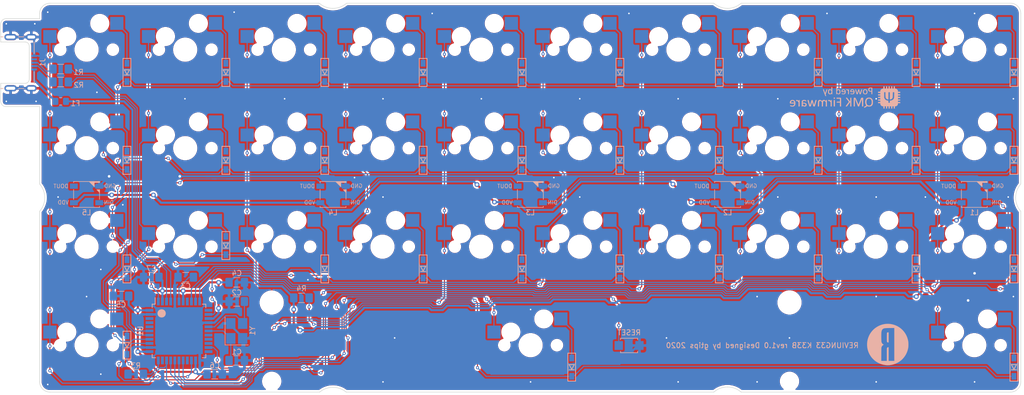
<source format=kicad_pcb>
(kicad_pcb (version 20171130) (host pcbnew "(5.1.6-0-10_14)")
  (title_block (title REVIUNG33) (date 2020-07-29) (rev 1.1.1))
  (layers (0 F.Cu signal) (31 B.Cu signal) (34 B.Paste user) (35 F.Paste user) (36 B.SilkS user) (37 F.SilkS user) (38 B.Mask user) (39 F.Mask user) (44 Edge.Cuts user))
  (net 0 "")
  (net 1 VCC)
  (net 2 GND)
  (net 3 "Net-(D1-Pad2)")
  (net 4 row0)
  (net 5 "Net-(D2-Pad2)")
  (net 6 "Net-(D3-Pad2)")
  (net 7 "Net-(D4-Pad2)")
  (net 8 "Net-(D5-Pad2)")
  (net 9 "Net-(D6-Pad2)")
  (net 10 "Net-(D7-Pad2)")
  (net 11 "Net-(D8-Pad2)")
  (net 12 "Net-(D9-Pad2)")
  (net 13 "Net-(D10-Pad2)")
  (net 14 "Net-(D11-Pad2)")
  (net 15 row1)
  (net 16 "Net-(D12-Pad2)")
  (net 17 "Net-(D13-Pad2)")
  (net 18 "Net-(D14-Pad2)")
  (net 19 "Net-(D15-Pad2)")
  (net 20 "Net-(D16-Pad2)")
  (net 21 "Net-(D17-Pad2)")
  (net 22 "Net-(D18-Pad2)")
  (net 23 "Net-(D19-Pad2)")
  (net 24 "Net-(D20-Pad2)")
  (net 25 "Net-(D21-Pad2)")
  (net 26 row2)
  (net 27 "Net-(D22-Pad2)")
  (net 28 "Net-(D23-Pad2)")
  (net 29 "Net-(D24-Pad2)")
  (net 30 "Net-(D25-Pad2)")
  (net 31 "Net-(D26-Pad2)")
  (net 32 "Net-(D27-Pad2)")
  (net 33 "Net-(D28-Pad2)")
  (net 34 "Net-(D29-Pad2)")
  (net 35 "Net-(D30-Pad2)")
  (net 36 "Net-(D31-Pad2)")
  (net 37 row3)
  (net 38 "Net-(D32-Pad2)")
  (net 39 "Net-(D33-Pad2)")
  (net 40 LED)
  (net 41 "Net-(F1-Pad2)")
  (net 42 "Net-(R1-Pad1)")
  (net 43 "Net-(R2-Pad1)")
  (net 44 col0)
  (net 45 col1)
  (net 46 col2)
  (net 47 col3)
  (net 48 col4)
  (net 49 col5)
  (net 50 col6)
  (net 51 col7)
  (net 52 col8)
  (net 53 col9)
  (net 54 XTAL1)
  (net 55 XTAL2)
  (net 56 "Net-(C3-Pad1)")
  (net 57 D-)
  (net 58 D+)
  (net 59 "Net-(L1-Pad2)")
  (net 60 "Net-(L2-Pad2)")
  (net 61 "Net-(L3-Pad2)")
  (net 62 "Net-(L4-Pad2)")
  (net 63 "Net-(R3-Pad2)")
  (net 64 "Net-(R4-Pad1)")
  (module _reviung-kbd:MXOnly-1U-Hotswap (layer F.Cu) (at 54.05 35)
    (fp_text reference SW2)
    (fp_text value SW_PUSH)
    (pad "" np_thru_hole circle (at 2.54 -5.08) (size 3 3) (drill 3) (layers *.Cu *.Mask))
    (pad "" np_thru_hole circle (at 0 0) (size 3.9878 3.9878) (drill 3.9878) (layers *.Cu *.Mask))
    (pad "" np_thru_hole circle (at -3.81 -2.54) (size 3 3) (drill 3) (layers *.Cu *.Mask))
    (pad "" np_thru_hole circle (at -5.08 0 48.0996) (size 1.75 1.75) (drill 1.75) (layers *.Cu *.Mask))
    (pad "" np_thru_hole circle (at 5.08 0 48.0996) (size 1.75 1.75) (drill 1.75) (layers *.Cu *.Mask))
    (pad 1 smd rect (at -7.085 -2.54) (size 2.55 2.5) (layers B.Cu B.Paste B.Mask) (net 45 col1))
    (pad 2 smd rect (at 5.842 -5.08) (size 2.55 2.5) (layers B.Cu B.Paste B.Mask) (net 5 "Net-(D2-Pad2)"))
  )
  (module _reviung-kbd:MXOnly-6.25U-Hotswap-ReversedStabilizers (layer F.Cu) (at 120.76 92.15)
    (fp_text reference SW32)
    (fp_text value SW_PUSH)
    (pad "" np_thru_hole circle (at -49.9999 -8.255) (size 3.9878 3.9878) (drill 3.9878) (layers *.Cu *.Mask))
    (pad "" np_thru_hole circle (at 49.9999 -8.255) (size 3.9878 3.9878) (drill 3.9878) (layers *.Cu *.Mask))
    (pad "" np_thru_hole circle (at -49.9999 6.985) (size 3.048 3.048) (drill 3.048) (layers *.Cu *.Mask))
    (pad "" np_thru_hole circle (at 49.9999 6.985) (size 3.048 3.048) (drill 3.048) (layers *.Cu *.Mask))
    (pad 2 smd rect (at 5.842 -5.08) (size 2.55 2.5) (layers B.Cu B.Paste B.Mask) (net 38 "Net-(D32-Pad2)"))
    (pad 1 smd rect (at -7.085 -2.54) (size 2.55 2.5) (layers B.Cu B.Paste B.Mask) (net 45 col1))
    (pad "" np_thru_hole circle (at 5.08 0 48.0996) (size 1.75 1.75) (drill 1.75) (layers *.Cu *.Mask))
    (pad "" np_thru_hole circle (at -5.08 0 48.0996) (size 1.75 1.75) (drill 1.75) (layers *.Cu *.Mask))
    (pad "" np_thru_hole circle (at -3.81 -2.54) (size 3 3) (drill 3) (layers *.Cu *.Mask))
    (pad "" np_thru_hole circle (at 0 0) (size 3.9878 3.9878) (drill 3.9878) (layers *.Cu *.Mask))
    (pad "" np_thru_hole circle (at 2.54 -5.08) (size 3 3) (drill 3) (layers *.Cu *.Mask))
  )
  (module _reviung-kbd:QMK-x4-ver1 (layer B.Cu) (at 181.5 44.25 180)
    (fp_text reference G*** hide)
    (fp_text value LOGO hide)
  )
  (module _reviung-kbd:MXOnly-1U-Hotswap (layer F.Cu) (at 92.15 54.05)
    (fp_text reference SW14)
    (fp_text value SW_PUSH)
    (pad 2 smd rect (at 5.842 -5.08) (size 2.55 2.5) (layers B.Cu B.Paste B.Mask) (net 18 "Net-(D14-Pad2)"))
    (pad 1 smd rect (at -7.085 -2.54) (size 2.55 2.5) (layers B.Cu B.Paste B.Mask) (net 47 col3))
    (pad "" np_thru_hole circle (at 5.08 0 48.0996) (size 1.75 1.75) (drill 1.75) (layers *.Cu *.Mask))
    (pad "" np_thru_hole circle (at -5.08 0 48.0996) (size 1.75 1.75) (drill 1.75) (layers *.Cu *.Mask))
    (pad "" np_thru_hole circle (at -3.81 -2.54) (size 3 3) (drill 3) (layers *.Cu *.Mask))
    (pad "" np_thru_hole circle (at 0 0) (size 3.9878 3.9878) (drill 3.9878) (layers *.Cu *.Mask))
    (pad "" np_thru_hole circle (at 2.54 -5.08) (size 3 3) (drill 3) (layers *.Cu *.Mask))
  )
  (module _reviung-kbd:R-x4-ver1 (layer B.Cu) (at 189.75 92 180)
    (fp_text reference G*** hide)
    (fp_text value LOGO hide)
  )
  (module _reviung-kbd:MXOnly-1U-Hotswap (layer F.Cu) (at 35 92.15)
    (fp_text reference SW31)
    (fp_text value SW_PUSH)
    (pad "" np_thru_hole circle (at 2.54 -5.08) (size 3 3) (drill 3) (layers *.Cu *.Mask))
    (pad "" np_thru_hole circle (at 0 0) (size 3.9878 3.9878) (drill 3.9878) (layers *.Cu *.Mask))
    (pad "" np_thru_hole circle (at -3.81 -2.54) (size 3 3) (drill 3) (layers *.Cu *.Mask))
    (pad "" np_thru_hole circle (at -5.08 0 48.0996) (size 1.75 1.75) (drill 1.75) (layers *.Cu *.Mask))
    (pad "" np_thru_hole circle (at 5.08 0 48.0996) (size 1.75 1.75) (drill 1.75) (layers *.Cu *.Mask))
    (pad 1 smd rect (at -7.085 -2.54) (size 2.55 2.5) (layers B.Cu B.Paste B.Mask) (net 44 col0))
    (pad 2 smd rect (at 5.842 -5.08) (size 2.55 2.5) (layers B.Cu B.Paste B.Mask) (net 36 "Net-(D31-Pad2)"))
  )
  (module Capacitor_SMD:C_1206_3216Metric_Pad1.42x1.75mm_HandSolder (layer B.Cu) (at 59.75 97.75)
    (fp_text reference C6 (at 0.0025 -1.68) (layer B.SilkS) (effects (justify mirror)))
    (fp_text value 0.1uF)
    (pad 1 smd roundrect (at -1.4875 0) (size 1.425 1.75) (layers B.Cu B.Paste B.Mask) (roundrect_rratio 0.175439) (net 1 VCC))
    (pad 2 smd roundrect (at 1.4875 0) (size 1.425 1.75) (layers B.Cu B.Paste B.Mask) (roundrect_rratio 0.175439) (net 2 GND))
  )
  (module Capacitor_SMD:C_1206_3216Metric_Pad1.42x1.75mm_HandSolder (layer B.Cu) (at 47.5 79 180)
    (fp_text reference C7 (at 0 1.67) (layer B.SilkS) (effects (justify mirror)))
    (fp_text value 10uF)
    (pad 2 smd roundrect (at 1.4875 0 180) (size 1.425 1.75) (layers B.Cu B.Paste B.Mask) (roundrect_rratio 0.175439) (net 2 GND))
    (pad 1 smd roundrect (at -1.4875 0 180) (size 1.425 1.75) (layers B.Cu B.Paste B.Mask) (roundrect_rratio 0.175439) (net 1 VCC))
  )
  (module Capacitor_SMD:C_1206_3216Metric_Pad1.42x1.75mm_HandSolder (layer B.Cu) (at 54.15 79 180)
    (fp_text reference C3 (at 0 -1.71) (layer B.SilkS) (effects (justify mirror)))
    (fp_text value 1uF)
    (pad 2 smd roundrect (at 1.4875 0 180) (size 1.425 1.75) (layers B.Cu B.Paste B.Mask) (roundrect_rratio 0.175439) (net 2 GND))
    (pad 1 smd roundrect (at -1.4875 0 180) (size 1.425 1.75) (layers B.Cu B.Paste B.Mask) (roundrect_rratio 0.175439) (net 56 "Net-(C3-Pad1)"))
  )
  (module Capacitor_SMD:C_1206_3216Metric_Pad1.42x1.75mm_HandSolder (layer B.Cu) (at 64 95.1 180)
    (fp_text reference C1 (at 0 1.65) (layer B.SilkS) (effects (justify mirror)))
    (fp_text value 22pF)
    (pad 1 smd roundrect (at -1.4875 0 180) (size 1.425 1.75) (layers B.Cu B.Paste B.Mask) (roundrect_rratio 0.175439) (net 2 GND))
    (pad 2 smd roundrect (at 1.4875 0 180) (size 1.425 1.75) (layers B.Cu B.Paste B.Mask) (roundrect_rratio 0.175439) (net 54 XTAL1))
  )
  (module Capacitor_SMD:C_1206_3216Metric_Pad1.42x1.75mm_HandSolder (layer B.Cu) (at 64 83.7 180)
    (fp_text reference C2 (at 0 1.7) (layer B.SilkS) (effects (justify mirror)))
    (fp_text value 22pF)
    (pad 2 smd roundrect (at 1.4875 0 180) (size 1.425 1.75) (layers B.Cu B.Paste B.Mask) (roundrect_rratio 0.175439) (net 2 GND))
    (pad 1 smd roundrect (at -1.4875 0 180) (size 1.425 1.75) (layers B.Cu B.Paste B.Mask) (roundrect_rratio 0.175439) (net 55 XTAL2))
  )
  (module _reviung-kbd:D3_SMD_1side (layer B.Cu) (at 42.8 39.4 90)
    (fp_text reference D1 hide)
    (fp_text value D hide)
    (pad 2 smd rect (at 1.775 0 90) (size 1.3 0.95) (layers B.Cu B.Paste B.Mask) (net 3 "Net-(D1-Pad2)"))
    (pad 1 smd rect (at -1.775 0 90) (size 1.3 0.95) (layers B.Cu B.Paste B.Mask) (net 4 row0))
  )
  (module _reviung-kbd:D3_SMD_1side (layer B.Cu) (at 61.9 39.4 90)
    (fp_text reference D2 hide)
    (fp_text value D hide)
    (pad 2 smd rect (at 1.775 0 90) (size 1.3 0.95) (layers B.Cu B.Paste B.Mask) (net 5 "Net-(D2-Pad2)"))
    (pad 1 smd rect (at -1.775 0 90) (size 1.3 0.95) (layers B.Cu B.Paste B.Mask) (net 4 row0))
  )
  (module _reviung-kbd:D3_SMD_1side (layer B.Cu) (at 81 39.4 90)
    (fp_text reference D3 hide)
    (fp_text value D hide)
    (pad 2 smd rect (at 1.775 0 90) (size 1.3 0.95) (layers B.Cu B.Paste B.Mask) (net 6 "Net-(D3-Pad2)"))
    (pad 1 smd rect (at -1.775 0 90) (size 1.3 0.95) (layers B.Cu B.Paste B.Mask) (net 4 row0))
  )
  (module _reviung-kbd:D3_SMD_1side (layer B.Cu) (at 100 39.4 90)
    (fp_text reference D4 hide)
    (fp_text value D hide)
    (pad 1 smd rect (at -1.775 0 90) (size 1.3 0.95) (layers B.Cu B.Paste B.Mask) (net 4 row0))
    (pad 2 smd rect (at 1.775 0 90) (size 1.3 0.95) (layers B.Cu B.Paste B.Mask) (net 7 "Net-(D4-Pad2)"))
  )
  (module _reviung-kbd:D3_SMD_1side (layer B.Cu) (at 119.1 39.4 90)
    (fp_text reference D5 hide)
    (fp_text value D hide)
    (pad 1 smd rect (at -1.775 0 90) (size 1.3 0.95) (layers B.Cu B.Paste B.Mask) (net 4 row0))
    (pad 2 smd rect (at 1.775 0 90) (size 1.3 0.95) (layers B.Cu B.Paste B.Mask) (net 8 "Net-(D5-Pad2)"))
  )
  (module _reviung-kbd:D3_SMD_1side (layer B.Cu) (at 138 39.4 90)
    (fp_text reference D6 hide)
    (fp_text value D hide)
    (pad 1 smd rect (at -1.775 0 90) (size 1.3 0.95) (layers B.Cu B.Paste B.Mask) (net 4 row0))
    (pad 2 smd rect (at 1.775 0 90) (size 1.3 0.95) (layers B.Cu B.Paste B.Mask) (net 9 "Net-(D6-Pad2)"))
  )
  (module _reviung-kbd:D3_SMD_1side (layer B.Cu) (at 157.2 39.4 90)
    (fp_text reference D7 hide)
    (fp_text value D hide)
    (pad 1 smd rect (at -1.775 0 90) (size 1.3 0.95) (layers B.Cu B.Paste B.Mask) (net 4 row0))
    (pad 2 smd rect (at 1.775 0 90) (size 1.3 0.95) (layers B.Cu B.Paste B.Mask) (net 10 "Net-(D7-Pad2)"))
  )
  (module _reviung-kbd:D3_SMD_1side (layer B.Cu) (at 176.3 39.4 90)
    (fp_text reference D8 hide)
    (fp_text value D hide)
    (pad 1 smd rect (at -1.775 0 90) (size 1.3 0.95) (layers B.Cu B.Paste B.Mask) (net 4 row0))
    (pad 2 smd rect (at 1.775 0 90) (size 1.3 0.95) (layers B.Cu B.Paste B.Mask) (net 11 "Net-(D8-Pad2)"))
  )
  (module _reviung-kbd:D3_SMD_1side (layer B.Cu) (at 195.2 39.4 90)
    (fp_text reference D9 hide)
    (fp_text value D hide)
    (pad 2 smd rect (at 1.775 0 90) (size 1.3 0.95) (layers B.Cu B.Paste B.Mask) (net 12 "Net-(D9-Pad2)"))
    (pad 1 smd rect (at -1.775 0 90) (size 1.3 0.95) (layers B.Cu B.Paste B.Mask) (net 4 row0))
  )
  (module _reviung-kbd:D3_SMD_1side (layer B.Cu) (at 214.1 39.4 90)
    (fp_text reference D10 hide)
    (fp_text value D hide)
    (pad 1 smd rect (at -1.775 0 90) (size 1.3 0.95) (layers B.Cu B.Paste B.Mask) (net 4 row0))
    (pad 2 smd rect (at 1.775 0 90) (size 1.3 0.95) (layers B.Cu B.Paste B.Mask) (net 13 "Net-(D10-Pad2)"))
  )
  (module _reviung-kbd:D3_SMD_1side (layer B.Cu) (at 42.8 56.4 90)
    (fp_text reference D11 hide)
    (fp_text value D hide)
    (pad 2 smd rect (at 1.775 0 90) (size 1.3 0.95) (layers B.Cu B.Paste B.Mask) (net 14 "Net-(D11-Pad2)"))
    (pad 1 smd rect (at -1.775 0 90) (size 1.3 0.95) (layers B.Cu B.Paste B.Mask) (net 15 row1))
  )
  (module _reviung-kbd:D3_SMD_1side (layer B.Cu) (at 61.9 56.4 90)
    (fp_text reference D12 hide)
    (fp_text value D hide)
    (pad 2 smd rect (at 1.775 0 90) (size 1.3 0.95) (layers B.Cu B.Paste B.Mask) (net 16 "Net-(D12-Pad2)"))
    (pad 1 smd rect (at -1.775 0 90) (size 1.3 0.95) (layers B.Cu B.Paste B.Mask) (net 15 row1))
  )
  (module _reviung-kbd:D3_SMD_1side (layer B.Cu) (at 81 56.4 90)
    (fp_text reference D13 hide)
    (fp_text value D hide)
    (pad 2 smd rect (at 1.775 0 90) (size 1.3 0.95) (layers B.Cu B.Paste B.Mask) (net 17 "Net-(D13-Pad2)"))
    (pad 1 smd rect (at -1.775 0 90) (size 1.3 0.95) (layers B.Cu B.Paste B.Mask) (net 15 row1))
  )
  (module _reviung-kbd:D3_SMD_1side (layer B.Cu) (at 100 56.4 90)
    (fp_text reference D14 hide)
    (fp_text value D hide)
    (pad 1 smd rect (at -1.775 0 90) (size 1.3 0.95) (layers B.Cu B.Paste B.Mask) (net 15 row1))
    (pad 2 smd rect (at 1.775 0 90) (size 1.3 0.95) (layers B.Cu B.Paste B.Mask) (net 18 "Net-(D14-Pad2)"))
  )
  (module _reviung-kbd:D3_SMD_1side (layer B.Cu) (at 119.1 56.4 90)
    (fp_text reference D15 hide)
    (fp_text value D hide)
    (pad 1 smd rect (at -1.775 0 90) (size 1.3 0.95) (layers B.Cu B.Paste B.Mask) (net 15 row1))
    (pad 2 smd rect (at 1.775 0 90) (size 1.3 0.95) (layers B.Cu B.Paste B.Mask) (net 19 "Net-(D15-Pad2)"))
  )
  (module _reviung-kbd:D3_SMD_1side (layer B.Cu) (at 138 56.4 90)
    (fp_text reference D16 hide)
    (fp_text value D hide)
    (pad 1 smd rect (at -1.775 0 90) (size 1.3 0.95) (layers B.Cu B.Paste B.Mask) (net 15 row1))
    (pad 2 smd rect (at 1.775 0 90) (size 1.3 0.95) (layers B.Cu B.Paste B.Mask) (net 20 "Net-(D16-Pad2)"))
  )
  (module _reviung-kbd:D3_SMD_1side (layer B.Cu) (at 157.2 56.4 90)
    (fp_text reference D17 hide)
    (fp_text value D hide)
    (pad 2 smd rect (at 1.775 0 90) (size 1.3 0.95) (layers B.Cu B.Paste B.Mask) (net 21 "Net-(D17-Pad2)"))
    (pad 1 smd rect (at -1.775 0 90) (size 1.3 0.95) (layers B.Cu B.Paste B.Mask) (net 15 row1))
  )
  (module _reviung-kbd:D3_SMD_1side (layer B.Cu) (at 176.3 56.4 90)
    (fp_text reference D18 hide)
    (fp_text value D hide)
    (pad 1 smd rect (at -1.775 0 90) (size 1.3 0.95) (layers B.Cu B.Paste B.Mask) (net 15 row1))
    (pad 2 smd rect (at 1.775 0 90) (size 1.3 0.95) (layers B.Cu B.Paste B.Mask) (net 22 "Net-(D18-Pad2)"))
  )
  (module _reviung-kbd:D3_SMD_1side (layer B.Cu) (at 195.2 56.4 90)
    (fp_text reference D19 hide)
    (fp_text value D hide)
    (pad 1 smd rect (at -1.775 0 90) (size 1.3 0.95) (layers B.Cu B.Paste B.Mask) (net 15 row1))
    (pad 2 smd rect (at 1.775 0 90) (size 1.3 0.95) (layers B.Cu B.Paste B.Mask) (net 23 "Net-(D19-Pad2)"))
  )
  (module _reviung-kbd:D3_SMD_1side (layer B.Cu) (at 214.1 56.4 90)
    (fp_text reference D20 hide)
    (fp_text value D hide)
    (pad 1 smd rect (at -1.775 0 90) (size 1.3 0.95) (layers B.Cu B.Paste B.Mask) (net 15 row1))
    (pad 2 smd rect (at 1.775 0 90) (size 1.3 0.95) (layers B.Cu B.Paste B.Mask) (net 24 "Net-(D20-Pad2)"))
  )
  (module _reviung-kbd:D3_SMD_1side (layer B.Cu) (at 42.8 77.4 90)
    (fp_text reference D21 hide)
    (fp_text value D hide)
    (pad 2 smd rect (at 1.775 0 90) (size 1.3 0.95) (layers B.Cu B.Paste B.Mask) (net 25 "Net-(D21-Pad2)"))
    (pad 1 smd rect (at -1.775 0 90) (size 1.3 0.95) (layers B.Cu B.Paste B.Mask) (net 26 row2))
  )
  (module _reviung-kbd:D3_SMD_1side (layer B.Cu) (at 61.9 72.875 90)
    (fp_text reference D22 hide)
    (fp_text value D hide)
    (pad 2 smd rect (at 1.775 0 90) (size 1.3 0.95) (layers B.Cu B.Paste B.Mask) (net 27 "Net-(D22-Pad2)"))
    (pad 1 smd rect (at -1.775 0 90) (size 1.3 0.95) (layers B.Cu B.Paste B.Mask) (net 26 row2))
  )
  (module _reviung-kbd:D3_SMD_1side (layer B.Cu) (at 81 77.4 90)
    (fp_text reference D23 hide)
    (fp_text value D hide)
    (pad 2 smd rect (at 1.775 0 90) (size 1.3 0.95) (layers B.Cu B.Paste B.Mask) (net 28 "Net-(D23-Pad2)"))
    (pad 1 smd rect (at -1.775 0 90) (size 1.3 0.95) (layers B.Cu B.Paste B.Mask) (net 26 row2))
  )
  (module _reviung-kbd:D3_SMD_1side (layer B.Cu) (at 100 77.4 90)
    (fp_text reference D24 hide)
    (fp_text value D hide)
    (pad 1 smd rect (at -1.775 0 90) (size 1.3 0.95) (layers B.Cu B.Paste B.Mask) (net 26 row2))
    (pad 2 smd rect (at 1.775 0 90) (size 1.3 0.95) (layers B.Cu B.Paste B.Mask) (net 29 "Net-(D24-Pad2)"))
  )
  (module _reviung-kbd:D3_SMD_1side (layer B.Cu) (at 119.1 77.4 90)
    (fp_text reference D25 hide)
    (fp_text value D hide)
    (pad 1 smd rect (at -1.775 0 90) (size 1.3 0.95) (layers B.Cu B.Paste B.Mask) (net 26 row2))
    (pad 2 smd rect (at 1.775 0 90) (size 1.3 0.95) (layers B.Cu B.Paste B.Mask) (net 30 "Net-(D25-Pad2)"))
  )
  (module _reviung-kbd:D3_SMD_1side (layer B.Cu) (at 138 77.4 90)
    (fp_text reference D26 hide)
    (fp_text value D hide)
    (pad 1 smd rect (at -1.775 0 90) (size 1.3 0.95) (layers B.Cu B.Paste B.Mask) (net 26 row2))
    (pad 2 smd rect (at 1.775 0 90) (size 1.3 0.95) (layers B.Cu B.Paste B.Mask) (net 31 "Net-(D26-Pad2)"))
  )
  (module _reviung-kbd:D3_SMD_1side (layer B.Cu) (at 157.2 77.4 90)
    (fp_text reference D27 hide)
    (fp_text value D hide)
    (pad 1 smd rect (at -1.775 0 90) (size 1.3 0.95) (layers B.Cu B.Paste B.Mask) (net 26 row2))
    (pad 2 smd rect (at 1.775 0 90) (size 1.3 0.95) (layers B.Cu B.Paste B.Mask) (net 32 "Net-(D27-Pad2)"))
  )
  (module _reviung-kbd:D3_SMD_1side (layer B.Cu) (at 176.3 77.4 90)
    (fp_text reference D28 hide)
    (fp_text value D hide)
    (pad 1 smd rect (at -1.775 0 90) (size 1.3 0.95) (layers B.Cu B.Paste B.Mask) (net 26 row2))
    (pad 2 smd rect (at 1.775 0 90) (size 1.3 0.95) (layers B.Cu B.Paste B.Mask) (net 33 "Net-(D28-Pad2)"))
  )
  (module _reviung-kbd:D3_SMD_1side (layer B.Cu) (at 195.2 77.4 90)
    (fp_text reference D29 hide)
    (fp_text value D hide)
    (pad 2 smd rect (at 1.775 0 90) (size 1.3 0.95) (layers B.Cu B.Paste B.Mask) (net 34 "Net-(D29-Pad2)"))
    (pad 1 smd rect (at -1.775 0 90) (size 1.3 0.95) (layers B.Cu B.Paste B.Mask) (net 26 row2))
  )
  (module _reviung-kbd:D3_SMD_1side (layer B.Cu) (at 214.1 77.4 90)
    (fp_text reference D30 hide)
    (fp_text value D hide)
    (pad 2 smd rect (at 1.775 0 90) (size 1.3 0.95) (layers B.Cu B.Paste B.Mask) (net 35 "Net-(D30-Pad2)"))
    (pad 1 smd rect (at -1.775 0 90) (size 1.3 0.95) (layers B.Cu B.Paste B.Mask) (net 26 row2))
  )
  (module _reviung-kbd:D3_SMD_1side (layer B.Cu) (at 42.8 92.15 90)
    (fp_text reference D31 hide)
    (fp_text value D hide)
    (pad 2 smd rect (at 1.775 0 90) (size 1.3 0.95) (layers B.Cu B.Paste B.Mask) (net 36 "Net-(D31-Pad2)"))
    (pad 1 smd rect (at -1.775 0 90) (size 1.3 0.95) (layers B.Cu B.Paste B.Mask) (net 37 row3))
  )
  (module _reviung-kbd:D3_SMD_1side (layer B.Cu) (at 128.7 96.4 90)
    (fp_text reference D32 hide)
    (fp_text value D hide)
    (pad 2 smd rect (at 1.775 0 90) (size 1.3 0.95) (layers B.Cu B.Paste B.Mask) (net 38 "Net-(D32-Pad2)"))
    (pad 1 smd rect (at -1.775 0 90) (size 1.3 0.95) (layers B.Cu B.Paste B.Mask) (net 37 row3))
  )
  (module _reviung-kbd:D3_SMD_1side (layer B.Cu) (at 214.1 96.4 90)
    (fp_text reference D33 hide)
    (fp_text value D hide)
    (pad 1 smd rect (at -1.775 0 90) (size 1.3 0.95) (layers B.Cu B.Paste B.Mask) (net 37 row3))
    (pad 2 smd rect (at 1.775 0 90) (size 1.3 0.95) (layers B.Cu B.Paste B.Mask) (net 39 "Net-(D33-Pad2)"))
  )
  (module Fuse:Fuse_0805_2012Metric_Pad1.15x1.40mm_HandSolder (layer B.Cu) (at 30 45 180)
    (fp_text reference F1 (at -2.85 -0.4) (layer B.SilkS) (effects (justify mirror)))
    (fp_text value 500mA)
    (pad 1 smd roundrect (at -1.025 0 180) (size 1.15 1.4) (layers B.Cu B.Paste B.Mask) (roundrect_rratio 0.217391) (net 1 VCC))
    (pad 2 smd roundrect (at 1.025 0 180) (size 1.15 1.4) (layers B.Cu B.Paste B.Mask) (roundrect_rratio 0.217391) (net 41 "Net-(F1-Pad2)"))
  )
  (module Resistor_SMD:R_1206_3216Metric_Pad1.42x1.75mm_HandSolder (layer B.Cu) (at 30 38.75 180)
    (fp_text reference R1 (at -3.44 -0.59) (layer B.SilkS) (effects (justify mirror)))
    (fp_text value 22)
    (pad 1 smd roundrect (at -1.4875 0 180) (size 1.425 1.75) (layers B.Cu B.Paste B.Mask) (roundrect_rratio 0.175439) (net 42 "Net-(R1-Pad1)"))
    (pad 2 smd roundrect (at 1.4875 0 180) (size 1.425 1.75) (layers B.Cu B.Paste B.Mask) (roundrect_rratio 0.175439) (net 58 D+))
  )
  (module Resistor_SMD:R_1206_3216Metric_Pad1.42x1.75mm_HandSolder (layer B.Cu) (at 30 41.25 180)
    (fp_text reference R2 (at -3.49 -0.59) (layer B.SilkS) (effects (justify mirror)))
    (fp_text value 22)
    (pad 2 smd roundrect (at 1.4875 0 180) (size 1.425 1.75) (layers B.Cu B.Paste B.Mask) (roundrect_rratio 0.175439) (net 57 D-))
    (pad 1 smd roundrect (at -1.4875 0 180) (size 1.425 1.75) (layers B.Cu B.Paste B.Mask) (roundrect_rratio 0.175439) (net 43 "Net-(R2-Pad1)"))
  )
  (module Resistor_SMD:R_1206_3216Metric_Pad1.42x1.75mm_HandSolder (layer B.Cu) (at 76.5 83 180)
    (fp_text reference R4 (at 0 1.82) (layer B.SilkS) (effects (justify mirror)))
    (fp_text value 10k)
    (pad 2 smd roundrect (at 1.4875 0 180) (size 1.425 1.75) (layers B.Cu B.Paste B.Mask) (roundrect_rratio 0.175439) (net 1 VCC))
    (pad 1 smd roundrect (at -1.4875 0 180) (size 1.425 1.75) (layers B.Cu B.Paste B.Mask) (roundrect_rratio 0.175439) (net 64 "Net-(R4-Pad1)"))
  )
  (module Resistor_SMD:R_1206_3216Metric_Pad1.42x1.75mm_HandSolder (layer B.Cu) (at 44.5 97.75)
    (fp_text reference R3 (at 0.0025 -1.65) (layer B.SilkS) (effects (justify mirror)))
    (fp_text value 10k)
    (pad 1 smd roundrect (at -1.4875 0) (size 1.425 1.75) (layers B.Cu B.Paste B.Mask) (roundrect_rratio 0.175439) (net 2 GND))
    (pad 2 smd roundrect (at 1.4875 0) (size 1.425 1.75) (layers B.Cu B.Paste B.Mask) (roundrect_rratio 0.175439) (net 63 "Net-(R3-Pad2)"))
  )
  (module _reviung-kbd:MXOnly-1U-Hotswap (layer F.Cu) (at 35 35)
    (fp_text reference SW1)
    (fp_text value SW_PUSH)
    (pad "" np_thru_hole circle (at 2.54 -5.08) (size 3 3) (drill 3) (layers *.Cu *.Mask))
    (pad "" np_thru_hole circle (at 0 0) (size 3.9878 3.9878) (drill 3.9878) (layers *.Cu *.Mask))
    (pad "" np_thru_hole circle (at -3.81 -2.54) (size 3 3) (drill 3) (layers *.Cu *.Mask))
    (pad "" np_thru_hole circle (at -5.08 0 48.0996) (size 1.75 1.75) (drill 1.75) (layers *.Cu *.Mask))
    (pad "" np_thru_hole circle (at 5.08 0 48.0996) (size 1.75 1.75) (drill 1.75) (layers *.Cu *.Mask))
    (pad 1 smd rect (at -7.085 -2.54) (size 2.55 2.5) (layers B.Cu B.Paste B.Mask) (net 44 col0))
    (pad 2 smd rect (at 5.842 -5.08) (size 2.55 2.5) (layers B.Cu B.Paste B.Mask) (net 3 "Net-(D1-Pad2)"))
  )
  (module _reviung-kbd:MXOnly-1U-Hotswap (layer F.Cu) (at 73.1 35)
    (fp_text reference SW3)
    (fp_text value SW_PUSH)
    (pad "" np_thru_hole circle (at 2.54 -5.08) (size 3 3) (drill 3) (layers *.Cu *.Mask))
    (pad "" np_thru_hole circle (at 0 0) (size 3.9878 3.9878) (drill 3.9878) (layers *.Cu *.Mask))
    (pad "" np_thru_hole circle (at -3.81 -2.54) (size 3 3) (drill 3) (layers *.Cu *.Mask))
    (pad "" np_thru_hole circle (at -5.08 0 48.0996) (size 1.75 1.75) (drill 1.75) (layers *.Cu *.Mask))
    (pad "" np_thru_hole circle (at 5.08 0 48.0996) (size 1.75 1.75) (drill 1.75) (layers *.Cu *.Mask))
    (pad 1 smd rect (at -7.085 -2.54) (size 2.55 2.5) (layers B.Cu B.Paste B.Mask) (net 46 col2))
    (pad 2 smd rect (at 5.842 -5.08) (size 2.55 2.5) (layers B.Cu B.Paste B.Mask) (net 6 "Net-(D3-Pad2)"))
  )
  (module _reviung-kbd:MXOnly-1U-Hotswap (layer F.Cu) (at 92.15 35)
    (fp_text reference SW4)
    (fp_text value SW_PUSH)
    (pad 2 smd rect (at 5.842 -5.08) (size 2.55 2.5) (layers B.Cu B.Paste B.Mask) (net 7 "Net-(D4-Pad2)"))
    (pad 1 smd rect (at -7.085 -2.54) (size 2.55 2.5) (layers B.Cu B.Paste B.Mask) (net 47 col3))
    (pad "" np_thru_hole circle (at 5.08 0 48.0996) (size 1.75 1.75) (drill 1.75) (layers *.Cu *.Mask))
    (pad "" np_thru_hole circle (at -5.08 0 48.0996) (size 1.75 1.75) (drill 1.75) (layers *.Cu *.Mask))
    (pad "" np_thru_hole circle (at -3.81 -2.54) (size 3 3) (drill 3) (layers *.Cu *.Mask))
    (pad "" np_thru_hole circle (at 0 0) (size 3.9878 3.9878) (drill 3.9878) (layers *.Cu *.Mask))
    (pad "" np_thru_hole circle (at 2.54 -5.08) (size 3 3) (drill 3) (layers *.Cu *.Mask))
  )
  (module _reviung-kbd:MXOnly-1U-Hotswap (layer F.Cu) (at 111.2 35)
    (fp_text reference SW5)
    (fp_text value SW_PUSH)
    (pad 2 smd rect (at 5.842 -5.08) (size 2.55 2.5) (layers B.Cu B.Paste B.Mask) (net 8 "Net-(D5-Pad2)"))
    (pad 1 smd rect (at -7.085 -2.54) (size 2.55 2.5) (layers B.Cu B.Paste B.Mask) (net 48 col4))
    (pad "" np_thru_hole circle (at 5.08 0 48.0996) (size 1.75 1.75) (drill 1.75) (layers *.Cu *.Mask))
    (pad "" np_thru_hole circle (at -5.08 0 48.0996) (size 1.75 1.75) (drill 1.75) (layers *.Cu *.Mask))
    (pad "" np_thru_hole circle (at -3.81 -2.54) (size 3 3) (drill 3) (layers *.Cu *.Mask))
    (pad "" np_thru_hole circle (at 0 0) (size 3.9878 3.9878) (drill 3.9878) (layers *.Cu *.Mask))
    (pad "" np_thru_hole circle (at 2.54 -5.08) (size 3 3) (drill 3) (layers *.Cu *.Mask))
  )
  (module _reviung-kbd:MXOnly-1U-Hotswap (layer F.Cu) (at 130.25 35)
    (fp_text reference SW6)
    (fp_text value SW_PUSH)
    (pad 2 smd rect (at 5.842 -5.08) (size 2.55 2.5) (layers B.Cu B.Paste B.Mask) (net 9 "Net-(D6-Pad2)"))
    (pad 1 smd rect (at -7.085 -2.54) (size 2.55 2.5) (layers B.Cu B.Paste B.Mask) (net 49 col5))
    (pad "" np_thru_hole circle (at 5.08 0 48.0996) (size 1.75 1.75) (drill 1.75) (layers *.Cu *.Mask))
    (pad "" np_thru_hole circle (at -5.08 0 48.0996) (size 1.75 1.75) (drill 1.75) (layers *.Cu *.Mask))
    (pad "" np_thru_hole circle (at -3.81 -2.54) (size 3 3) (drill 3) (layers *.Cu *.Mask))
    (pad "" np_thru_hole circle (at 0 0) (size 3.9878 3.9878) (drill 3.9878) (layers *.Cu *.Mask))
    (pad "" np_thru_hole circle (at 2.54 -5.08) (size 3 3) (drill 3) (layers *.Cu *.Mask))
  )
  (module _reviung-kbd:MXOnly-1U-Hotswap (layer F.Cu) (at 149.3 35)
    (fp_text reference SW7)
    (fp_text value SW_PUSH)
    (pad 2 smd rect (at 5.842 -5.08) (size 2.55 2.5) (layers B.Cu B.Paste B.Mask) (net 10 "Net-(D7-Pad2)"))
    (pad 1 smd rect (at -7.085 -2.54) (size 2.55 2.5) (layers B.Cu B.Paste B.Mask) (net 50 col6))
    (pad "" np_thru_hole circle (at 5.08 0 48.0996) (size 1.75 1.75) (drill 1.75) (layers *.Cu *.Mask))
    (pad "" np_thru_hole circle (at -5.08 0 48.0996) (size 1.75 1.75) (drill 1.75) (layers *.Cu *.Mask))
    (pad "" np_thru_hole circle (at -3.81 -2.54) (size 3 3) (drill 3) (layers *.Cu *.Mask))
    (pad "" np_thru_hole circle (at 0 0) (size 3.9878 3.9878) (drill 3.9878) (layers *.Cu *.Mask))
    (pad "" np_thru_hole circle (at 2.54 -5.08) (size 3 3) (drill 3) (layers *.Cu *.Mask))
  )
  (module _reviung-kbd:MXOnly-1U-Hotswap (layer F.Cu) (at 168.35 35)
    (fp_text reference SW8)
    (fp_text value SW_PUSH)
    (pad "" np_thru_hole circle (at 2.54 -5.08) (size 3 3) (drill 3) (layers *.Cu *.Mask))
    (pad "" np_thru_hole circle (at 0 0) (size 3.9878 3.9878) (drill 3.9878) (layers *.Cu *.Mask))
    (pad "" np_thru_hole circle (at -3.81 -2.54) (size 3 3) (drill 3) (layers *.Cu *.Mask))
    (pad "" np_thru_hole circle (at -5.08 0 48.0996) (size 1.75 1.75) (drill 1.75) (layers *.Cu *.Mask))
    (pad "" np_thru_hole circle (at 5.08 0 48.0996) (size 1.75 1.75) (drill 1.75) (layers *.Cu *.Mask))
    (pad 1 smd rect (at -7.085 -2.54) (size 2.55 2.5) (layers B.Cu B.Paste B.Mask) (net 51 col7))
    (pad 2 smd rect (at 5.842 -5.08) (size 2.55 2.5) (layers B.Cu B.Paste B.Mask) (net 11 "Net-(D8-Pad2)"))
  )
  (module _reviung-kbd:MXOnly-1U-Hotswap (layer F.Cu) (at 187.4 35)
    (fp_text reference SW9)
    (fp_text value SW_PUSH)
    (pad 2 smd rect (at 5.842 -5.08) (size 2.55 2.5) (layers B.Cu B.Paste B.Mask) (net 12 "Net-(D9-Pad2)"))
    (pad 1 smd rect (at -7.085 -2.54) (size 2.55 2.5) (layers B.Cu B.Paste B.Mask) (net 52 col8))
    (pad "" np_thru_hole circle (at 5.08 0 48.0996) (size 1.75 1.75) (drill 1.75) (layers *.Cu *.Mask))
    (pad "" np_thru_hole circle (at -5.08 0 48.0996) (size 1.75 1.75) (drill 1.75) (layers *.Cu *.Mask))
    (pad "" np_thru_hole circle (at -3.81 -2.54) (size 3 3) (drill 3) (layers *.Cu *.Mask))
    (pad "" np_thru_hole circle (at 0 0) (size 3.9878 3.9878) (drill 3.9878) (layers *.Cu *.Mask))
    (pad "" np_thru_hole circle (at 2.54 -5.08) (size 3 3) (drill 3) (layers *.Cu *.Mask))
  )
  (module _reviung-kbd:MXOnly-1U-Hotswap (layer F.Cu) (at 206.45 35)
    (fp_text reference SW10)
    (fp_text value SW_PUSH)
    (pad 2 smd rect (at 5.842 -5.08) (size 2.55 2.5) (layers B.Cu B.Paste B.Mask) (net 13 "Net-(D10-Pad2)"))
    (pad 1 smd rect (at -7.085 -2.54) (size 2.55 2.5) (layers B.Cu B.Paste B.Mask) (net 53 col9))
    (pad "" np_thru_hole circle (at 5.08 0 48.0996) (size 1.75 1.75) (drill 1.75) (layers *.Cu *.Mask))
    (pad "" np_thru_hole circle (at -5.08 0 48.0996) (size 1.75 1.75) (drill 1.75) (layers *.Cu *.Mask))
    (pad "" np_thru_hole circle (at -3.81 -2.54) (size 3 3) (drill 3) (layers *.Cu *.Mask))
    (pad "" np_thru_hole circle (at 0 0) (size 3.9878 3.9878) (drill 3.9878) (layers *.Cu *.Mask))
    (pad "" np_thru_hole circle (at 2.54 -5.08) (size 3 3) (drill 3) (layers *.Cu *.Mask))
  )
  (module _reviung-kbd:MXOnly-1U-Hotswap (layer F.Cu) (at 35 54.05)
    (fp_text reference SW11)
    (fp_text value SW_PUSH)
    (pad "" np_thru_hole circle (at 2.54 -5.08) (size 3 3) (drill 3) (layers *.Cu *.Mask))
    (pad "" np_thru_hole circle (at 0 0) (size 3.9878 3.9878) (drill 3.9878) (layers *.Cu *.Mask))
    (pad "" np_thru_hole circle (at -3.81 -2.54) (size 3 3) (drill 3) (layers *.Cu *.Mask))
    (pad "" np_thru_hole circle (at -5.08 0 48.0996) (size 1.75 1.75) (drill 1.75) (layers *.Cu *.Mask))
    (pad "" np_thru_hole circle (at 5.08 0 48.0996) (size 1.75 1.75) (drill 1.75) (layers *.Cu *.Mask))
    (pad 1 smd rect (at -7.085 -2.54) (size 2.55 2.5) (layers B.Cu B.Paste B.Mask) (net 44 col0))
    (pad 2 smd rect (at 5.842 -5.08) (size 2.55 2.5) (layers B.Cu B.Paste B.Mask) (net 14 "Net-(D11-Pad2)"))
  )
  (module _reviung-kbd:MXOnly-1U-Hotswap (layer F.Cu) (at 54.05 54.05)
    (fp_text reference SW12)
    (fp_text value SW_PUSH)
    (pad "" np_thru_hole circle (at 2.54 -5.08) (size 3 3) (drill 3) (layers *.Cu *.Mask))
    (pad "" np_thru_hole circle (at 0 0) (size 3.9878 3.9878) (drill 3.9878) (layers *.Cu *.Mask))
    (pad "" np_thru_hole circle (at -3.81 -2.54) (size 3 3) (drill 3) (layers *.Cu *.Mask))
    (pad "" np_thru_hole circle (at -5.08 0 48.0996) (size 1.75 1.75) (drill 1.75) (layers *.Cu *.Mask))
    (pad "" np_thru_hole circle (at 5.08 0 48.0996) (size 1.75 1.75) (drill 1.75) (layers *.Cu *.Mask))
    (pad 1 smd rect (at -7.085 -2.54) (size 2.55 2.5) (layers B.Cu B.Paste B.Mask) (net 45 col1))
    (pad 2 smd rect (at 5.842 -5.08) (size 2.55 2.5) (layers B.Cu B.Paste B.Mask) (net 16 "Net-(D12-Pad2)"))
  )
  (module _reviung-kbd:MXOnly-1U-Hotswap (layer F.Cu) (at 73.1 54.05)
    (fp_text reference SW13)
    (fp_text value SW_PUSH)
    (pad "" np_thru_hole circle (at 2.54 -5.08) (size 3 3) (drill 3) (layers *.Cu *.Mask))
    (pad "" np_thru_hole circle (at 0 0) (size 3.9878 3.9878) (drill 3.9878) (layers *.Cu *.Mask))
    (pad "" np_thru_hole circle (at -3.81 -2.54) (size 3 3) (drill 3) (layers *.Cu *.Mask))
    (pad "" np_thru_hole circle (at -5.08 0 48.0996) (size 1.75 1.75) (drill 1.75) (layers *.Cu *.Mask))
    (pad "" np_thru_hole circle (at 5.08 0 48.0996) (size 1.75 1.75) (drill 1.75) (layers *.Cu *.Mask))
    (pad 1 smd rect (at -7.085 -2.54) (size 2.55 2.5) (layers B.Cu B.Paste B.Mask) (net 46 col2))
    (pad 2 smd rect (at 5.842 -5.08) (size 2.55 2.5) (layers B.Cu B.Paste B.Mask) (net 17 "Net-(D13-Pad2)"))
  )
  (module _reviung-kbd:MXOnly-1U-Hotswap (layer F.Cu) (at 111.2 54.05)
    (fp_text reference SW15)
    (fp_text value SW_PUSH)
    (pad 2 smd rect (at 5.842 -5.08) (size 2.55 2.5) (layers B.Cu B.Paste B.Mask) (net 19 "Net-(D15-Pad2)"))
    (pad 1 smd rect (at -7.085 -2.54) (size 2.55 2.5) (layers B.Cu B.Paste B.Mask) (net 48 col4))
    (pad "" np_thru_hole circle (at 5.08 0 48.0996) (size 1.75 1.75) (drill 1.75) (layers *.Cu *.Mask))
    (pad "" np_thru_hole circle (at -5.08 0 48.0996) (size 1.75 1.75) (drill 1.75) (layers *.Cu *.Mask))
    (pad "" np_thru_hole circle (at -3.81 -2.54) (size 3 3) (drill 3) (layers *.Cu *.Mask))
    (pad "" np_thru_hole circle (at 0 0) (size 3.9878 3.9878) (drill 3.9878) (layers *.Cu *.Mask))
    (pad "" np_thru_hole circle (at 2.54 -5.08) (size 3 3) (drill 3) (layers *.Cu *.Mask))
  )
  (module _reviung-kbd:MXOnly-1U-Hotswap (layer F.Cu) (at 130.25 54.05)
    (fp_text reference SW16)
    (fp_text value SW_PUSH)
    (pad 2 smd rect (at 5.842 -5.08) (size 2.55 2.5) (layers B.Cu B.Paste B.Mask) (net 20 "Net-(D16-Pad2)"))
    (pad 1 smd rect (at -7.085 -2.54) (size 2.55 2.5) (layers B.Cu B.Paste B.Mask) (net 49 col5))
    (pad "" np_thru_hole circle (at 5.08 0 48.0996) (size 1.75 1.75) (drill 1.75) (layers *.Cu *.Mask))
    (pad "" np_thru_hole circle (at -5.08 0 48.0996) (size 1.75 1.75) (drill 1.75) (layers *.Cu *.Mask))
    (pad "" np_thru_hole circle (at -3.81 -2.54) (size 3 3) (drill 3) (layers *.Cu *.Mask))
    (pad "" np_thru_hole circle (at 0 0) (size 3.9878 3.9878) (drill 3.9878) (layers *.Cu *.Mask))
    (pad "" np_thru_hole circle (at 2.54 -5.08) (size 3 3) (drill 3) (layers *.Cu *.Mask))
  )
  (module _reviung-kbd:MXOnly-1U-Hotswap (layer F.Cu) (at 149.3 54.05)
    (fp_text reference SW17)
    (fp_text value SW_PUSH)
    (pad 2 smd rect (at 5.842 -5.08) (size 2.55 2.5) (layers B.Cu B.Paste B.Mask) (net 21 "Net-(D17-Pad2)"))
    (pad 1 smd rect (at -7.085 -2.54) (size 2.55 2.5) (layers B.Cu B.Paste B.Mask) (net 50 col6))
    (pad "" np_thru_hole circle (at 5.08 0 48.0996) (size 1.75 1.75) (drill 1.75) (layers *.Cu *.Mask))
    (pad "" np_thru_hole circle (at -5.08 0 48.0996) (size 1.75 1.75) (drill 1.75) (layers *.Cu *.Mask))
    (pad "" np_thru_hole circle (at -3.81 -2.54) (size 3 3) (drill 3) (layers *.Cu *.Mask))
    (pad "" np_thru_hole circle (at 0 0) (size 3.9878 3.9878) (drill 3.9878) (layers *.Cu *.Mask))
    (pad "" np_thru_hole circle (at 2.54 -5.08) (size 3 3) (drill 3) (layers *.Cu *.Mask))
  )
  (module _reviung-kbd:MXOnly-1U-Hotswap (layer F.Cu) (at 168.35 54.05)
    (fp_text reference SW18)
    (fp_text value SW_PUSH)
    (pad 2 smd rect (at 5.842 -5.08) (size 2.55 2.5) (layers B.Cu B.Paste B.Mask) (net 22 "Net-(D18-Pad2)"))
    (pad 1 smd rect (at -7.085 -2.54) (size 2.55 2.5) (layers B.Cu B.Paste B.Mask) (net 51 col7))
    (pad "" np_thru_hole circle (at 5.08 0 48.0996) (size 1.75 1.75) (drill 1.75) (layers *.Cu *.Mask))
    (pad "" np_thru_hole circle (at -5.08 0 48.0996) (size 1.75 1.75) (drill 1.75) (layers *.Cu *.Mask))
    (pad "" np_thru_hole circle (at -3.81 -2.54) (size 3 3) (drill 3) (layers *.Cu *.Mask))
    (pad "" np_thru_hole circle (at 0 0) (size 3.9878 3.9878) (drill 3.9878) (layers *.Cu *.Mask))
    (pad "" np_thru_hole circle (at 2.54 -5.08) (size 3 3) (drill 3) (layers *.Cu *.Mask))
  )
  (module _reviung-kbd:MXOnly-1U-Hotswap (layer F.Cu) (at 187.4 54.05)
    (fp_text reference SW19)
    (fp_text value SW_PUSH)
    (pad 2 smd rect (at 5.842 -5.08) (size 2.55 2.5) (layers B.Cu B.Paste B.Mask) (net 23 "Net-(D19-Pad2)"))
    (pad 1 smd rect (at -7.085 -2.54) (size 2.55 2.5) (layers B.Cu B.Paste B.Mask) (net 52 col8))
    (pad "" np_thru_hole circle (at 5.08 0 48.0996) (size 1.75 1.75) (drill 1.75) (layers *.Cu *.Mask))
    (pad "" np_thru_hole circle (at -5.08 0 48.0996) (size 1.75 1.75) (drill 1.75) (layers *.Cu *.Mask))
    (pad "" np_thru_hole circle (at -3.81 -2.54) (size 3 3) (drill 3) (layers *.Cu *.Mask))
    (pad "" np_thru_hole circle (at 0 0) (size 3.9878 3.9878) (drill 3.9878) (layers *.Cu *.Mask))
    (pad "" np_thru_hole circle (at 2.54 -5.08) (size 3 3) (drill 3) (layers *.Cu *.Mask))
  )
  (module _reviung-kbd:MXOnly-1U-Hotswap (layer F.Cu) (at 206.45 54.05)
    (fp_text reference SW20)
    (fp_text value SW_PUSH)
    (pad "" np_thru_hole circle (at 2.54 -5.08) (size 3 3) (drill 3) (layers *.Cu *.Mask))
    (pad "" np_thru_hole circle (at 0 0) (size 3.9878 3.9878) (drill 3.9878) (layers *.Cu *.Mask))
    (pad "" np_thru_hole circle (at -3.81 -2.54) (size 3 3) (drill 3) (layers *.Cu *.Mask))
    (pad "" np_thru_hole circle (at -5.08 0 48.0996) (size 1.75 1.75) (drill 1.75) (layers *.Cu *.Mask))
    (pad "" np_thru_hole circle (at 5.08 0 48.0996) (size 1.75 1.75) (drill 1.75) (layers *.Cu *.Mask))
    (pad 1 smd rect (at -7.085 -2.54) (size 2.55 2.5) (layers B.Cu B.Paste B.Mask) (net 53 col9))
    (pad 2 smd rect (at 5.842 -5.08) (size 2.55 2.5) (layers B.Cu B.Paste B.Mask) (net 24 "Net-(D20-Pad2)"))
  )
  (module _reviung-kbd:MXOnly-1U-Hotswap (layer F.Cu) (at 35 73.1)
    (fp_text reference SW21)
    (fp_text value SW_PUSH)
    (pad "" np_thru_hole circle (at 2.54 -5.08) (size 3 3) (drill 3) (layers *.Cu *.Mask))
    (pad "" np_thru_hole circle (at 0 0) (size 3.9878 3.9878) (drill 3.9878) (layers *.Cu *.Mask))
    (pad "" np_thru_hole circle (at -3.81 -2.54) (size 3 3) (drill 3) (layers *.Cu *.Mask))
    (pad "" np_thru_hole circle (at -5.08 0 48.0996) (size 1.75 1.75) (drill 1.75) (layers *.Cu *.Mask))
    (pad "" np_thru_hole circle (at 5.08 0 48.0996) (size 1.75 1.75) (drill 1.75) (layers *.Cu *.Mask))
    (pad 1 smd rect (at -7.085 -2.54) (size 2.55 2.5) (layers B.Cu B.Paste B.Mask) (net 44 col0))
    (pad 2 smd rect (at 5.842 -5.08) (size 2.55 2.5) (layers B.Cu B.Paste B.Mask) (net 25 "Net-(D21-Pad2)"))
  )
  (module _reviung-kbd:MXOnly-1U-Hotswap (layer F.Cu) (at 54.05 73.1)
    (fp_text reference SW22)
    (fp_text value SW_PUSH)
    (pad "" np_thru_hole circle (at 2.54 -5.08) (size 3 3) (drill 3) (layers *.Cu *.Mask))
    (pad "" np_thru_hole circle (at 0 0) (size 3.9878 3.9878) (drill 3.9878) (layers *.Cu *.Mask))
    (pad "" np_thru_hole circle (at -3.81 -2.54) (size 3 3) (drill 3) (layers *.Cu *.Mask))
    (pad "" np_thru_hole circle (at -5.08 0 48.0996) (size 1.75 1.75) (drill 1.75) (layers *.Cu *.Mask))
    (pad "" np_thru_hole circle (at 5.08 0 48.0996) (size 1.75 1.75) (drill 1.75) (layers *.Cu *.Mask))
    (pad 1 smd rect (at -7.085 -2.54) (size 2.55 2.5) (layers B.Cu B.Paste B.Mask) (net 45 col1))
    (pad 2 smd rect (at 5.842 -5.08) (size 2.55 2.5) (layers B.Cu B.Paste B.Mask) (net 27 "Net-(D22-Pad2)"))
  )
  (module _reviung-kbd:MXOnly-1U-Hotswap (layer F.Cu) (at 73.1 73.1)
    (fp_text reference SW23)
    (fp_text value SW_PUSH)
    (pad "" np_thru_hole circle (at 2.54 -5.08) (size 3 3) (drill 3) (layers *.Cu *.Mask))
    (pad "" np_thru_hole circle (at 0 0) (size 3.9878 3.9878) (drill 3.9878) (layers *.Cu *.Mask))
    (pad "" np_thru_hole circle (at -3.81 -2.54) (size 3 3) (drill 3) (layers *.Cu *.Mask))
    (pad "" np_thru_hole circle (at -5.08 0 48.0996) (size 1.75 1.75) (drill 1.75) (layers *.Cu *.Mask))
    (pad "" np_thru_hole circle (at 5.08 0 48.0996) (size 1.75 1.75) (drill 1.75) (layers *.Cu *.Mask))
    (pad 1 smd rect (at -7.085 -2.54) (size 2.55 2.5) (layers B.Cu B.Paste B.Mask) (net 46 col2))
    (pad 2 smd rect (at 5.842 -5.08) (size 2.55 2.5) (layers B.Cu B.Paste B.Mask) (net 28 "Net-(D23-Pad2)"))
  )
  (module _reviung-kbd:MXOnly-1U-Hotswap (layer F.Cu) (at 92.15 73.1)
    (fp_text reference SW24)
    (fp_text value SW_PUSH)
    (pad 2 smd rect (at 5.842 -5.08) (size 2.55 2.5) (layers B.Cu B.Paste B.Mask) (net 29 "Net-(D24-Pad2)"))
    (pad 1 smd rect (at -7.085 -2.54) (size 2.55 2.5) (layers B.Cu B.Paste B.Mask) (net 47 col3))
    (pad "" np_thru_hole circle (at 5.08 0 48.0996) (size 1.75 1.75) (drill 1.75) (layers *.Cu *.Mask))
    (pad "" np_thru_hole circle (at -5.08 0 48.0996) (size 1.75 1.75) (drill 1.75) (layers *.Cu *.Mask))
    (pad "" np_thru_hole circle (at -3.81 -2.54) (size 3 3) (drill 3) (layers *.Cu *.Mask))
    (pad "" np_thru_hole circle (at 0 0) (size 3.9878 3.9878) (drill 3.9878) (layers *.Cu *.Mask))
    (pad "" np_thru_hole circle (at 2.54 -5.08) (size 3 3) (drill 3) (layers *.Cu *.Mask))
  )
  (module _reviung-kbd:MXOnly-1U-Hotswap (layer F.Cu) (at 111.2 73.1)
    (fp_text reference SW25)
    (fp_text value SW_PUSH)
    (pad "" np_thru_hole circle (at 2.54 -5.08) (size 3 3) (drill 3) (layers *.Cu *.Mask))
    (pad "" np_thru_hole circle (at 0 0) (size 3.9878 3.9878) (drill 3.9878) (layers *.Cu *.Mask))
    (pad "" np_thru_hole circle (at -3.81 -2.54) (size 3 3) (drill 3) (layers *.Cu *.Mask))
    (pad "" np_thru_hole circle (at -5.08 0 48.0996) (size 1.75 1.75) (drill 1.75) (layers *.Cu *.Mask))
    (pad "" np_thru_hole circle (at 5.08 0 48.0996) (size 1.75 1.75) (drill 1.75) (layers *.Cu *.Mask))
    (pad 1 smd rect (at -7.085 -2.54) (size 2.55 2.5) (layers B.Cu B.Paste B.Mask) (net 48 col4))
    (pad 2 smd rect (at 5.842 -5.08) (size 2.55 2.5) (layers B.Cu B.Paste B.Mask) (net 30 "Net-(D25-Pad2)"))
  )
  (module _reviung-kbd:MXOnly-1U-Hotswap (layer F.Cu) (at 130.25 73.1)
    (fp_text reference SW26)
    (fp_text value SW_PUSH)
    (pad 2 smd rect (at 5.842 -5.08) (size 2.55 2.5) (layers B.Cu B.Paste B.Mask) (net 31 "Net-(D26-Pad2)"))
    (pad 1 smd rect (at -7.085 -2.54) (size 2.55 2.5) (layers B.Cu B.Paste B.Mask) (net 49 col5))
    (pad "" np_thru_hole circle (at 5.08 0 48.0996) (size 1.75 1.75) (drill 1.75) (layers *.Cu *.Mask))
    (pad "" np_thru_hole circle (at -5.08 0 48.0996) (size 1.75 1.75) (drill 1.75) (layers *.Cu *.Mask))
    (pad "" np_thru_hole circle (at -3.81 -2.54) (size 3 3) (drill 3) (layers *.Cu *.Mask))
    (pad "" np_thru_hole circle (at 0 0) (size 3.9878 3.9878) (drill 3.9878) (layers *.Cu *.Mask))
    (pad "" np_thru_hole circle (at 2.54 -5.08) (size 3 3) (drill 3) (layers *.Cu *.Mask))
  )
  (module _reviung-kbd:MXOnly-1U-Hotswap (layer F.Cu) (at 149.3 73.1)
    (fp_text reference SW27)
    (fp_text value SW_PUSH)
    (pad 2 smd rect (at 5.842 -5.08) (size 2.55 2.5) (layers B.Cu B.Paste B.Mask) (net 32 "Net-(D27-Pad2)"))
    (pad 1 smd rect (at -7.085 -2.54) (size 2.55 2.5) (layers B.Cu B.Paste B.Mask) (net 50 col6))
    (pad "" np_thru_hole circle (at 5.08 0 48.0996) (size 1.75 1.75) (drill 1.75) (layers *.Cu *.Mask))
    (pad "" np_thru_hole circle (at -5.08 0 48.0996) (size 1.75 1.75) (drill 1.75) (layers *.Cu *.Mask))
    (pad "" np_thru_hole circle (at -3.81 -2.54) (size 3 3) (drill 3) (layers *.Cu *.Mask))
    (pad "" np_thru_hole circle (at 0 0) (size 3.9878 3.9878) (drill 3.9878) (layers *.Cu *.Mask))
    (pad "" np_thru_hole circle (at 2.54 -5.08) (size 3 3) (drill 3) (layers *.Cu *.Mask))
  )
  (module _reviung-kbd:MXOnly-1U-Hotswap (layer F.Cu) (at 168.35 73.1)
    (fp_text reference SW28)
    (fp_text value SW_PUSH)
    (pad "" np_thru_hole circle (at 2.54 -5.08) (size 3 3) (drill 3) (layers *.Cu *.Mask))
    (pad "" np_thru_hole circle (at 0 0) (size 3.9878 3.9878) (drill 3.9878) (layers *.Cu *.Mask))
    (pad "" np_thru_hole circle (at -3.81 -2.54) (size 3 3) (drill 3) (layers *.Cu *.Mask))
    (pad "" np_thru_hole circle (at -5.08 0 48.0996) (size 1.75 1.75) (drill 1.75) (layers *.Cu *.Mask))
    (pad "" np_thru_hole circle (at 5.08 0 48.0996) (size 1.75 1.75) (drill 1.75) (layers *.Cu *.Mask))
    (pad 1 smd rect (at -7.085 -2.54) (size 2.55 2.5) (layers B.Cu B.Paste B.Mask) (net 51 col7))
    (pad 2 smd rect (at 5.842 -5.08) (size 2.55 2.5) (layers B.Cu B.Paste B.Mask) (net 33 "Net-(D28-Pad2)"))
  )
  (module _reviung-kbd:MXOnly-1U-Hotswap (layer F.Cu) (at 187.4 73.1)
    (fp_text reference SW29)
    (fp_text value SW_PUSH)
    (pad "" np_thru_hole circle (at 2.54 -5.08) (size 3 3) (drill 3) (layers *.Cu *.Mask))
    (pad "" np_thru_hole circle (at 0 0) (size 3.9878 3.9878) (drill 3.9878) (layers *.Cu *.Mask))
    (pad "" np_thru_hole circle (at -3.81 -2.54) (size 3 3) (drill 3) (layers *.Cu *.Mask))
    (pad "" np_thru_hole circle (at -5.08 0 48.0996) (size 1.75 1.75) (drill 1.75) (layers *.Cu *.Mask))
    (pad "" np_thru_hole circle (at 5.08 0 48.0996) (size 1.75 1.75) (drill 1.75) (layers *.Cu *.Mask))
    (pad 1 smd rect (at -7.085 -2.54) (size 2.55 2.5) (layers B.Cu B.Paste B.Mask) (net 52 col8))
    (pad 2 smd rect (at 5.842 -5.08) (size 2.55 2.5) (layers B.Cu B.Paste B.Mask) (net 34 "Net-(D29-Pad2)"))
  )
  (module _reviung-kbd:MXOnly-1U-Hotswap (layer F.Cu) (at 206.45 73.1)
    (fp_text reference SW30)
    (fp_text value SW_PUSH)
    (pad 2 smd rect (at 5.842 -5.08) (size 2.55 2.5) (layers B.Cu B.Paste B.Mask) (net 35 "Net-(D30-Pad2)"))
    (pad 1 smd rect (at -7.085 -2.54) (size 2.55 2.5) (layers B.Cu B.Paste B.Mask) (net 53 col9))
    (pad "" np_thru_hole circle (at 5.08 0 48.0996) (size 1.75 1.75) (drill 1.75) (layers *.Cu *.Mask))
    (pad "" np_thru_hole circle (at -5.08 0 48.0996) (size 1.75 1.75) (drill 1.75) (layers *.Cu *.Mask))
    (pad "" np_thru_hole circle (at -3.81 -2.54) (size 3 3) (drill 3) (layers *.Cu *.Mask))
    (pad "" np_thru_hole circle (at 0 0) (size 3.9878 3.9878) (drill 3.9878) (layers *.Cu *.Mask))
    (pad "" np_thru_hole circle (at 2.54 -5.08) (size 3 3) (drill 3) (layers *.Cu *.Mask))
  )
  (module _reviung-kbd:MXOnly-1U-Hotswap (layer F.Cu) (at 206.45 92.15)
    (fp_text reference SW33)
    (fp_text value SW_PUSH)
    (pad 2 smd rect (at 5.842 -5.08) (size 2.55 2.5) (layers B.Cu B.Paste B.Mask) (net 39 "Net-(D33-Pad2)"))
    (pad 1 smd rect (at -7.085 -2.54) (size 2.55 2.5) (layers B.Cu B.Paste B.Mask) (net 46 col2))
    (pad "" np_thru_hole circle (at 5.08 0 48.0996) (size 1.75 1.75) (drill 1.75) (layers *.Cu *.Mask))
    (pad "" np_thru_hole circle (at -5.08 0 48.0996) (size 1.75 1.75) (drill 1.75) (layers *.Cu *.Mask))
    (pad "" np_thru_hole circle (at -3.81 -2.54) (size 3 3) (drill 3) (layers *.Cu *.Mask))
    (pad "" np_thru_hole circle (at 0 0) (size 3.9878 3.9878) (drill 3.9878) (layers *.Cu *.Mask))
    (pad "" np_thru_hole circle (at 2.54 -5.08) (size 3 3) (drill 3) (layers *.Cu *.Mask))
  )
  (module _reviung-kbd:LED_WS2812B_PLCC4_5.0x5.0mm_P3.2mm (layer B.Cu) (at 206.45 63)
    (fp_text reference L1 (at 0 3.5) (layer B.SilkS) (effects (justify mirror)))
    (fp_text value WS2812B)
    (fp_text user DOUT (at -4.95 -1.6) (layer B.SilkS) (effects (font (size 0.75 0.75) (thickness 0.1)) (justify mirror)))
    (fp_text user VDD (at -4.5 1.55) (layer B.SilkS) (effects (font (size 0.75 0.75) (thickness 0.1)) (justify mirror)))
    (fp_text user DIN (at 4.3 1.55) (layer B.SilkS) (effects (font (size 0.75 0.75) (thickness 0.1)) (justify mirror)))
    (fp_text user GND (at 4.55 -1.64) (layer B.SilkS) (effects (font (size 0.75 0.75) (thickness 0.1)) (justify mirror)))
    (pad 3 smd rect (at 2.45 -1.6) (size 1.5 1) (layers B.Cu B.Paste B.Mask) (net 2 GND))
    (pad 4 smd rect (at 2.45 1.6) (size 1.5 1) (layers B.Cu B.Paste B.Mask) (net 40 LED))
    (pad 2 smd rect (at -2.45 -1.6) (size 1.5 1) (layers B.Cu B.Paste B.Mask) (net 59 "Net-(L1-Pad2)"))
    (pad 1 smd rect (at -2.45 1.6) (size 1.5 1) (layers B.Cu B.Paste B.Mask) (net 1 VCC))
  )
  (module _reviung-kbd:LED_WS2812B_PLCC4_5.0x5.0mm_P3.2mm (layer B.Cu) (at 158.8 63)
    (fp_text reference L2 (at 0 3.5) (layer B.SilkS) (effects (justify mirror)))
    (fp_text value WS2812B)
    (fp_text user GND (at 4.55 -1.64) (layer B.SilkS) (effects (font (size 0.75 0.75) (thickness 0.1)) (justify mirror)))
    (fp_text user DIN (at 4.3 1.55) (layer B.SilkS) (effects (font (size 0.75 0.75) (thickness 0.1)) (justify mirror)))
    (fp_text user VDD (at -4.5 1.55) (layer B.SilkS) (effects (font (size 0.75 0.75) (thickness 0.1)) (justify mirror)))
    (fp_text user DOUT (at -4.95 -1.6) (layer B.SilkS) (effects (font (size 0.75 0.75) (thickness 0.1)) (justify mirror)))
    (pad 1 smd rect (at -2.45 1.6) (size 1.5 1) (layers B.Cu B.Paste B.Mask) (net 1 VCC))
    (pad 2 smd rect (at -2.45 -1.6) (size 1.5 1) (layers B.Cu B.Paste B.Mask) (net 60 "Net-(L2-Pad2)"))
    (pad 4 smd rect (at 2.45 1.6) (size 1.5 1) (layers B.Cu B.Paste B.Mask) (net 59 "Net-(L1-Pad2)"))
    (pad 3 smd rect (at 2.45 -1.6) (size 1.5 1) (layers B.Cu B.Paste B.Mask) (net 2 GND))
  )
  (module _reviung-kbd:LED_WS2812B_PLCC4_5.0x5.0mm_P3.2mm (layer B.Cu) (at 120.71 63)
    (fp_text reference L3 (at 0 3.5) (layer B.SilkS) (effects (justify mirror)))
    (fp_text value WS2812B)
    (fp_text user DOUT (at -4.95 -1.6) (layer B.SilkS) (effects (font (size 0.75 0.75) (thickness 0.1)) (justify mirror)))
    (fp_text user VDD (at -4.5 1.55) (layer B.SilkS) (effects (font (size 0.75 0.75) (thickness 0.1)) (justify mirror)))
    (fp_text user DIN (at 4.3 1.55) (layer B.SilkS) (effects (font (size 0.75 0.75) (thickness 0.1)) (justify mirror)))
    (fp_text user GND (at 4.55 -1.64) (layer B.SilkS) (effects (font (size 0.75 0.75) (thickness 0.1)) (justify mirror)))
    (pad 3 smd rect (at 2.45 -1.6) (size 1.5 1) (layers B.Cu B.Paste B.Mask) (net 2 GND))
    (pad 4 smd rect (at 2.45 1.6) (size 1.5 1) (layers B.Cu B.Paste B.Mask) (net 60 "Net-(L2-Pad2)"))
    (pad 2 smd rect (at -2.45 -1.6) (size 1.5 1) (layers B.Cu B.Paste B.Mask) (net 61 "Net-(L3-Pad2)"))
    (pad 1 smd rect (at -2.45 1.6) (size 1.5 1) (layers B.Cu B.Paste B.Mask) (net 1 VCC))
  )
  (module _reviung-kbd:LED_WS2812B_PLCC4_5.0x5.0mm_P3.2mm (layer B.Cu) (at 82.6 63)
    (fp_text reference L4 (at 0 3.5) (layer B.SilkS) (effects (justify mirror)))
    (fp_text value WS2812B)
    (fp_text user GND (at 4.55 -1.64) (layer B.SilkS) (effects (font (size 0.75 0.75) (thickness 0.1)) (justify mirror)))
    (fp_text user DIN (at 4.3 1.55) (layer B.SilkS) (effects (font (size 0.75 0.75) (thickness 0.1)) (justify mirror)))
    (fp_text user VDD (at -4.5 1.55) (layer B.SilkS) (effects (font (size 0.75 0.75) (thickness 0.1)) (justify mirror)))
    (fp_text user DOUT (at -4.95 -1.6) (layer B.SilkS) (effects (font (size 0.75 0.75) (thickness 0.1)) (justify mirror)))
    (pad 1 smd rect (at -2.45 1.6) (size 1.5 1) (layers B.Cu B.Paste B.Mask) (net 1 VCC))
    (pad 2 smd rect (at -2.45 -1.6) (size 1.5 1) (layers B.Cu B.Paste B.Mask) (net 62 "Net-(L4-Pad2)"))
    (pad 4 smd rect (at 2.45 1.6) (size 1.5 1) (layers B.Cu B.Paste B.Mask) (net 61 "Net-(L3-Pad2)"))
    (pad 3 smd rect (at 2.45 -1.6) (size 1.5 1) (layers B.Cu B.Paste B.Mask) (net 2 GND))
  )
  (module _reviung-kbd:LED_WS2812B_PLCC4_5.0x5.0mm_P3.2mm (layer B.Cu) (at 35 63)
    (fp_text reference L5 (at 0 3.5) (layer B.SilkS) (effects (justify mirror)))
    (fp_text value WS2812B)
    (fp_text user DOUT (at -4.95 -1.6) (layer B.SilkS) (effects (font (size 0.75 0.75) (thickness 0.1)) (justify mirror)))
    (fp_text user VDD (at -4.5 1.55) (layer B.SilkS) (effects (font (size 0.75 0.75) (thickness 0.1)) (justify mirror)))
    (fp_text user DIN (at 4.3 1.55) (layer B.SilkS) (effects (font (size 0.75 0.75) (thickness 0.1)) (justify mirror)))
    (fp_text user GND (at 4.55 -1.64) (layer B.SilkS) (effects (font (size 0.75 0.75) (thickness 0.1)) (justify mirror)))
    (pad 3 smd rect (at 2.45 -1.6) (size 1.5 1) (layers B.Cu B.Paste B.Mask) (net 2 GND))
    (pad 4 smd rect (at 2.45 1.6) (size 1.5 1) (layers B.Cu B.Paste B.Mask) (net 62 "Net-(L4-Pad2)"))
    (pad 2 smd rect (at -2.45 -1.6) (size 1.5 1) (layers B.Cu B.Paste B.Mask))
    (pad 1 smd rect (at -2.45 1.6) (size 1.5 1) (layers B.Cu B.Paste B.Mask) (net 1 VCC))
  )
  (module Capacitor_SMD:C_1206_3216Metric_Pad1.42x1.75mm_HandSolder (layer B.Cu) (at 64 80)
    (fp_text reference C4 (at 0.01 -1.77) (layer B.SilkS) (effects (justify mirror)))
    (fp_text value 0.1uF)
    (pad 2 smd roundrect (at 1.4875 0) (size 1.425 1.75) (layers B.Cu B.Paste B.Mask) (roundrect_rratio 0.175439) (net 2 GND))
    (pad 1 smd roundrect (at -1.4875 0) (size 1.425 1.75) (layers B.Cu B.Paste B.Mask) (roundrect_rratio 0.175439) (net 1 VCC))
  )
  (module Capacitor_SMD:C_1206_3216Metric_Pad1.42x1.75mm_HandSolder (layer B.Cu) (at 41.65 82.65 180)
    (fp_text reference C5 (at 0.0075 -1.67) (layer B.SilkS) (effects (justify mirror)))
    (fp_text value 0.1uF)
    (pad 1 smd roundrect (at -1.4875 0 180) (size 1.425 1.75) (layers B.Cu B.Paste B.Mask) (roundrect_rratio 0.175439) (net 1 VCC))
    (pad 2 smd roundrect (at 1.4875 0 180) (size 1.425 1.75) (layers B.Cu B.Paste B.Mask) (roundrect_rratio 0.175439) (net 2 GND))
  )
  (module Package_QFP:TQFP-44_10x10mm_P0.8mm (layer B.Cu) (at 52.85 89.4 270)
    (fp_text reference U1 (at 0 7.45 90) (layer B.SilkS) (effects (justify mirror)))
    (fp_text value ATmega32U4-AU)
    (pad 1 smd rect (at -5.7 4 270) (size 1.5 0.55) (layers B.Cu B.Paste B.Mask) (net 47 col3))
    (pad 2 smd rect (at -5.7 3.2 270) (size 1.5 0.55) (layers B.Cu B.Paste B.Mask) (net 1 VCC))
    (pad 3 smd rect (at -5.7 2.4 270) (size 1.5 0.55) (layers B.Cu B.Paste B.Mask) (net 43 "Net-(R2-Pad1)"))
    (pad 4 smd rect (at -5.7 1.6 270) (size 1.5 0.55) (layers B.Cu B.Paste B.Mask) (net 42 "Net-(R1-Pad1)"))
    (pad 5 smd rect (at -5.7 0.8 270) (size 1.5 0.55) (layers B.Cu B.Paste B.Mask) (net 2 GND))
    (pad 6 smd rect (at -5.7 0 270) (size 1.5 0.55) (layers B.Cu B.Paste B.Mask) (net 56 "Net-(C3-Pad1)"))
    (pad 7 smd rect (at -5.7 -0.8 270) (size 1.5 0.55) (layers B.Cu B.Paste B.Mask) (net 1 VCC))
    (pad 8 smd rect (at -5.7 -1.6 270) (size 1.5 0.55) (layers B.Cu B.Paste B.Mask))
    (pad 9 smd rect (at -5.7 -2.4 270) (size 1.5 0.55) (layers B.Cu B.Paste B.Mask) (net 49 col5))
    (pad 10 smd rect (at -5.7 -3.2 270) (size 1.5 0.55) (layers B.Cu B.Paste B.Mask) (net 51 col7))
    (pad 11 smd rect (at -5.7 -4 270) (size 1.5 0.55) (layers B.Cu B.Paste B.Mask) (net 50 col6))
    (pad 12 smd rect (at -4 -5.7 180) (size 1.5 0.55) (layers B.Cu B.Paste B.Mask))
    (pad 13 smd rect (at -3.2 -5.7 180) (size 1.5 0.55) (layers B.Cu B.Paste B.Mask) (net 64 "Net-(R4-Pad1)"))
    (pad 14 smd rect (at -2.4 -5.7 180) (size 1.5 0.55) (layers B.Cu B.Paste B.Mask) (net 1 VCC))
    (pad 15 smd rect (at -1.6 -5.7 180) (size 1.5 0.55) (layers B.Cu B.Paste B.Mask) (net 2 GND))
    (pad 16 smd rect (at -0.8 -5.7 180) (size 1.5 0.55) (layers B.Cu B.Paste B.Mask) (net 55 XTAL2))
    (pad 17 smd rect (at 0 -5.7 180) (size 1.5 0.55) (layers B.Cu B.Paste B.Mask) (net 54 XTAL1))
    (pad 18 smd rect (at 0.8 -5.7 180) (size 1.5 0.55) (layers B.Cu B.Paste B.Mask))
    (pad 19 smd rect (at 1.6 -5.7 180) (size 1.5 0.55) (layers B.Cu B.Paste B.Mask))
    (pad 20 smd rect (at 2.4 -5.7 180) (size 1.5 0.55) (layers B.Cu B.Paste B.Mask))
    (pad 21 smd rect (at 3.2 -5.7 180) (size 1.5 0.55) (layers B.Cu B.Paste B.Mask) (net 40 LED))
    (pad 22 smd rect (at 4 -5.7 180) (size 1.5 0.55) (layers B.Cu B.Paste B.Mask))
    (pad 23 smd rect (at 5.7 -4 270) (size 1.5 0.55) (layers B.Cu B.Paste B.Mask) (net 2 GND))
    (pad 24 smd rect (at 5.7 -3.2 270) (size 1.5 0.55) (layers B.Cu B.Paste B.Mask) (net 1 VCC))
    (pad 25 smd rect (at 5.7 -2.4 270) (size 1.5 0.55) (layers B.Cu B.Paste B.Mask) (net 44 col0))
    (pad 26 smd rect (at 5.7 -1.6 270) (size 1.5 0.55) (layers B.Cu B.Paste B.Mask))
    (pad 27 smd rect (at 5.7 -0.8 270) (size 1.5 0.55) (layers B.Cu B.Paste B.Mask) (net 46 col2))
    (pad 28 smd rect (at 5.7 0 270) (size 1.5 0.55) (layers B.Cu B.Paste B.Mask) (net 48 col4))
    (pad 29 smd rect (at 5.7 0.8 270) (size 1.5 0.55) (layers B.Cu B.Paste B.Mask) (net 53 col9))
    (pad 30 smd rect (at 5.7 1.6 270) (size 1.5 0.55) (layers B.Cu B.Paste B.Mask) (net 52 col8))
    (pad 31 smd rect (at 5.7 2.4 270) (size 1.5 0.55) (layers B.Cu B.Paste B.Mask) (net 45 col1))
    (pad 32 smd rect (at 5.7 3.2 270) (size 1.5 0.55) (layers B.Cu B.Paste B.Mask))
    (pad 33 smd rect (at 5.7 4 270) (size 1.5 0.55) (layers B.Cu B.Paste B.Mask) (net 63 "Net-(R3-Pad2)"))
    (pad 34 smd rect (at 4 5.7 180) (size 1.5 0.55) (layers B.Cu B.Paste B.Mask) (net 1 VCC))
    (pad 35 smd rect (at 3.2 5.7 180) (size 1.5 0.55) (layers B.Cu B.Paste B.Mask) (net 2 GND))
    (pad 36 smd rect (at 2.4 5.7 180) (size 1.5 0.55) (layers B.Cu B.Paste B.Mask) (net 37 row3))
    (pad 37 smd rect (at 1.6 5.7 180) (size 1.5 0.55) (layers B.Cu B.Paste B.Mask) (net 26 row2))
    (pad 38 smd rect (at 0.8 5.7 180) (size 1.5 0.55) (layers B.Cu B.Paste B.Mask) (net 15 row1))
    (pad 39 smd rect (at 0 5.7 180) (size 1.5 0.55) (layers B.Cu B.Paste B.Mask) (net 4 row0))
    (pad 40 smd rect (at -0.8 5.7 180) (size 1.5 0.55) (layers B.Cu B.Paste B.Mask))
    (pad 41 smd rect (at -1.6 5.7 180) (size 1.5 0.55) (layers B.Cu B.Paste B.Mask))
    (pad 42 smd rect (at -2.4 5.7 180) (size 1.5 0.55) (layers B.Cu B.Paste B.Mask))
    (pad 43 smd rect (at -3.2 5.7 180) (size 1.5 0.55) (layers B.Cu B.Paste B.Mask) (net 2 GND))
    (pad 44 smd rect (at -4 5.7 180) (size 1.5 0.55) (layers B.Cu B.Paste B.Mask) (net 1 VCC))
  )
  (module Crystal:Crystal_SMD_3225-4Pin_3.2x2.5mm_HandSoldering (layer B.Cu) (at 64 89.4 90)
    (fp_text reference Y1 (at 0 3.05 90) (layer B.SilkS) (effects (justify mirror)))
    (fp_text value 16MHz)
    (pad 1 smd rect (at -1.45 -1.15 90) (size 2.1 1.8) (layers B.Cu B.Paste B.Mask) (net 54 XTAL1))
    (pad 2 smd rect (at 1.45 -1.15 90) (size 2.1 1.8) (layers B.Cu B.Paste B.Mask) (net 2 GND))
    (pad 3 smd rect (at 1.45 1.15 90) (size 2.1 1.8) (layers B.Cu B.Paste B.Mask) (net 55 XTAL2))
    (pad 4 smd rect (at -1.45 1.15 90) (size 2.1 1.8) (layers B.Cu B.Paste B.Mask) (net 2 GND))
  )
  (module _reviung-kbd:MOLEX_47642-0001_HandSoldering_cuts (layer B.Cu) (at 22.13 37.52 90)
    (fp_text reference J1 (at 0.00508 4.39988 -90) (layer B.SilkS) (effects (justify mirror)))
    (fp_text value MOLEX_47642-0001)
    (pad S3 thru_hole oval (at 4.95 -1.8 90) (size 1.2 2.4) (drill oval 0.6 1.8) (layers *.Cu *.Mask) (net 2 GND))
    (pad S4 thru_hole oval (at 4.95 2.2 90) (size 1.2 2.1) (drill oval 0.6 1.5) (layers *.Cu *.Mask) (net 2 GND))
    (pad 1 smd rect (at -1.3 2.75 90) (size 0.4 1.1) (layers B.Cu B.Paste B.Mask) (net 41 "Net-(F1-Pad2)"))
    (pad S2 thru_hole oval (at -4.95 -1.8 90) (size 1.2 2.4) (drill oval 0.6 1.8) (layers *.Cu *.Mask) (net 2 GND))
    (pad S1 thru_hole oval (at -4.95 2.2 90) (size 1.2 2.1) (drill oval 0.6 1.5) (layers *.Cu *.Mask) (net 2 GND))
    (pad 2 smd rect (at -0.65 2.75 90) (size 0.4 1.1) (layers B.Cu B.Paste B.Mask) (net 57 D-))
    (pad 3 smd rect (at 0 2.75 90) (size 0.4 1.1) (layers B.Cu B.Paste B.Mask) (net 58 D+))
    (pad 4 smd rect (at 0.65 2.75 90) (size 0.4 1.1) (layers B.Cu B.Paste B.Mask))
    (pad 5 smd rect (at 1.3 2.75 90) (size 0.4 1.1) (layers B.Cu B.Paste B.Mask) (net 2 GND))
  )
  (module _reviung-kbd:SW_SPST_B3U-1000P (layer B.Cu) (at 139.78 92.21 180)
    (fp_text reference RESET (at 0 2.5) (layer B.SilkS) (effects (justify mirror)))
    (fp_text value SW_PUSH)
    (pad 1 smd rect (at -2 0 180) (size 1.6 1.7) (layers B.Cu B.Paste B.Mask) (net 2 GND))
    (pad 2 smd rect (at 2 0 180) (size 1.6 1.7) (layers B.Cu B.Paste B.Mask) (net 64 "Net-(R4-Pad1)"))
  )
  (gr_circle (center 49.5 86) (end 49.9 86) (layer B.SilkS) (width 0.8))
  (gr_curve (pts (xy 215.430007 66.260933) (xy 214.809459 65.556217) (xy 214.430046 64.634116) (xy 214.430046 63.621322)) (layer Edge.Cuts) (width 0.1))
  (gr_curve (pts (xy 215.430007 99.219989) (xy 215.430007 99.219989) (xy 215.430007 66.260933) (xy 215.430007 66.260933)) (layer Edge.Cuts) (width 0.1))
  (gr_curve (pts (xy 213.43 101.219996) (xy 214.534562 101.219996) (xy 215.430007 100.324573) (xy 215.430007 99.219989)) (layer Edge.Cuts) (width 0.1))
  (gr_curve (pts (xy 161.409467 101.219996) (xy 161.409467 101.219996) (xy 213.43 101.219996) (xy 213.43 101.219996)) (layer Edge.Cuts) (width 0.1))
  (gr_curve (pts (xy 158.780041 100.229295) (xy 159.787882 100.229295) (xy 160.706065 100.604853) (xy 161.409467 101.219996)) (layer Edge.Cuts) (width 0.1))
  (gr_curve (pts (xy 156.150636 101.219996) (xy 156.854039 100.604853) (xy 157.7722 100.229295) (xy 158.780041 100.229295)) (layer Edge.Cuts) (width 0.1))
  (gr_curve (pts (xy 85.137098 101.219996) (xy 85.137098 101.219996) (xy 156.150636 101.219996) (xy 156.150636 101.219996)) (layer Edge.Cuts) (width 0.1))
  (gr_curve (pts (xy 82.580062 100.295074) (xy 83.552721 100.295074) (xy 84.443751 100.642814) (xy 85.137098 101.219996)) (layer Edge.Cuts) (width 0.1))
  (gr_curve (pts (xy 80.023005 101.219996) (xy 80.716352 100.642814) (xy 81.607404 100.295074) (xy 82.580062 100.295074)) (layer Edge.Cuts) (width 0.1))
  (gr_curve (pts (xy 27.929996 101.219996) (xy 27.929996 101.219996) (xy 80.023005 101.219996) (xy 80.023005 101.219996)) (layer Edge.Cuts) (width 0.1))
  (gr_curve (pts (xy 25.929989 99.219989) (xy 25.929989 100.324573) (xy 26.825434 101.219996) (xy 27.929996 101.219996)) (layer Edge.Cuts) (width 0.1))
  (gr_curve (pts (xy 25.929989 66.261062) (xy 25.929989 66.261062) (xy 25.929989 99.219989) (xy 25.929989 99.219989)) (layer Edge.Cuts) (width 0.1))
  (gr_curve (pts (xy 215.430007 28.020007) (xy 215.430007 26.915423) (xy 214.534562 26.02) (xy 213.43 26.02)) (layer Edge.Cuts) (width 0.1))
  (gr_curve (pts (xy 18.430082 30.017603) (xy 18.430082 30.017603) (xy 18.430082 33.517604) (xy 18.430082 33.517604)) (layer Edge.Cuts) (width 0.1))
  (gr_curve (pts (xy 19.430085 29.017599) (xy 18.877793 29.017599) (xy 18.430082 29.465332) (xy 18.430082 30.017603)) (layer Edge.Cuts) (width 0.1))
  (gr_curve (pts (xy 25.929989 29.017599) (xy 25.929989 29.017599) (xy 19.430085 29.017599) (xy 19.430085 29.017599)) (layer Edge.Cuts) (width 0.1))
  (gr_curve (pts (xy 26.930057 63.621322) (xy 26.930057 64.634181) (xy 26.550601 65.556346) (xy 25.929989 66.261062)) (layer Edge.Cuts) (width 0.1))
  (gr_curve (pts (xy 25.929989 60.981604) (xy 26.550601 61.68632) (xy 26.930057 62.608486) (xy 26.930057 63.621322)) (layer Edge.Cuts) (width 0.1))
  (gr_curve (pts (xy 25.929989 46.017617) (xy 25.929989 46.017617) (xy 25.929989 60.981604) (xy 25.929989 60.981604)) (layer Edge.Cuts) (width 0.1))
  (gr_curve (pts (xy 19.430085 46.017617) (xy 19.430085 46.017617) (xy 25.929989 46.017617) (xy 25.929989 46.017617)) (layer Edge.Cuts) (width 0.1))
  (gr_curve (pts (xy 18.430082 45.017613) (xy 18.430082 45.569883) (xy 18.877793 46.017617) (xy 19.430085 46.017617)) (layer Edge.Cuts) (width 0.1))
  (gr_curve (pts (xy 18.430082 41.51759) (xy 18.430082 41.51759) (xy 18.430082 45.017613) (xy 18.430082 45.017613)) (layer Edge.Cuts) (width 0.1))
  (gr_curve (pts (xy 23.130074 41.51759) (xy 23.130074 41.51759) (xy 18.430082 41.51759) (xy 18.430082 41.51759)) (layer Edge.Cuts) (width 0.1))
  (gr_curve (pts (xy 23.930089 40.717596) (xy 23.930089 41.159429) (xy 23.571907 41.51759) (xy 23.130074 41.51759)) (layer Edge.Cuts) (width 0.1))
  (gr_curve (pts (xy 23.930089 34.317599) (xy 23.930089 34.317599) (xy 23.930089 40.717596) (xy 23.930089 40.717596)) (layer Edge.Cuts) (width 0.1))
  (gr_curve (pts (xy 23.130074 33.517604) (xy 23.571907 33.517604) (xy 23.930089 33.875765) (xy 23.930089 34.317599)) (layer Edge.Cuts) (width 0.1))
  (gr_curve (pts (xy 18.430082 33.517604) (xy 18.430082 33.517604) (xy 23.130074 33.517604) (xy 23.130074 33.517604)) (layer Edge.Cuts) (width 0.1))
  (gr_curve (pts (xy 215.430007 60.981733) (xy 215.430007 60.981733) (xy 215.430007 28.020007) (xy 215.430007 28.020007)) (layer Edge.Cuts) (width 0.1))
  (gr_curve (pts (xy 214.430046 63.621322) (xy 214.430046 62.608529) (xy 214.809459 61.686428) (xy 215.430007 60.981733)) (layer Edge.Cuts) (width 0.1))
  (gr_curve (pts (xy 82.580084 27.021317) (xy 81.566558 27.021317) (xy 80.643854 26.641345) (xy 79.938966 26.02)) (layer Edge.Cuts) (width 0.1))
  (gr_curve (pts (xy 85.22118 26.02) (xy 84.516292 26.641345) (xy 83.593588 27.021317) (xy 82.580084 27.021317)) (layer Edge.Cuts) (width 0.1))
  (gr_curve (pts (xy 25.929989 28.020007) (xy 25.929989 28.020007) (xy 25.929989 29.017599) (xy 25.929989 29.017599)) (layer Edge.Cuts) (width 0.1))
  (gr_curve (pts (xy 27.929996 26.02) (xy 26.825434 26.02) (xy 25.929989 26.915423) (xy 25.929989 28.020007)) (layer Edge.Cuts) (width 0.1))
  (gr_curve (pts (xy 79.938966 26.02) (xy 79.938966 26.02) (xy 27.929996 26.02) (xy 27.929996 26.02)) (layer Edge.Cuts) (width 0.1))
  (gr_curve (pts (xy 156.138837 26.02) (xy 156.138837 26.02) (xy 85.22118 26.02) (xy 85.22118 26.02)) (layer Edge.Cuts) (width 0.1))
  (gr_curve (pts (xy 158.779933 27.021317) (xy 157.766429 27.021317) (xy 156.843725 26.641345) (xy 156.138837 26.02)) (layer Edge.Cuts) (width 0.1))
  (gr_curve (pts (xy 161.421051 26.02) (xy 160.716163 26.641345) (xy 159.793459 27.021317) (xy 158.779933 27.021317)) (layer Edge.Cuts) (width 0.1))
  (gr_curve (pts (xy 213.43 26.02) (xy 213.43 26.02) (xy 161.421051 26.02) (xy 161.421051 26.02)) (layer Edge.Cuts) (width 0.1))
  (gr_text "REVIUNG33 K33B rev1.0 Designed by gtips 2020" (at 184.2 92.2) (layer B.SilkS) (effects (font (size 1 1)) (justify left mirror)))
  (segment (start 49.65 81.65) (end 49.65 83.7) (width 0.4) (layer B.Cu) (net 1))
  (via (at 49.65 81.65) (size 0.9) (drill 0.5) (layers F.Cu B.Cu) (net 1))
  (segment (start 43.867141 73.88996) (end 43.867141 46.639959) (width 0.4) (layer B.Cu) (net 1))
  (segment (start 42.227182 45) (end 31.025 45) (width 0.4) (layer B.Cu) (net 1))
  (segment (start 43.867141 46.639959) (end 42.227182 45) (width 0.4) (layer B.Cu) (net 1))
  (segment (start 53.65 83.7) (end 53.65 81.65) (width 0.4) (layer B.Cu) (net 1))
  (via (at 53.65 81.65) (size 0.9) (drill 0.5) (layers F.Cu B.Cu) (net 1))
  (segment (start 49.65 81.65) (end 53.65 81.65) (width 0.4) (layer F.Cu) (net 1))
  (segment (start 47.15 93.4) (end 44.9 93.4) (width 0.4) (layer B.Cu) (net 1))
  (via (at 44.9 93.4) (size 0.9) (drill 0.5) (layers F.Cu B.Cu) (net 1))
  (segment (start 44.9 93.4) (end 44.9 85.4) (width 0.4) (layer F.Cu) (net 1))
  (segment (start 46.65 81.65) (end 49.65 81.65) (width 0.4) (layer F.Cu) (net 1))
  (segment (start 44.9 83.4) (end 46.65 81.65) (width 0.4) (layer F.Cu) (net 1))
  (segment (start 44.9 85.4) (end 44.9 83.4) (width 0.4) (layer F.Cu) (net 1))
  (via (at 44.9 85.4) (size 0.9) (drill 0.5) (layers F.Cu B.Cu) (net 1))
  (segment (start 44.9 85.4) (end 47.15 85.4) (width 0.4) (layer B.Cu) (net 1))
  (segment (start 44.9 85.4) (end 44.15 85.4) (width 0.4) (layer B.Cu) (net 1))
  (segment (start 43.1375 84.3875) (end 43.1375 82.65) (width 0.4) (layer B.Cu) (net 1))
  (segment (start 44.15 85.4) (end 43.1375 84.3875) (width 0.4) (layer B.Cu) (net 1))
  (segment (start 48.9875 79) (end 48.9875 77.5125) (width 0.4) (layer B.Cu) (net 1))
  (segment (start 48.11141 76.63641) (end 46.61359 76.63641) (width 0.4) (layer B.Cu) (net 1))
  (segment (start 48.9875 77.5125) (end 48.11141 76.63641) (width 0.4) (layer B.Cu) (net 1))
  (segment (start 46.61359 76.63641) (end 43.867141 73.88996) (width 0.4) (layer B.Cu) (net 1))
  (segment (start 56.05 95.1) (end 56.05 97.3) (width 0.4) (layer B.Cu) (net 1))
  (segment (start 56.5 97.75) (end 58.2625 97.75) (width 0.4) (layer B.Cu) (net 1))
  (segment (start 56.05 97.3) (end 56.5 97.75) (width 0.4) (layer B.Cu) (net 1))
  (via (at 56.05 97.3) (size 0.9) (drill 0.5) (layers F.Cu B.Cu) (net 1))
  (segment (start 48.8 97.3) (end 44.9 93.4) (width 0.4) (layer F.Cu) (net 1))
  (segment (start 56.05 97.3) (end 48.8 97.3) (width 0.4) (layer F.Cu) (net 1))
  (segment (start 49.65 79.6625) (end 48.9875 79) (width 0.4) (layer B.Cu) (net 1))
  (segment (start 49.65 81.65) (end 49.65 79.6625) (width 0.4) (layer B.Cu) (net 1))
  (segment (start 63.78751 78.72499) (end 62.5125 80) (width 0.4) (layer B.Cu) (net 1))
  (segment (start 66.47499 78.72499) (end 63.78751 78.72499) (width 0.4) (layer B.Cu) (net 1))
  (segment (start 68.5 80.75) (end 66.47499 78.72499) (width 0.4) (layer B.Cu) (net 1))
  (segment (start 72.775 80.75) (end 68.5 80.75) (width 0.4) (layer B.Cu) (net 1))
  (segment (start 53.65 81.65) (end 57.1 81.65) (width 0.4) (layer F.Cu) (net 1))
  (via (at 60.5 85) (size 0.9) (drill 0.5) (layers F.Cu B.Cu) (net 1))
  (segment (start 58.55 87) (end 59.5 87) (width 0.4) (layer B.Cu) (net 1))
  (segment (start 60.5 86) (end 60.5 85) (width 0.4) (layer B.Cu) (net 1))
  (segment (start 59.5 87) (end 60.5 86) (width 0.4) (layer B.Cu) (net 1))
  (segment (start 62.5125 80) (end 60.5 80) (width 0.4) (layer B.Cu) (net 1))
  (via (at 60.5 80) (size 0.9) (drill 0.5) (layers F.Cu B.Cu) (net 1))
  (segment (start 60.5 85) (end 60.5 80) (width 0.4) (layer F.Cu) (net 1))
  (segment (start 58.75 80) (end 57.1 81.65) (width 0.4) (layer F.Cu) (net 1))
  (segment (start 60.5 80) (end 58.75 80) (width 0.4) (layer F.Cu) (net 1))
  (segment (start 72.775 80.7625) (end 75.0125 83) (width 0.4) (layer B.Cu) (net 1))
  (segment (start 72.775 80.75) (end 72.775 80.7625) (width 0.4) (layer B.Cu) (net 1))
  (segment (start 75.0125 83) (end 75.0125 85.2375) (width 0.4) (layer B.Cu) (net 1))
  (via (at 75.0125 85.2375) (size 0.9) (drill 0.5) (layers F.Cu B.Cu) (net 1))
  (segment (start 75.0125 85.2375) (end 75.0125 88.0125) (width 0.4) (layer F.Cu) (net 1))
  (segment (start 75.0125 88.0125) (end 76.25 89.25) (width 0.4) (layer F.Cu) (net 1))
  (via (at 195.25 82.75) (size 0.9) (drill 0.5) (layers F.Cu B.Cu) (net 1))
  (segment (start 195.25 82.75) (end 196.25 81.75) (width 0.4) (layer F.Cu) (net 1))
  (segment (start 196.25 81.75) (end 196.25 73) (width 0.4) (layer F.Cu) (net 1))
  (segment (start 196.25 73) (end 201.25 68) (width 0.4) (layer F.Cu) (net 1))
  (segment (start 201.25 68) (end 203 68) (width 0.4) (layer F.Cu) (net 1))
  (via (at 203 68) (size 0.9) (drill 0.5) (layers F.Cu B.Cu) (net 1))
  (segment (start 204 67) (end 203 68) (width 0.4) (layer B.Cu) (net 1))
  (segment (start 91.619972 60.50003) (end 86.120001 66.000001) (width 0.4) (layer B.Cu) (net 1))
  (segment (start 109.80003 60.50003) (end 91.619972 60.50003) (width 0.4) (layer B.Cu) (net 1))
  (segment (start 110.4 61.1) (end 109.80003 60.50003) (width 0.4) (layer B.Cu) (net 1))
  (via (at 110.4 61.1) (size 0.9) (drill 0.5) (layers F.Cu B.Cu) (net 1))
  (segment (start 110.4 61.1) (end 113.775 64.475) (width 0.4) (layer F.Cu) (net 1))
  (via (at 148.25 61) (size 0.9) (drill 0.5) (layers F.Cu B.Cu) (net 1))
  (segment (start 148.25 61) (end 151.75 64.5) (width 0.4) (layer F.Cu) (net 1))
  (via (at 39.850011 63.100011) (size 0.9) (drill 0.5) (layers F.Cu B.Cu) (net 1))
  (segment (start 39.850011 63.100011) (end 34.549989 63.100011) (width 0.4) (layer B.Cu) (net 1))
  (segment (start 47.899989 63.100011) (end 39.850011 63.100011) (width 0.4) (layer F.Cu) (net 1))
  (via (at 47.899989 63.100011) (size 0.9) (drill 0.5) (layers F.Cu B.Cu) (net 1))
  (segment (start 204 67) (end 204 64.6) (width 0.4) (layer B.Cu) (net 1))
  (segment (start 200.15 64.6) (end 204 64.6) (width 0.4) (layer B.Cu) (net 1))
  (segment (start 156.35 64.6) (end 157.750001 66.000001) (width 0.4) (layer B.Cu) (net 1))
  (segment (start 196.05002 60.50002) (end 200.15 64.6) (width 0.4) (layer B.Cu) (net 1))
  (segment (start 168.49998 60.50002) (end 196.05002 60.50002) (width 0.4) (layer B.Cu) (net 1))
  (segment (start 162.999999 66.000001) (end 168.49998 60.50002) (width 0.4) (layer B.Cu) (net 1))
  (segment (start 157.750001 66.000001) (end 162.999999 66.000001) (width 0.4) (layer B.Cu) (net 1))
  (segment (start 147.75003 60.50003) (end 148.25 61) (width 0.4) (layer B.Cu) (net 1))
  (segment (start 119.750001 66.000001) (end 124.999999 66.000001) (width 0.4) (layer B.Cu) (net 1))
  (segment (start 118.35 64.6) (end 119.750001 66.000001) (width 0.4) (layer B.Cu) (net 1))
  (segment (start 130.49997 60.50003) (end 147.75003 60.50003) (width 0.4) (layer B.Cu) (net 1))
  (segment (start 124.999999 66.000001) (end 130.49997 60.50003) (width 0.4) (layer B.Cu) (net 1))
  (segment (start 118.26 64.6) (end 118.35 64.6) (width 0.4) (layer B.Cu) (net 1))
  (via (at 113.775 64.475) (size 0.9) (drill 0.5) (layers F.Cu B.Cu) (net 1))
  (segment (start 118.135 64.475) (end 118.26 64.6) (width 0.4) (layer B.Cu) (net 1))
  (segment (start 113.775 64.475) (end 118.135 64.475) (width 0.4) (layer B.Cu) (net 1))
  (via (at 151.75 64.5) (size 0.9) (drill 0.5) (layers F.Cu B.Cu) (net 1))
  (segment (start 156.25 64.5) (end 156.35 64.6) (width 0.4) (layer B.Cu) (net 1))
  (segment (start 151.75 64.5) (end 156.25 64.5) (width 0.4) (layer B.Cu) (net 1))
  (segment (start 80.15 64.6) (end 80.35 64.6) (width 0.4) (layer B.Cu) (net 1))
  (segment (start 80.35 64.6) (end 81.750001 66.000001) (width 0.4) (layer B.Cu) (net 1))
  (segment (start 86.120001 66.000001) (end 81.750001 66.000001) (width 0.4) (layer B.Cu) (net 1))
  (segment (start 49.399978 64.6) (end 47.899989 63.100011) (width 0.4) (layer B.Cu) (net 1))
  (segment (start 80.15 64.6) (end 49.399978 64.6) (width 0.4) (layer B.Cu) (net 1))
  (segment (start 33.05 64.6) (end 34.549989 63.100011) (width 0.4) (layer B.Cu) (net 1))
  (segment (start 32.55 64.6) (end 33.05 64.6) (width 0.4) (layer B.Cu) (net 1))
  (via (at 76.25 89.25) (size 0.9) (drill 0.5) (layers F.Cu B.Cu) (net 1))
  (segment (start 181.288519 82.049999) (end 193.049999 82.049999) (width 0.4) (layer B.Cu) (net 1))
  (segment (start 180.538488 82.80003) (end 181.288519 82.049999) (width 0.4) (layer B.Cu) (net 1))
  (segment (start 177.961513 82.80003) (end 180.538488 82.80003) (width 0.4) (layer B.Cu) (net 1))
  (segment (start 174.120836 81.27505) (end 174.945835 82.10005) (width 0.4) (layer B.Cu) (net 1))
  (segment (start 144.038487 82.50006) (end 157.512974 82.50006) (width 0.4) (layer B.Cu) (net 1))
  (segment (start 137.699961 83.550039) (end 142.988507 83.550039) (width 0.4) (layer B.Cu) (net 1))
  (segment (start 162.97495 81.27505) (end 174.120836 81.27505) (width 0.4) (layer B.Cu) (net 1))
  (segment (start 78.736004 89.25) (end 79.385993 88.600011) (width 0.4) (layer B.Cu) (net 1))
  (segment (start 137.299999 83.950001) (end 137.699961 83.550039) (width 0.4) (layer B.Cu) (net 1))
  (segment (start 135.899921 83.950001) (end 137.299999 83.950001) (width 0.4) (layer B.Cu) (net 1))
  (segment (start 174.945835 82.10005) (end 177.261534 82.10005) (width 0.4) (layer B.Cu) (net 1))
  (segment (start 108.75011 84.50011) (end 109.250021 85.000021) (width 0.4) (layer B.Cu) (net 1))
  (segment (start 124.557052 83.900068) (end 125.15704 83.30008) (width 0.4) (layer B.Cu) (net 1))
  (segment (start 113.760753 83.900068) (end 124.557052 83.900068) (width 0.4) (layer B.Cu) (net 1))
  (segment (start 158.062955 83.050041) (end 160.992179 83.050041) (width 0.4) (layer B.Cu) (net 1))
  (segment (start 109.250021 85.000021) (end 112.6608 85.000021) (width 0.4) (layer B.Cu) (net 1))
  (segment (start 135.25 83.30008) (end 135.899921 83.950001) (width 0.4) (layer B.Cu) (net 1))
  (segment (start 125.15704 83.30008) (end 135.25 83.30008) (width 0.4) (layer B.Cu) (net 1))
  (segment (start 88.5 85.036529) (end 88.5 85.022818) (width 0.4) (layer B.Cu) (net 1))
  (segment (start 177.261534 82.10005) (end 177.961513 82.80003) (width 0.4) (layer B.Cu) (net 1))
  (segment (start 104.66071 84.50011) (end 108.75011 84.50011) (width 0.4) (layer B.Cu) (net 1))
  (segment (start 157.512974 82.50006) (end 158.062955 83.050041) (width 0.4) (layer B.Cu) (net 1))
  (segment (start 101.127301 84.90012) (end 101.602202 85.375021) (width 0.4) (layer B.Cu) (net 1))
  (segment (start 76.25 89.25) (end 78.736004 89.25) (width 0.4) (layer B.Cu) (net 1))
  (segment (start 142.988507 83.550039) (end 144.038487 82.50006) (width 0.4) (layer B.Cu) (net 1))
  (segment (start 84.936517 88.600011) (end 88.5 85.036529) (width 0.4) (layer B.Cu) (net 1))
  (segment (start 193.75 82.75) (end 195.25 82.75) (width 0.4) (layer B.Cu) (net 1))
  (segment (start 101.602202 85.375021) (end 103.785799 85.375021) (width 0.4) (layer B.Cu) (net 1))
  (segment (start 162.75 81.29222) (end 162.95778 81.29222) (width 0.4) (layer B.Cu) (net 1))
  (segment (start 112.6608 85.000021) (end 113.760753 83.900068) (width 0.4) (layer B.Cu) (net 1))
  (segment (start 88.622698 84.90012) (end 101.127301 84.90012) (width 0.4) (layer B.Cu) (net 1))
  (segment (start 79.385993 88.600011) (end 84.936517 88.600011) (width 0.4) (layer B.Cu) (net 1))
  (segment (start 103.785799 85.375021) (end 104.66071 84.50011) (width 0.4) (layer B.Cu) (net 1))
  (segment (start 193.049999 82.049999) (end 193.75 82.75) (width 0.4) (layer B.Cu) (net 1))
  (segment (start 162.95778 81.29222) (end 162.97495 81.27505) (width 0.4) (layer B.Cu) (net 1))
  (segment (start 160.992179 83.050041) (end 162.75 81.29222) (width 0.4) (layer B.Cu) (net 1))
  (segment (start 88.5 85.022818) (end 88.622698 84.90012) (width 0.4) (layer B.Cu) (net 1))
  (segment (start 62.85 88.320002) (end 62.85 87.95) (width 0.4) (layer B.Cu) (net 2))
  (segment (start 65.15 90.620002) (end 62.85 88.320002) (width 0.4) (layer B.Cu) (net 2))
  (segment (start 65.15 90.85) (end 65.15 90.620002) (width 0.4) (layer B.Cu) (net 2))
  (segment (start 65.4875 91.1875) (end 65.15 90.85) (width 0.4) (layer B.Cu) (net 2))
  (segment (start 65.4875 95.1) (end 65.4875 91.1875) (width 0.4) (layer B.Cu) (net 2))
  (segment (start 59.7 87.8) (end 62.5125 84.9875) (width 0.4) (layer B.Cu) (net 2))
  (segment (start 62.5125 84.9875) (end 62.5125 83.7) (width 0.4) (layer B.Cu) (net 2))
  (segment (start 58.55 87.8) (end 59.7 87.8) (width 0.4) (layer B.Cu) (net 2))
  (segment (start 65.15 90.85) (end 65.7 90.85) (width 0.4) (layer B.Cu) (net 2))
  (segment (start 52.05 79.6125) (end 52.6625 79) (width 0.4) (layer B.Cu) (net 2))
  (segment (start 52.05 83.7) (end 52.05 79.6125) (width 0.4) (layer B.Cu) (net 2))
  (segment (start 66.219246 82.42499) (end 66.60001 82.805754) (width 0.4) (layer B.Cu) (net 2))
  (segment (start 63.78751 82.42499) (end 66.219246 82.42499) (width 0.4) (layer B.Cu) (net 2))
  (segment (start 62.5125 83.7) (end 63.78751 82.42499) (width 0.4) (layer B.Cu) (net 2))
  (segment (start 66.2 90.85) (end 65.15 90.85) (width 0.4) (layer B.Cu) (net 2))
  (segment (start 66.60001 90.44999) (end 66.2 90.85) (width 0.4) (layer B.Cu) (net 2))
  (segment (start 52.05 84.85) (end 50.7 86.2) (width 0.4) (layer B.Cu) (net 2))
  (segment (start 52.05 83.7) (end 52.05 84.85) (width 0.4) (layer B.Cu) (net 2))
  (segment (start 57.604998 87.8) (end 56.85 88.554998) (width 0.4) (layer B.Cu) (net 2))
  (segment (start 58.55 87.8) (end 57.604998 87.8) (width 0.4) (layer B.Cu) (net 2))
  (segment (start 47.15 92.6) (end 50.1 92.6) (width 0.4) (layer B.Cu) (net 2))
  (segment (start 50.7 92) (end 50.7 86.2) (width 0.4) (layer B.Cu) (net 2))
  (segment (start 50.1 92.6) (end 50.7 92) (width 0.4) (layer B.Cu) (net 2))
  (segment (start 52.05 84.85) (end 56.85 89.65) (width 0.4) (layer B.Cu) (net 2))
  (segment (start 56.85 89.65) (end 56.85 95.1) (width 0.4) (layer B.Cu) (net 2))
  (segment (start 56.85 88.554998) (end 56.85 89.65) (width 0.4) (layer B.Cu) (net 2))
  (segment (start 24.88 33.12) (end 24.33 32.57) (width 0.4) (layer B.Cu) (net 2))
  (segment (start 24.88 36.22) (end 24.88 33.12) (width 0.4) (layer B.Cu) (net 2))
  (segment (start 58.5875 95.1) (end 61.2375 97.75) (width 0.4) (layer B.Cu) (net 2))
  (segment (start 56.85 95.1) (end 58.5875 95.1) (width 0.4) (layer B.Cu) (net 2))
  (segment (start 61.2375 97.75) (end 64.5 97.75) (width 0.4) (layer B.Cu) (net 2))
  (segment (start 65.4875 96.7625) (end 65.4875 95.1) (width 0.4) (layer B.Cu) (net 2))
  (segment (start 64.5 97.75) (end 65.4875 96.7625) (width 0.4) (layer B.Cu) (net 2))
  (segment (start 46.0125 82.607502) (end 49.604998 86.2) (width 0.4) (layer B.Cu) (net 2))
  (segment (start 46.0125 79) (end 46.0125 82.607502) (width 0.4) (layer B.Cu) (net 2))
  (segment (start 49.7 86.2) (end 47.15 86.2) (width 0.4) (layer B.Cu) (net 2))
  (segment (start 49.604998 86.2) (end 49.7 86.2) (width 0.4) (layer B.Cu) (net 2))
  (segment (start 50.7 86.2) (end 49.7 86.2) (width 0.4) (layer B.Cu) (net 2))
  (segment (start 66.60001 82.805754) (end 66.60001 83.10001) (width 0.4) (layer B.Cu) (net 2))
  (segment (start 66.60001 83.10001) (end 66.60001 90.44999) (width 0.4) (layer B.Cu) (net 2))
  (segment (start 65.4875 80.7375) (end 66.60001 81.85001) (width 0.4) (layer B.Cu) (net 2))
  (segment (start 65.4875 80) (end 65.4875 80.7375) (width 0.4) (layer B.Cu) (net 2))
  (segment (start 66.60001 83.10001) (end 66.60001 81.85001) (width 0.4) (layer B.Cu) (net 2))
  (via (at 19.5 45) (size 0.6) (drill 0.3) (layers F.Cu B.Cu) (net 2))
  (via (at 19.5 30) (size 0.6) (drill 0.3) (layers F.Cu B.Cu) (net 2))
  (via (at 25 30) (size 0.6) (drill 0.3) (layers F.Cu B.Cu) (net 2))
  (via (at 25.25 45) (size 0.6) (drill 0.3) (layers F.Cu B.Cu) (net 2))
  (via (at 54 44.5) (size 0.6) (drill 0.3) (layers F.Cu B.Cu) (net 2))
  (via (at 73.25 44.5) (size 0.6) (drill 0.3) (layers F.Cu B.Cu) (net 2))
  (via (at 92.25 44.5) (size 0.6) (drill 0.3) (layers F.Cu B.Cu) (net 2))
  (via (at 130.25 44.5) (size 0.6) (drill 0.3) (layers F.Cu B.Cu) (net 2))
  (via (at 149.25 44.5) (size 0.6) (drill 0.3) (layers F.Cu B.Cu) (net 2))
  (via (at 187.5 44.5) (size 0.6) (drill 0.3) (layers F.Cu B.Cu) (net 2))
  (via (at 214 44.5) (size 0.6) (drill 0.3) (layers F.Cu B.Cu) (net 2))
  (via (at 29.5 63.5) (size 0.6) (drill 0.3) (layers F.Cu B.Cu) (net 2))
  (via (at 92.25 63.5) (size 0.6) (drill 0.3) (layers F.Cu B.Cu) (net 2))
  (via (at 130.25 63.5) (size 0.6) (drill 0.3) (layers F.Cu B.Cu) (net 2))
  (via (at 168.5 63.5) (size 0.6) (drill 0.3) (layers F.Cu B.Cu) (net 2))
  (via (at 187.5 63.5) (size 0.6) (drill 0.3) (layers F.Cu B.Cu) (net 2))
  (via (at 213 63.5) (size 0.6) (drill 0.3) (layers F.Cu B.Cu) (net 2))
  (via (at 197 63.5) (size 0.6) (drill 0.3) (layers F.Cu B.Cu) (net 2))
  (via (at 214 82.75) (size 0.6) (drill 0.3) (layers F.Cu B.Cu) (net 2))
  (via (at 187.5 82.75) (size 0.6) (drill 0.3) (layers F.Cu B.Cu) (net 2))
  (via (at 164.5 82.75) (size 0.6) (drill 0.3) (layers F.Cu B.Cu) (net 2))
  (via (at 35 82.75) (size 0.6) (drill 0.3) (layers F.Cu B.Cu) (net 2))
  (via (at 27.5 99.75) (size 0.6) (drill 0.3) (layers F.Cu B.Cu) (net 2))
  (via (at 27.5 27.75) (size 0.6) (drill 0.3) (layers F.Cu B.Cu) (net 2))
  (via (at 206.5 28) (size 0.6) (drill 0.3) (layers F.Cu B.Cu) (net 2))
  (via (at 206.5 99.25) (size 0.6) (drill 0.3) (layers F.Cu B.Cu) (net 2))
  (via (at 187.5 99.25) (size 0.6) (drill 0.3) (layers F.Cu B.Cu) (net 2))
  (via (at 164.5 99.25) (size 0.6) (drill 0.3) (layers F.Cu B.Cu) (net 2))
  (via (at 149.25 99.25) (size 0.6) (drill 0.3) (layers F.Cu B.Cu) (net 2))
  (via (at 120.75 99.25) (size 0.6) (drill 0.3) (layers F.Cu B.Cu) (net 2))
  (via (at 92.25 99.25) (size 0.6) (drill 0.3) (layers F.Cu B.Cu) (net 2))
  (via (at 94.5 90.75) (size 0.6) (drill 0.3) (layers F.Cu B.Cu) (net 2))
  (via (at 147 90.75) (size 0.6) (drill 0.3) (layers F.Cu B.Cu) (net 2))
  (via (at 120.75 85.25) (size 0.6) (drill 0.3) (layers F.Cu B.Cu) (net 2))
  (via (at 170.75 90.75) (size 0.6) (drill 0.3) (layers F.Cu B.Cu) (net 2))
  (via (at 63.5 27.75) (size 0.6) (drill 0.3) (layers F.Cu B.Cu) (net 2))
  (via (at 101.75 28) (size 0.6) (drill 0.3) (layers F.Cu B.Cu) (net 2))
  (via (at 139.75 28) (size 0.6) (drill 0.3) (layers F.Cu B.Cu) (net 2))
  (via (at 178 28) (size 0.6) (drill 0.3) (layers F.Cu B.Cu) (net 2))
  (via (at 37.75 97.75) (size 0.6) (drill 0.3) (layers F.Cu B.Cu) (net 2))
  (via (at 37.75 77.5) (size 0.6) (drill 0.3) (layers F.Cu B.Cu) (net 2))
  (via (at 37 43.25) (size 0.6) (drill 0.3) (layers F.Cu B.Cu) (net 2))
  (segment (start 141.48 92.21) (end 141.48 92.27) (width 0.4) (layer B.Cu) (net 2))
  (segment (start 127.07501 97.67499) (end 113.17499 97.67499) (width 0.4) (layer B.Cu) (net 2))
  (segment (start 129.00001 95.74999) (end 127.07501 97.67499) (width 0.4) (layer B.Cu) (net 2))
  (segment (start 137.94001 95.74999) (end 129.00001 95.74999) (width 0.4) (layer B.Cu) (net 2))
  (segment (start 141.48 92.21) (end 137.94001 95.74999) (width 0.4) (layer B.Cu) (net 2))
  (segment (start 110.375 94.875) (end 109.75 94.25) (width 0.4) (layer B.Cu) (net 2))
  (segment (start 113.17499 97.67499) (end 110.375 94.875) (width 0.4) (layer B.Cu) (net 2))
  (segment (start 206 68.5) (end 209.5 72) (width 0.4) (layer B.Cu) (net 2))
  (segment (start 209.5 72) (end 209.5 75.25) (width 0.4) (layer B.Cu) (net 2))
  (segment (start 209.5 75.25) (end 206.5 78.25) (width 0.4) (layer B.Cu) (net 2))
  (via (at 206.5 78.25) (size 0.9) (drill 0.5) (layers F.Cu B.Cu) (net 2))
  (segment (start 206.5 78.25) (end 206.5 82.25) (width 0.4) (layer F.Cu) (net 2))
  (segment (start 206.5 82.25) (end 205.25 83.5) (width 0.4) (layer F.Cu) (net 2))
  (via (at 205.25 83.5) (size 0.9) (drill 0.5) (layers F.Cu B.Cu) (net 2))
  (segment (start 204.800001 83.949999) (end 181.050001 83.949999) (width 0.4) (layer B.Cu) (net 2))
  (segment (start 205.25 83.5) (end 204.800001 83.949999) (width 0.4) (layer B.Cu) (net 2))
  (segment (start 172.79 92.21) (end 141.48 92.21) (width 0.4) (layer B.Cu) (net 2))
  (segment (start 181.050001 83.949999) (end 172.79 92.21) (width 0.4) (layer B.Cu) (net 2))
  (segment (start 61.25001 59.50001) (end 52.99999 59.50001) (width 0.4) (layer B.Cu) (net 2))
  (segment (start 61.25001 59.50001) (end 58.00001 59.50001) (width 0.4) (layer B.Cu) (net 2))
  (via (at 52.99999 59.50001) (size 0.9) (drill 0.5) (layers F.Cu B.Cu) (net 2))
  (via (at 42 65) (size 0.6) (drill 0.3) (layers F.Cu B.Cu) (net 2))
  (segment (start 206 66.25) (end 206 65.529998) (width 0.4) (layer B.Cu) (net 2))
  (segment (start 206 65.529998) (end 208.75 62.779998) (width 0.4) (layer B.Cu) (net 2))
  (segment (start 206 64.8) (end 206 66.25) (width 0.4) (layer B.Cu) (net 2))
  (segment (start 206 66.25) (end 206 68.5) (width 0.4) (layer B.Cu) (net 2))
  (segment (start 208.75 61.55) (end 208.9 61.4) (width 0.4) (layer B.Cu) (net 2))
  (segment (start 208.75 62.779998) (end 208.75 61.55) (width 0.4) (layer B.Cu) (net 2))
  (segment (start 208.9 61.4) (end 207 59.5) (width 0.4) (layer B.Cu) (net 2))
  (segment (start 205.5 59.5) (end 165.05 59.5) (width 0.4) (layer B.Cu) (net 2))
  (segment (start 207 59.5) (end 205.5 59.5) (width 0.4) (layer B.Cu) (net 2))
  (segment (start 206.25 59.5) (end 205.5 59.5) (width 0.4) (layer B.Cu) (net 2))
  (segment (start 163.15 61.4) (end 161.25 61.4) (width 0.4) (layer B.Cu) (net 2))
  (segment (start 165.05 59.5) (end 163.15 61.4) (width 0.4) (layer B.Cu) (net 2))
  (segment (start 158.25001 59.50001) (end 126.79999 59.50001) (width 0.4) (layer B.Cu) (net 2))
  (segment (start 160.15 61.4) (end 158.25001 59.50001) (width 0.4) (layer B.Cu) (net 2))
  (segment (start 161.25 61.4) (end 160.15 61.4) (width 0.4) (layer B.Cu) (net 2))
  (segment (start 124.9 61.4) (end 126.79999 59.50001) (width 0.4) (layer B.Cu) (net 2))
  (segment (start 123.16 61.4) (end 124.9 61.4) (width 0.4) (layer B.Cu) (net 2))
  (segment (start 123.16 61.4) (end 122.9 61.4) (width 0.4) (layer B.Cu) (net 2))
  (segment (start 122.9 61.4) (end 121.00001 59.50001) (width 0.4) (layer B.Cu) (net 2))
  (segment (start 121.00001 59.50001) (end 120.00001 59.50001) (width 0.4) (layer B.Cu) (net 2))
  (segment (start 120.50001 59.50001) (end 120.00001 59.50001) (width 0.4) (layer B.Cu) (net 2))
  (segment (start 86.6 61.4) (end 88.49999 59.50001) (width 0.4) (layer B.Cu) (net 2))
  (segment (start 88.49999 59.50001) (end 120.00001 59.50001) (width 0.4) (layer B.Cu) (net 2))
  (segment (start 85.05 61.4) (end 86.6 61.4) (width 0.4) (layer B.Cu) (net 2))
  (segment (start 84.613998 61.4) (end 85.05 61.4) (width 0.4) (layer B.Cu) (net 2))
  (segment (start 82.714008 59.50001) (end 84.613998 61.4) (width 0.4) (layer B.Cu) (net 2))
  (segment (start 61.25001 59.50001) (end 82.714008 59.50001) (width 0.4) (layer B.Cu) (net 2))
  (segment (start 39.34999 59.50001) (end 37.45 61.4) (width 0.4) (layer B.Cu) (net 2))
  (via (at 39.34999 59.50001) (size 0.9) (drill 0.5) (layers F.Cu B.Cu) (net 2))
  (segment (start 40.50001 59.50001) (end 52.99999 59.50001) (width 0.4) (layer F.Cu) (net 2))
  (segment (start 39.34999 59.50001) (end 40.50001 59.50001) (width 0.4) (layer F.Cu) (net 2))
  (segment (start 39.74999 59.50001) (end 40.50001 59.50001) (width 0.4) (layer F.Cu) (net 2))
  (via (at 111.25 44.5) (size 0.6) (drill 0.3) (layers F.Cu B.Cu) (net 2))
  (via (at 168.5 44.5) (size 0.6) (drill 0.3) (layers F.Cu B.Cu) (net 2))
  (via (at 86.75 59.75) (size 0.6) (drill 0.3) (layers F.Cu B.Cu) (net 2))
  (via (at 125.25 59.75) (size 0.6) (drill 0.3) (layers F.Cu B.Cu) (net 2))
  (via (at 163.5 59.75) (size 0.6) (drill 0.3) (layers F.Cu B.Cu) (net 2))
  (segment (start 78.984537 89.850009) (end 79.584546 89.25) (width 0.4) (layer B.Cu) (net 2))
  (segment (start 76.89999 89.85001) (end 78.984537 89.850009) (width 0.4) (layer B.Cu) (net 2))
  (segment (start 79.584546 89.25) (end 104.75 89.25) (width 0.4) (layer B.Cu) (net 2))
  (segment (start 76.649999 90.100001) (end 76.89999 89.85001) (width 0.4) (layer B.Cu) (net 2))
  (segment (start 70.465457 90.100001) (end 76.649999 90.100001) (width 0.4) (layer B.Cu) (net 2))
  (segment (start 68 87.634544) (end 70.465457 90.100001) (width 0.4) (layer B.Cu) (net 2))
  (segment (start 68 81.098542) (end 68 87.634544) (width 0.4) (layer B.Cu) (net 2))
  (segment (start 104.75 89.25) (end 110.375 94.875) (width 0.4) (layer B.Cu) (net 2))
  (segment (start 66.901458 80) (end 68 81.098542) (width 0.4) (layer B.Cu) (net 2))
  (segment (start 65.4875 80) (end 66.901458 80) (width 0.4) (layer B.Cu) (net 2))
  (via (at 77.75 79.5) (size 0.6) (drill 0.3) (layers F.Cu B.Cu) (net 2))
  (segment (start 42.8 31.878) (end 40.842 29.92) (width 0.2) (layer B.Cu) (net 3))
  (segment (start 42.8 37.625) (end 42.8 31.878) (width 0.2) (layer B.Cu) (net 3))
  (segment (start 43.25 88.184302) (end 43.25 85.684302) (width 0.2) (layer B.Cu) (net 4))
  (segment (start 44.465698 89.4) (end 43.25 88.184302) (width 0.2) (layer B.Cu) (net 4))
  (segment (start 47.15 89.4) (end 44.465698 89.4) (width 0.2) (layer B.Cu) (net 4))
  (segment (start 43.25 85.684302) (end 41.815698 84.25) (width 0.2) (layer B.Cu) (net 4))
  (segment (start 41.815698 84.25) (end 39.5 84.25) (width 0.2) (layer B.Cu) (net 4))
  (segment (start 39.5 84.25) (end 38.75 83.5) (width 0.2) (layer B.Cu) (net 4))
  (segment (start 38.75 80.111998) (end 41.611998 77.25) (width 0.2) (layer B.Cu) (net 4))
  (segment (start 38.75 83.5) (end 38.75 80.111998) (width 0.2) (layer B.Cu) (net 4))
  (segment (start 38.75 80.111998) (end 41.75 77.111998) (width 0.2) (layer B.Cu) (net 4))
  (segment (start 41.75 77.111998) (end 41.75 74.75) (width 0.2) (layer B.Cu) (net 4))
  (segment (start 41.75 74.75) (end 42.39999 74.10001) (width 0.2) (layer B.Cu) (net 4))
  (segment (start 42.39999 74.10001) (end 42.39999 73.5) (width 0.2) (layer B.Cu) (net 4))
  (segment (start 42.39999 74.10001) (end 42.39999 73.39999) (width 0.2) (layer B.Cu) (net 4))
  (segment (start 42.39999 73.39999) (end 40 71) (width 0.2) (layer B.Cu) (net 4))
  (via (at 40 71) (size 0.6) (drill 0.3) (layers F.Cu B.Cu) (net 4))
  (segment (start 81 41.175) (end 81.175 41.175) (width 0.2) (layer B.Cu) (net 4))
  (segment (start 81.175 41.175) (end 82 42) (width 0.2) (layer B.Cu) (net 4))
  (segment (start 99.175 42) (end 100 41.175) (width 0.2) (layer B.Cu) (net 4))
  (segment (start 82 42) (end 99.175 42) (width 0.2) (layer B.Cu) (net 4))
  (segment (start 100 41.175) (end 100.175 41.175) (width 0.2) (layer B.Cu) (net 4))
  (segment (start 100.175 41.175) (end 101 42) (width 0.2) (layer B.Cu) (net 4))
  (segment (start 118.275 42) (end 119.1 41.175) (width 0.2) (layer B.Cu) (net 4))
  (segment (start 101 42) (end 118.275 42) (width 0.2) (layer B.Cu) (net 4))
  (segment (start 119.1 41.175) (end 119.175 41.175) (width 0.2) (layer B.Cu) (net 4))
  (segment (start 119.1 41.175) (end 119.425 41.175) (width 0.2) (layer B.Cu) (net 4))
  (segment (start 119.425 41.175) (end 120.25 42) (width 0.2) (layer B.Cu) (net 4))
  (segment (start 137.175 42) (end 138 41.175) (width 0.2) (layer B.Cu) (net 4))
  (segment (start 120.25 42) (end 137.175 42) (width 0.2) (layer B.Cu) (net 4))
  (segment (start 138 41.175) (end 138.175 41.175) (width 0.2) (layer B.Cu) (net 4))
  (segment (start 138.175 41.175) (end 139 42) (width 0.2) (layer B.Cu) (net 4))
  (segment (start 156.375 42) (end 157.2 41.175) (width 0.2) (layer B.Cu) (net 4))
  (segment (start 139 42) (end 156.375 42) (width 0.2) (layer B.Cu) (net 4))
  (segment (start 157.2 41.175) (end 157.425 41.175) (width 0.2) (layer B.Cu) (net 4))
  (segment (start 175.925 41.175) (end 176.3 41.175) (width 0.2) (layer B.Cu) (net 4))
  (segment (start 176.3 41.175) (end 176.675 41.175) (width 0.2) (layer B.Cu) (net 4))
  (segment (start 176.675 41.175) (end 177.5 42) (width 0.2) (layer B.Cu) (net 4))
  (segment (start 194.375 42) (end 195.2 41.175) (width 0.2) (layer B.Cu) (net 4))
  (segment (start 177.5 42) (end 194.375 42) (width 0.2) (layer B.Cu) (net 4))
  (segment (start 157.425 41.175) (end 158.25 42) (width 0.2) (layer B.Cu) (net 4))
  (segment (start 175.1 42) (end 175.925 41.175) (width 0.2) (layer B.Cu) (net 4))
  (segment (start 158.25 42) (end 175.1 42) (width 0.2) (layer B.Cu) (net 4))
  (segment (start 195.2 41.175) (end 195.425 41.175) (width 0.2) (layer B.Cu) (net 4))
  (segment (start 195.425 41.175) (end 196.25 42) (width 0.2) (layer B.Cu) (net 4))
  (segment (start 213.275 42) (end 214.1 41.175) (width 0.2) (layer B.Cu) (net 4))
  (segment (start 196.25 42) (end 213.275 42) (width 0.2) (layer B.Cu) (net 4))
  (segment (start 40 65.5) (end 40 71) (width 0.2) (layer F.Cu) (net 4))
  (via (at 40 65.5) (size 0.6) (drill 0.3) (layers F.Cu B.Cu) (net 4))
  (segment (start 40 65.5) (end 42.84999 62.65001) (width 0.2) (layer B.Cu) (net 4))
  (segment (start 42.84999 62.65001) (end 42.84999 59.915689) (width 0.2) (layer B.Cu) (net 4))
  (segment (start 42.84999 59.915689) (end 38.25 55.315699) (width 0.2) (layer B.Cu) (net 4))
  (via (at 38.25 55.315699) (size 0.6) (drill 0.3) (layers F.Cu B.Cu) (net 4))
  (segment (start 38.249999 54.891434) (end 38.249999 51.250001) (width 0.2) (layer F.Cu) (net 4))
  (segment (start 38.25 55.315699) (end 38.249999 54.891434) (width 0.2) (layer F.Cu) (net 4))
  (segment (start 80.575 41.175) (end 81 41.175) (width 0.2) (layer B.Cu) (net 4))
  (segment (start 79.75001 41.99999) (end 80.575 41.175) (width 0.2) (layer B.Cu) (net 4))
  (segment (start 63.24999 41.99999) (end 79.75001 41.99999) (width 0.2) (layer B.Cu) (net 4))
  (segment (start 62.425 41.175) (end 63.24999 41.99999) (width 0.2) (layer B.Cu) (net 4))
  (segment (start 61.9 41.175) (end 62.425 41.175) (width 0.2) (layer B.Cu) (net 4))
  (segment (start 42.8 41.175) (end 43.425 41.175) (width 0.2) (layer B.Cu) (net 4))
  (segment (start 43.425 41.175) (end 44.25 42) (width 0.2) (layer B.Cu) (net 4))
  (segment (start 60.35 42) (end 61.175 41.175) (width 0.2) (layer B.Cu) (net 4))
  (segment (start 44.25 42) (end 60.35 42) (width 0.2) (layer B.Cu) (net 4))
  (segment (start 61.9 41.175) (end 61.175 41.175) (width 0.2) (layer B.Cu) (net 4))
  (segment (start 42.8 41.175) (end 42.075 41.175) (width 0.2) (layer B.Cu) (net 4))
  (segment (start 42.075 41.175) (end 41 42.25) (width 0.2) (layer B.Cu) (net 4))
  (via (at 41 42.25) (size 0.6) (drill 0.3) (layers F.Cu B.Cu) (net 4))
  (segment (start 41 48.5) (end 38.249999 51.250001) (width 0.2) (layer F.Cu) (net 4))
  (segment (start 41 42.25) (end 41 48.5) (width 0.2) (layer F.Cu) (net 4))
  (segment (start 61.9 31.928) (end 59.892 29.92) (width 0.2) (layer B.Cu) (net 5))
  (segment (start 61.9 37.625) (end 61.9 31.928) (width 0.2) (layer B.Cu) (net 5))
  (segment (start 81 31.978) (end 78.942 29.92) (width 0.2) (layer B.Cu) (net 6))
  (segment (start 81 37.625) (end 81 31.978) (width 0.2) (layer B.Cu) (net 6))
  (segment (start 100 31.928) (end 97.992 29.92) (width 0.2) (layer B.Cu) (net 7))
  (segment (start 100 37.625) (end 100 31.928) (width 0.2) (layer B.Cu) (net 7))
  (segment (start 119.1 31.978) (end 117.042 29.92) (width 0.2) (layer B.Cu) (net 8))
  (segment (start 119.1 37.625) (end 119.1 31.978) (width 0.2) (layer B.Cu) (net 8))
  (segment (start 138 31.828) (end 136.092 29.92) (width 0.2) (layer B.Cu) (net 9))
  (segment (start 138 37.625) (end 138 31.828) (width 0.2) (layer B.Cu) (net 9))
  (segment (start 157.2 31.978) (end 155.142 29.92) (width 0.2) (layer B.Cu) (net 10))
  (segment (start 157.2 37.625) (end 157.2 31.978) (width 0.2) (layer B.Cu) (net 10))
  (segment (start 176.3 32.028) (end 174.192 29.92) (width 0.2) (layer B.Cu) (net 11))
  (segment (start 176.3 37.625) (end 176.3 32.028) (width 0.2) (layer B.Cu) (net 11))
  (segment (start 195.2 31.878) (end 193.242 29.92) (width 0.2) (layer B.Cu) (net 12))
  (segment (start 195.2 37.625) (end 195.2 31.878) (width 0.2) (layer B.Cu) (net 12))
  (segment (start 214.1 31.728) (end 212.292 29.92) (width 0.2) (layer B.Cu) (net 13))
  (segment (start 214.1 37.625) (end 214.1 31.728) (width 0.2) (layer B.Cu) (net 13))
  (segment (start 42.8 50.928) (end 40.842 48.97) (width 0.2) (layer B.Cu) (net 14))
  (segment (start 42.8 50.928) (end 42.8 54.625) (width 0.2) (layer B.Cu) (net 14))
  (segment (start 42.75 88.25) (end 42.75 85.75) (width 0.2) (layer B.Cu) (net 15))
  (segment (start 44.7 90.2) (end 42.75 88.25) (width 0.2) (layer B.Cu) (net 15))
  (segment (start 47.15 90.2) (end 44.7 90.2) (width 0.2) (layer B.Cu) (net 15))
  (segment (start 42.75 85.75) (end 41.75 84.75) (width 0.2) (layer B.Cu) (net 15))
  (segment (start 41.75 84.75) (end 39.25 84.75) (width 0.2) (layer B.Cu) (net 15))
  (segment (start 39.25 84.75) (end 38.25 83.75) (width 0.2) (layer B.Cu) (net 15))
  (segment (start 38.25 83.75) (end 38.25 79.75) (width 0.2) (layer B.Cu) (net 15))
  (via (at 43 72.25) (size 0.6) (drill 0.3) (layers F.Cu B.Cu) (net 15))
  (segment (start 41.25 76.75) (end 41.25 74) (width 0.2) (layer B.Cu) (net 15))
  (segment (start 38.25 79.75) (end 41.25 76.75) (width 0.2) (layer B.Cu) (net 15))
  (segment (start 41.25 74) (end 41.5 73.75) (width 0.2) (layer B.Cu) (net 15))
  (via (at 41.5 73.75) (size 0.6) (drill 0.3) (layers F.Cu B.Cu) (net 15))
  (segment (start 41.5 73.75) (end 43 72.25) (width 0.2) (layer F.Cu) (net 15))
  (segment (start 43.25 58.625) (end 42.8 58.175) (width 0.2) (layer B.Cu) (net 15))
  (segment (start 43.25 72) (end 43.25 58.625) (width 0.2) (layer B.Cu) (net 15))
  (segment (start 43 72.25) (end 43.25 72) (width 0.2) (layer B.Cu) (net 15))
  (segment (start 61.9 58.175) (end 61.825 58.175) (width 0.2) (layer B.Cu) (net 15))
  (via (at 41 56.5) (size 0.6) (drill 0.3) (layers F.Cu B.Cu) (net 15))
  (segment (start 41 56.5) (end 41 57.5) (width 0.2) (layer B.Cu) (net 15))
  (segment (start 41.675 58.175) (end 42.8 58.175) (width 0.2) (layer B.Cu) (net 15))
  (segment (start 41 57.5) (end 41.675 58.175) (width 0.2) (layer B.Cu) (net 15))
  (via (at 50.75 56) (size 0.6) (drill 0.3) (layers F.Cu B.Cu) (net 15))
  (segment (start 41.5 56) (end 41 56.5) (width 0.2) (layer F.Cu) (net 15))
  (segment (start 50.75 56) (end 41.5 56) (width 0.2) (layer F.Cu) (net 15))
  (segment (start 61.9 58.175) (end 61.325 58.175) (width 0.2) (layer B.Cu) (net 15))
  (segment (start 61.325 58.175) (end 60.5 59) (width 0.2) (layer B.Cu) (net 15))
  (segment (start 53.75 59) (end 50.75 56) (width 0.2) (layer B.Cu) (net 15))
  (segment (start 60.5 59) (end 53.75 59) (width 0.2) (layer B.Cu) (net 15))
  (segment (start 61.9 58.175) (end 62.425 58.175) (width 0.2) (layer B.Cu) (net 15))
  (segment (start 62.425 58.175) (end 63.25 59) (width 0.2) (layer B.Cu) (net 15))
  (segment (start 81 58.175) (end 81.425 58.175) (width 0.2) (layer B.Cu) (net 15))
  (segment (start 81.425 58.175) (end 82.25 59) (width 0.2) (layer B.Cu) (net 15))
  (segment (start 98.5 59) (end 99.325 58.175) (width 0.2) (layer B.Cu) (net 15))
  (segment (start 99.325 58.175) (end 100 58.175) (width 0.2) (layer B.Cu) (net 15))
  (segment (start 80.575 58.175) (end 79.75 59) (width 0.2) (layer B.Cu) (net 15))
  (segment (start 81 58.175) (end 80.575 58.175) (width 0.2) (layer B.Cu) (net 15))
  (segment (start 63.25 59) (end 79.75 59) (width 0.2) (layer B.Cu) (net 15))
  (segment (start 100 58.175) (end 100.425 58.175) (width 0.2) (layer B.Cu) (net 15))
  (segment (start 100.425 58.175) (end 101.25 59) (width 0.2) (layer B.Cu) (net 15))
  (segment (start 117.5 59) (end 118.325 58.175) (width 0.2) (layer B.Cu) (net 15))
  (segment (start 101.25 59) (end 117.5 59) (width 0.2) (layer B.Cu) (net 15))
  (segment (start 118.325 58.175) (end 119.1 58.175) (width 0.2) (layer B.Cu) (net 15))
  (segment (start 138 58.175) (end 138.425 58.175) (width 0.2) (layer B.Cu) (net 15))
  (segment (start 138.425 58.175) (end 139.25 59) (width 0.2) (layer B.Cu) (net 15))
  (segment (start 155.75 59) (end 156.575 58.175) (width 0.2) (layer B.Cu) (net 15))
  (segment (start 139.25 59) (end 155.75 59) (width 0.2) (layer B.Cu) (net 15))
  (segment (start 156.575 58.175) (end 157.2 58.175) (width 0.2) (layer B.Cu) (net 15))
  (segment (start 213.575 58.175) (end 214.1 58.175) (width 0.2) (layer B.Cu) (net 15))
  (segment (start 212.75 59) (end 213.575 58.175) (width 0.2) (layer B.Cu) (net 15))
  (segment (start 196.5 59) (end 212.75 59) (width 0.2) (layer B.Cu) (net 15))
  (segment (start 195.675 58.175) (end 196.5 59) (width 0.2) (layer B.Cu) (net 15))
  (segment (start 195.2 58.175) (end 195.675 58.175) (width 0.2) (layer B.Cu) (net 15))
  (segment (start 82.25 59) (end 89 59) (width 0.2) (layer B.Cu) (net 15))
  (segment (start 89 59) (end 98.5 59) (width 0.2) (layer B.Cu) (net 15))
  (segment (start 87.5 59) (end 89 59) (width 0.2) (layer B.Cu) (net 15))
  (segment (start 137.425 58.175) (end 138 58.175) (width 0.2) (layer B.Cu) (net 15))
  (segment (start 120.5 59) (end 136.6 59) (width 0.2) (layer B.Cu) (net 15))
  (segment (start 136.6 59) (end 137.425 58.175) (width 0.2) (layer B.Cu) (net 15))
  (segment (start 119.675 58.175) (end 120.5 59) (width 0.2) (layer B.Cu) (net 15))
  (segment (start 119.1 58.175) (end 119.675 58.175) (width 0.2) (layer B.Cu) (net 15))
  (segment (start 175.825 58.175) (end 176.3 58.175) (width 0.2) (layer B.Cu) (net 15))
  (segment (start 175 59) (end 175.825 58.175) (width 0.2) (layer B.Cu) (net 15))
  (segment (start 158.5 59) (end 175 59) (width 0.2) (layer B.Cu) (net 15))
  (segment (start 157.675 58.175) (end 158.5 59) (width 0.2) (layer B.Cu) (net 15))
  (segment (start 157.2 58.175) (end 157.675 58.175) (width 0.2) (layer B.Cu) (net 15))
  (segment (start 194 59) (end 194.825 58.175) (width 0.2) (layer B.Cu) (net 15))
  (segment (start 178 59) (end 194 59) (width 0.2) (layer B.Cu) (net 15))
  (segment (start 177.175 58.175) (end 178 59) (width 0.2) (layer B.Cu) (net 15))
  (segment (start 194.825 58.175) (end 195.2 58.175) (width 0.2) (layer B.Cu) (net 15))
  (segment (start 176.3 58.175) (end 177.175 58.175) (width 0.2) (layer B.Cu) (net 15))
  (segment (start 61.9 50.978) (end 59.892 48.97) (width 0.2) (layer B.Cu) (net 16))
  (segment (start 61.9 54.625) (end 61.9 50.978) (width 0.2) (layer B.Cu) (net 16))
  (segment (start 81 51.028) (end 78.942 48.97) (width 0.2) (layer B.Cu) (net 17))
  (segment (start 81 54.625) (end 81 51.028) (width 0.2) (layer B.Cu) (net 17))
  (segment (start 100 50.978) (end 97.992 48.97) (width 0.2) (layer B.Cu) (net 18))
  (segment (start 100 54.625) (end 100 50.978) (width 0.2) (layer B.Cu) (net 18))
  (segment (start 119.1 51.028) (end 117.042 48.97) (width 0.2) (layer B.Cu) (net 19))
  (segment (start 119.1 54.625) (end 119.1 51.028) (width 0.2) (layer B.Cu) (net 19))
  (segment (start 138 50.878) (end 136.092 48.97) (width 0.2) (layer B.Cu) (net 20))
  (segment (start 138 54.625) (end 138 50.878) (width 0.2) (layer B.Cu) (net 20))
  (segment (start 157.2 51.028) (end 155.142 48.97) (width 0.2) (layer B.Cu) (net 21))
  (segment (start 157.2 54.625) (end 157.2 51.028) (width 0.2) (layer B.Cu) (net 21))
  (segment (start 176.3 51.078) (end 174.192 48.97) (width 0.2) (layer B.Cu) (net 22))
  (segment (start 176.3 54.625) (end 176.3 51.078) (width 0.2) (layer B.Cu) (net 22))
  (segment (start 195.2 50.928) (end 193.242 48.97) (width 0.2) (layer B.Cu) (net 23))
  (segment (start 195.2 54.625) (end 195.2 50.928) (width 0.2) (layer B.Cu) (net 23))
  (segment (start 214.1 50.778) (end 212.292 48.97) (width 0.2) (layer B.Cu) (net 24))
  (segment (start 214.1 54.625) (end 214.1 50.778) (width 0.2) (layer B.Cu) (net 24))
  (segment (start 42.8 75.625) (end 42.8 72.938002) (width 0.2) (layer B.Cu) (net 25))
  (segment (start 40.842 70.980002) (end 40.842 68.02) (width 0.2) (layer B.Cu) (net 25))
  (segment (start 42.8 72.938002) (end 40.842 70.980002) (width 0.2) (layer B.Cu) (net 25))
  (via (at 40.5 90.25) (size 0.6) (drill 0.3) (layers F.Cu B.Cu) (net 26))
  (segment (start 40.5 90.25) (end 39.75 89.5) (width 0.2) (layer F.Cu) (net 26))
  (segment (start 39.75 89.5) (end 39.75 80) (width 0.2) (layer F.Cu) (net 26))
  (via (at 39.75 80) (size 0.6) (drill 0.3) (layers F.Cu B.Cu) (net 26))
  (segment (start 40.575 79.175) (end 39.75 80) (width 0.2) (layer B.Cu) (net 26))
  (segment (start 42.8 79.175) (end 40.575 79.175) (width 0.2) (layer B.Cu) (net 26))
  (segment (start 43.575 79.175) (end 42.8 79.175) (width 0.2) (layer B.Cu) (net 26))
  (via (at 44.25 77.5) (size 0.6) (drill 0.3) (layers F.Cu B.Cu) (net 26))
  (segment (start 44.25 78.5) (end 43.575 79.175) (width 0.2) (layer B.Cu) (net 26))
  (segment (start 44.25 77.5) (end 44.25 78.5) (width 0.2) (layer B.Cu) (net 26))
  (segment (start 43.64999 91.39999) (end 41.64999 91.39999) (width 0.2) (layer B.Cu) (net 26))
  (segment (start 44.04998 91) (end 43.64999 91.39999) (width 0.2) (layer B.Cu) (net 26))
  (segment (start 41.64999 91.39999) (end 40.5 90.25) (width 0.2) (layer B.Cu) (net 26))
  (segment (start 47.15 91) (end 44.04998 91) (width 0.2) (layer B.Cu) (net 26))
  (segment (start 80.925 79.25) (end 81 79.175) (width 0.2) (layer B.Cu) (net 26))
  (segment (start 81.675 79.175) (end 82.5 80) (width 0.2) (layer B.Cu) (net 26))
  (segment (start 81 79.175) (end 81.675 79.175) (width 0.2) (layer B.Cu) (net 26))
  (segment (start 100 79.175) (end 99.325 79.175) (width 0.2) (layer B.Cu) (net 26))
  (segment (start 99.325 79.175) (end 98.5 80) (width 0.2) (layer B.Cu) (net 26))
  (segment (start 82.5 80) (end 98.5 80) (width 0.2) (layer B.Cu) (net 26))
  (segment (start 100.675 79.175) (end 101.5 80) (width 0.2) (layer B.Cu) (net 26))
  (segment (start 100 79.175) (end 100.675 79.175) (width 0.2) (layer B.Cu) (net 26))
  (segment (start 118.325 79.175) (end 117.5 80) (width 0.2) (layer B.Cu) (net 26))
  (segment (start 119.1 79.175) (end 118.325 79.175) (width 0.2) (layer B.Cu) (net 26))
  (segment (start 101.5 80) (end 117.5 80) (width 0.2) (layer B.Cu) (net 26))
  (segment (start 119.1 79.175) (end 119.925 79.175) (width 0.2) (layer B.Cu) (net 26))
  (segment (start 119.925 79.175) (end 120.75 80) (width 0.2) (layer B.Cu) (net 26))
  (segment (start 120.75 80) (end 121.75 80) (width 0.2) (layer B.Cu) (net 26))
  (segment (start 121.75 80) (end 122 79.75) (width 0.2) (layer B.Cu) (net 26))
  (segment (start 123.5 79.75) (end 123.75 80) (width 0.2) (layer B.Cu) (net 26))
  (segment (start 122 79.75) (end 123.5 79.75) (width 0.2) (layer B.Cu) (net 26))
  (segment (start 137.325 79.175) (end 136.5 80) (width 0.2) (layer B.Cu) (net 26))
  (segment (start 138 79.175) (end 137.325 79.175) (width 0.2) (layer B.Cu) (net 26))
  (segment (start 123.75 80) (end 136.5 80) (width 0.2) (layer B.Cu) (net 26))
  (segment (start 176.3 79.175) (end 176.925 79.175) (width 0.2) (layer B.Cu) (net 26))
  (segment (start 176.925 79.175) (end 177.75 80) (width 0.2) (layer B.Cu) (net 26))
  (segment (start 193.75 80) (end 194.575 79.175) (width 0.2) (layer B.Cu) (net 26))
  (segment (start 177.75 80) (end 193.75 80) (width 0.2) (layer B.Cu) (net 26))
  (segment (start 194.575 79.175) (end 195.2 79.175) (width 0.2) (layer B.Cu) (net 26))
  (segment (start 195.2 79.175) (end 195.925 79.175) (width 0.2) (layer B.Cu) (net 26))
  (segment (start 195.925 79.175) (end 196.75 80) (width 0.2) (layer B.Cu) (net 26))
  (segment (start 196.75 80) (end 212.6 80) (width 0.2) (layer B.Cu) (net 26))
  (segment (start 212.6 80) (end 213.425 79.175) (width 0.2) (layer B.Cu) (net 26))
  (segment (start 213.425 79.175) (end 214.1 79.175) (width 0.2) (layer B.Cu) (net 26))
  (segment (start 69.5 78.168566) (end 69.581376 78.249942) (width 0.2) (layer B.Cu) (net 26))
  (segment (start 69.581376 78.249942) (end 73.749942 78.249942) (width 0.2) (layer B.Cu) (net 26))
  (segment (start 69.5 78.168563) (end 69.5 78.168566) (width 0.2) (layer B.Cu) (net 26))
  (segment (start 65.981438 74.65) (end 69.5 78.168563) (width 0.2) (layer B.Cu) (net 26))
  (segment (start 61.9 74.65) (end 65.981438 74.65) (width 0.2) (layer B.Cu) (net 26))
  (segment (start 57.35 74.65) (end 61.9 74.65) (width 0.2) (layer B.Cu) (net 26))
  (via (at 57.35 74.65) (size 0.6) (drill 0.3) (layers F.Cu B.Cu) (net 26))
  (segment (start 57.35 74.65) (end 55.75 76.25) (width 0.2) (layer F.Cu) (net 26))
  (segment (start 51.350001 74.75) (end 46.5 74.75) (width 0.2) (layer F.Cu) (net 26))
  (segment (start 46.5 74.75) (end 44.25 77) (width 0.2) (layer F.Cu) (net 26))
  (segment (start 55.75 76.25) (end 52.850001 76.25) (width 0.2) (layer F.Cu) (net 26))
  (segment (start 44.25 77) (end 44.25 77.5) (width 0.2) (layer F.Cu) (net 26))
  (segment (start 52.850001 76.25) (end 51.350001 74.75) (width 0.2) (layer F.Cu) (net 26))
  (segment (start 157.2 79.175) (end 157.425 79.175) (width 0.2) (layer B.Cu) (net 26))
  (segment (start 157.425 79.175) (end 158.25 80) (width 0.2) (layer B.Cu) (net 26))
  (segment (start 161.897302 79.175002) (end 162.574998 79.175002) (width 0.2) (layer B.Cu) (net 26))
  (segment (start 162.574998 79.175002) (end 162.575 79.175) (width 0.2) (layer B.Cu) (net 26))
  (segment (start 162.575 79.175) (end 176.3 79.175) (width 0.2) (layer B.Cu) (net 26))
  (segment (start 161.072304 80) (end 161.897302 79.175002) (width 0.2) (layer B.Cu) (net 26))
  (segment (start 158.25 80) (end 161.072304 80) (width 0.2) (layer B.Cu) (net 26))
  (segment (start 138 79.175) (end 138.675 79.175) (width 0.2) (layer B.Cu) (net 26))
  (segment (start 138.675 79.175) (end 139.5 80) (width 0.2) (layer B.Cu) (net 26))
  (segment (start 155.75 80) (end 156.575 79.175) (width 0.2) (layer B.Cu) (net 26))
  (segment (start 156.575 79.175) (end 157.2 79.175) (width 0.2) (layer B.Cu) (net 26))
  (segment (start 139.5 80) (end 155.75 80) (width 0.2) (layer B.Cu) (net 26))
  (segment (start 73.750058 78.249942) (end 74.5 77.5) (width 0.2) (layer B.Cu) (net 26))
  (segment (start 81 79.175) (end 79.675 79.175) (width 0.2) (layer B.Cu) (net 26))
  (segment (start 78 77.5) (end 74.5 77.5) (width 0.2) (layer B.Cu) (net 26))
  (segment (start 79.675 79.175) (end 78 77.5) (width 0.2) (layer B.Cu) (net 26))
  (segment (start 61.9 70.028) (end 59.892 68.02) (width 0.2) (layer B.Cu) (net 27))
  (segment (start 61.9 71.1) (end 61.9 70.028) (width 0.2) (layer B.Cu) (net 27))
  (segment (start 81 70.078) (end 78.942 68.02) (width 0.2) (layer B.Cu) (net 28))
  (segment (start 81 75.625) (end 81 70.078) (width 0.2) (layer B.Cu) (net 28))
  (segment (start 100 70.028) (end 97.992 68.02) (width 0.2) (layer B.Cu) (net 29))
  (segment (start 100 75.625) (end 100 70.028) (width 0.2) (layer B.Cu) (net 29))
  (segment (start 119.1 70.078) (end 117.042 68.02) (width 0.2) (layer B.Cu) (net 30))
  (segment (start 119.1 75.625) (end 119.1 70.078) (width 0.2) (layer B.Cu) (net 30))
  (segment (start 138 69.928) (end 136.092 68.02) (width 0.2) (layer B.Cu) (net 31))
  (segment (start 138 75.625) (end 138 69.928) (width 0.2) (layer B.Cu) (net 31))
  (segment (start 157.2 70.078) (end 155.142 68.02) (width 0.2) (layer B.Cu) (net 32))
  (segment (start 157.2 75.625) (end 157.2 70.078) (width 0.2) (layer B.Cu) (net 32))
  (segment (start 176.3 70.128) (end 174.192 68.02) (width 0.2) (layer B.Cu) (net 33))
  (segment (start 176.3 75.625) (end 176.3 70.128) (width 0.2) (layer B.Cu) (net 33))
  (segment (start 195.2 69.978) (end 193.242 68.02) (width 0.2) (layer B.Cu) (net 34))
  (segment (start 195.2 75.625) (end 195.2 69.978) (width 0.2) (layer B.Cu) (net 34))
  (segment (start 214.1 69.828) (end 212.292 68.02) (width 0.2) (layer B.Cu) (net 35))
  (segment (start 214.1 75.625) (end 214.1 69.828) (width 0.2) (layer B.Cu) (net 35))
  (segment (start 42.8 89.028) (end 40.842 87.07) (width 0.2) (layer B.Cu) (net 36))
  (segment (start 42.8 90.375) (end 42.8 89.028) (width 0.2) (layer B.Cu) (net 36))
  (segment (start 42.8 93.925) (end 42.8 95.3) (width 0.2) (layer B.Cu) (net 37))
  (segment (start 42.8 95.3) (end 43.25 95.75) (width 0.2) (layer B.Cu) (net 37))
  (via (at 43.25 95.75) (size 0.6) (drill 0.3) (layers F.Cu B.Cu) (net 37))
  (segment (start 42.8 92.815678) (end 42.8 93.925) (width 0.2) (layer B.Cu) (net 37))
  (segment (start 43.815678 91.8) (end 42.8 92.815678) (width 0.2) (layer B.Cu) (net 37))
  (segment (start 47.15 91.8) (end 43.815678 91.8) (width 0.2) (layer B.Cu) (net 37))
  (segment (start 210.675 98.175) (end 214.1 98.175) (width 0.2) (layer B.Cu) (net 37))
  (segment (start 208.75 96.25) (end 210.675 98.175) (width 0.2) (layer B.Cu) (net 37))
  (segment (start 128.7 98.175) (end 112.175 98.175) (width 0.2) (layer B.Cu) (net 37))
  (segment (start 46.350001 98.850001) (end 55.899999 98.850001) (width 0.2) (layer F.Cu) (net 37))
  (segment (start 55.899999 98.850001) (end 57.75 97) (width 0.2) (layer F.Cu) (net 37))
  (segment (start 43.25 95.75) (end 46.350001 98.850001) (width 0.2) (layer F.Cu) (net 37))
  (segment (start 112.175 98.175) (end 110.5 96.5) (width 0.2) (layer B.Cu) (net 37))
  (segment (start 131 96.25) (end 208.75 96.25) (width 0.2) (layer B.Cu) (net 37))
  (segment (start 129.075 98.175) (end 131 96.25) (width 0.2) (layer B.Cu) (net 37))
  (segment (start 128.7 98.175) (end 129.075 98.175) (width 0.2) (layer B.Cu) (net 37))
  (via (at 110.5 96.5) (size 0.6) (drill 0.3) (layers F.Cu B.Cu) (net 37))
  (segment (start 110.5 96.5) (end 110.5 84) (width 0.2) (layer F.Cu) (net 37))
  (segment (start 57.75 97) (end 67.565699 97) (width 0.2) (layer F.Cu) (net 37))
  (segment (start 110.5 84) (end 110 83.5) (width 0.2) (layer F.Cu) (net 37))
  (via (at 110 83.5) (size 0.6) (drill 0.3) (layers F.Cu B.Cu) (net 37))
  (segment (start 110 83.5) (end 109.70008 83.20008) (width 0.2) (layer B.Cu) (net 37))
  (segment (start 85.899999 84.461999) (end 85.899999 85.784303) (width 0.2) (layer B.Cu) (net 37))
  (segment (start 109.70008 83.20008) (end 87.161918 83.20008) (width 0.2) (layer B.Cu) (net 37))
  (segment (start 87.161918 83.20008) (end 85.899999 84.461999) (width 0.2) (layer B.Cu) (net 37))
  (segment (start 85.899999 85.784303) (end 84.384321 87.299981) (width 0.2) (layer B.Cu) (net 37))
  (segment (start 84.384321 87.299981) (end 79.61568 87.299981) (width 0.2) (layer B.Cu) (net 37))
  (segment (start 79.415689 87.09999) (end 77.90001 87.09999) (width 0.2) (layer B.Cu) (net 37))
  (segment (start 79.61568 87.299981) (end 79.415689 87.09999) (width 0.2) (layer B.Cu) (net 37))
  (segment (start 67.565699 97) (end 68.750011 95.815688) (width 0.2) (layer F.Cu) (net 37))
  (segment (start 68.750011 95.815688) (end 68.750011 91.249989) (width 0.2) (layer F.Cu) (net 37))
  (segment (start 68.750011 91.249989) (end 71.25 88.75) (width 0.2) (layer F.Cu) (net 37))
  (via (at 71.25 88.75) (size 0.6) (drill 0.3) (layers F.Cu B.Cu) (net 37))
  (segment (start 71.25 88.75) (end 72.90001 87.09999) (width 0.2) (layer B.Cu) (net 37))
  (segment (start 72.90001 87.09999) (end 77.90001 87.09999) (width 0.2) (layer B.Cu) (net 37))
  (segment (start 77.90001 87.09999) (end 74.34999 87.09999) (width 0.2) (layer B.Cu) (net 37))
  (segment (start 128.7 89.168) (end 126.602 87.07) (width 0.2) (layer B.Cu) (net 38))
  (segment (start 128.7 94.625) (end 128.7 89.168) (width 0.2) (layer B.Cu) (net 38))
  (segment (start 214.1 88.878) (end 212.292 87.07) (width 0.2) (layer B.Cu) (net 39))
  (segment (start 214.1 94.625) (end 214.1 88.878) (width 0.2) (layer B.Cu) (net 39))
  (segment (start 59.5 92.6) (end 60.25 93.35) (width 0.2) (layer B.Cu) (net 40))
  (segment (start 58.55 92.6) (end 59.5 92.6) (width 0.2) (layer B.Cu) (net 40))
  (segment (start 60.25 93.35) (end 60.25 95) (width 0.2) (layer B.Cu) (net 40))
  (via (at 60.25 95) (size 0.6) (drill 0.3) (layers F.Cu B.Cu) (net 40))
  (via (at 211.5 81.25) (size 0.6) (drill 0.3) (layers F.Cu B.Cu) (net 40))
  (segment (start 211.5 81.25) (end 212.25 81.25) (width 0.2) (layer F.Cu) (net 40))
  (segment (start 212.25 81.25) (end 213 80.5) (width 0.2) (layer F.Cu) (net 40))
  (segment (start 213 80.5) (end 213 66.25) (width 0.2) (layer F.Cu) (net 40))
  (segment (start 213 66.25) (end 212 65.25) (width 0.2) (layer F.Cu) (net 40))
  (via (at 212 65.25) (size 0.6) (drill 0.3) (layers F.Cu B.Cu) (net 40))
  (segment (start 196.766436 82.016436) (end 198.371566 82.016436) (width 0.2) (layer B.Cu) (net 40))
  (segment (start 195.95003 81.20003) (end 196.766436 82.016436) (width 0.2) (layer B.Cu) (net 40))
  (segment (start 181.431368 81.20003) (end 195.95003 81.20003) (width 0.2) (layer B.Cu) (net 40))
  (segment (start 180.331378 82.30002) (end 181.431368 81.20003) (width 0.2) (layer B.Cu) (net 40))
  (segment (start 209.75 81.25) (end 211.5 81.25) (width 0.2) (layer B.Cu) (net 40))
  (segment (start 174.327946 80.77504) (end 175.152945 81.60004) (width 0.2) (layer B.Cu) (net 40))
  (segment (start 162.560057 80.77504) (end 174.327946 80.77504) (width 0.2) (layer B.Cu) (net 40))
  (segment (start 160.785068 82.550031) (end 162.560057 80.77504) (width 0.2) (layer B.Cu) (net 40))
  (segment (start 157.720084 82.00005) (end 158.270065 82.550031) (width 0.2) (layer B.Cu) (net 40))
  (segment (start 208.90001 80.40001) (end 209.75 81.25) (width 0.2) (layer B.Cu) (net 40))
  (segment (start 177.468644 81.60004) (end 178.168623 82.30002) (width 0.2) (layer B.Cu) (net 40))
  (segment (start 175.152945 81.60004) (end 177.468644 81.60004) (width 0.2) (layer B.Cu) (net 40))
  (segment (start 143.831376 82.00005) (end 157.720084 82.00005) (width 0.2) (layer B.Cu) (net 40))
  (segment (start 199.987992 80.40001) (end 208.90001 80.40001) (width 0.2) (layer B.Cu) (net 40))
  (segment (start 158.270065 82.550031) (end 160.785068 82.550031) (width 0.2) (layer B.Cu) (net 40))
  (segment (start 142.781398 83.050029) (end 143.831376 82.00005) (width 0.2) (layer B.Cu) (net 40))
  (segment (start 198.371566 82.016436) (end 199.987992 80.40001) (width 0.2) (layer B.Cu) (net 40))
  (segment (start 178.168623 82.30002) (end 180.331378 82.30002) (width 0.2) (layer B.Cu) (net 40))
  (segment (start 139.602932 83.050029) (end 142.781398 83.050029) (width 0.2) (layer B.Cu) (net 40))
  (segment (start 124.678433 82.40006) (end 124.078446 83.000048) (width 0.2) (layer B.Cu) (net 40))
  (segment (start 138.952963 82.40006) (end 124.678433 82.40006) (width 0.2) (layer B.Cu) (net 40))
  (segment (start 139.602932 83.050029) (end 138.952963 82.40006) (width 0.2) (layer B.Cu) (net 40))
  (segment (start 124.078446 83.000048) (end 114.749952 83.000048) (width 0.2) (layer B.Cu) (net 40))
  (segment (start 114.749952 83.000048) (end 114.249952 83.000048) (width 0.2) (layer B.Cu) (net 40))
  (segment (start 113.387954 83.000048) (end 114.749952 83.000048) (width 0.2) (layer B.Cu) (net 40))
  (segment (start 112.288001 84.100001) (end 113.387954 83.000048) (width 0.2) (layer B.Cu) (net 40))
  (segment (start 109.212088 83.60009) (end 109.711999 84.100001) (width 0.2) (layer B.Cu) (net 40))
  (segment (start 109.711999 84.100001) (end 112.288001 84.100001) (width 0.2) (layer B.Cu) (net 40))
  (segment (start 104.287912 83.60009) (end 109.212088 83.60009) (width 0.2) (layer B.Cu) (net 40))
  (segment (start 101.975001 84.475001) (end 103.413001 84.475001) (width 0.2) (layer B.Cu) (net 40))
  (segment (start 101.5001 84.0001) (end 101.975001 84.475001) (width 0.2) (layer B.Cu) (net 40))
  (segment (start 88.2499 84.0001) (end 101.5001 84.0001) (width 0.2) (layer B.Cu) (net 40))
  (segment (start 103.413001 84.475001) (end 104.287912 83.60009) (width 0.2) (layer B.Cu) (net 40))
  (segment (start 211.35 64.6) (end 212 65.25) (width 0.2) (layer B.Cu) (net 40))
  (segment (start 208.9 64.6) (end 211.35 64.6) (width 0.2) (layer B.Cu) (net 40))
  (segment (start 73.75 87.5) (end 79.25 87.5) (width 0.2) (layer B.Cu) (net 40))
  (segment (start 79.25 87.5) (end 79.449991 87.699991) (width 0.2) (layer B.Cu) (net 40))
  (segment (start 85.125 87.125) (end 88.2499 84.0001) (width 0.2) (layer B.Cu) (net 40))
  (segment (start 84.550009 87.699991) (end 85.125 87.125) (width 0.2) (layer B.Cu) (net 40))
  (segment (start 79.449991 87.699991) (end 84.550009 87.699991) (width 0.2) (layer B.Cu) (net 40))
  (segment (start 84.75 87.5) (end 85.125 87.125) (width 0.2) (layer B.Cu) (net 40))
  (segment (start 73.75 87.5) (end 73.25 88) (width 0.2) (layer B.Cu) (net 40))
  (via (at 73.25 88) (size 0.6) (drill 0.3) (layers F.Cu B.Cu) (net 40))
  (segment (start 70.25 88.861998) (end 71.111998 88) (width 0.2) (layer F.Cu) (net 40))
  (segment (start 70.25 89.184302) (end 70.25 88.861998) (width 0.2) (layer F.Cu) (net 40))
  (segment (start 68.350001 91.0843) (end 70.25 89.184302) (width 0.2) (layer F.Cu) (net 40))
  (segment (start 67.40001 96.59999) (end 68.350001 95.649999) (width 0.2) (layer F.Cu) (net 40))
  (segment (start 60.84999 96.59999) (end 67.40001 96.59999) (width 0.2) (layer F.Cu) (net 40))
  (segment (start 68.350001 95.649999) (end 68.350001 91.0843) (width 0.2) (layer F.Cu) (net 40))
  (segment (start 71.111998 88) (end 73.25 88) (width 0.2) (layer F.Cu) (net 40))
  (segment (start 60.25 96) (end 60.84999 96.59999) (width 0.2) (layer F.Cu) (net 40))
  (segment (start 60.25 95) (end 60.25 96) (width 0.2) (layer F.Cu) (net 40))
  (segment (start 28.975 44.969256) (end 28.975 45) (width 0.4) (layer B.Cu) (net 41))
  (segment (start 24.88 40.874256) (end 28.975 44.969256) (width 0.4) (layer B.Cu) (net 41))
  (segment (start 24.88 38.82) (end 24.88 40.874256) (width 0.4) (layer B.Cu) (net 41))
  (segment (start 48.665698 75.4) (end 51.25 77.984302) (width 0.2) (layer B.Cu) (net 42))
  (segment (start 44.767161 73.517161) (end 46.65 75.4) (width 0.2) (layer B.Cu) (net 42))
  (segment (start 44.767161 46.267161) (end 44.767161 73.517161) (width 0.2) (layer B.Cu) (net 42))
  (segment (start 46.65 75.4) (end 48.665698 75.4) (width 0.2) (layer B.Cu) (net 42))
  (segment (start 32 38.75) (end 33.15 39.9) (width 0.2) (layer B.Cu) (net 42))
  (segment (start 42.5 44) (end 44.767161 46.267161) (width 0.2) (layer B.Cu) (net 42))
  (segment (start 40.565698 44) (end 42.5 44) (width 0.2) (layer B.Cu) (net 42))
  (segment (start 51.25 77.984302) (end 51.25 83.7) (width 0.2) (layer B.Cu) (net 42))
  (segment (start 36.465698 39.9) (end 40.565698 44) (width 0.2) (layer B.Cu) (net 42))
  (segment (start 33.15 39.9) (end 36.465698 39.9) (width 0.2) (layer B.Cu) (net 42))
  (segment (start 31.4875 38.75) (end 32 38.75) (width 0.2) (layer B.Cu) (net 42))
  (segment (start 44.367151 73.68285) (end 46.484311 75.80001) (width 0.2) (layer B.Cu) (net 43))
  (segment (start 48.6 75.9) (end 46.584301 75.9) (width 0.2) (layer B.Cu) (net 43))
  (segment (start 46.584301 75.9) (end 44.367151 73.68285) (width 0.2) (layer B.Cu) (net 43))
  (segment (start 50.45 77.75) (end 48.6 75.9) (width 0.2) (layer B.Cu) (net 43))
  (segment (start 50.45 83.7) (end 50.45 77.75) (width 0.2) (layer B.Cu) (net 43))
  (segment (start 44.367151 46.432849) (end 44.367151 73.68285) (width 0.2) (layer B.Cu) (net 43))
  (segment (start 36.4 40.4) (end 40.407849 44.407849) (width 0.2) (layer B.Cu) (net 43))
  (segment (start 40.407849 44.407849) (end 42.342151 44.407849) (width 0.2) (layer B.Cu) (net 43))
  (segment (start 32.3 41.25) (end 33.15 40.4) (width 0.2) (layer B.Cu) (net 43))
  (segment (start 33.15 40.4) (end 36.4 40.4) (width 0.2) (layer B.Cu) (net 43))
  (segment (start 42.342151 44.407849) (end 44.367151 46.432849) (width 0.2) (layer B.Cu) (net 43))
  (segment (start 31.4875 41.25) (end 32.3 41.25) (width 0.2) (layer B.Cu) (net 43))
  (segment (start 27.915 89.61) (end 27.915 85.335) (width 0.2) (layer B.Cu) (net 44))
  (segment (start 27.915 51.51) (end 27.915 55.085) (width 0.2) (layer B.Cu) (net 44))
  (segment (start 55.25 95.1) (end 55.25 97.5) (width 0.2) (layer B.Cu) (net 44))
  (segment (start 55.25 97.5) (end 54.5 98.25) (width 0.2) (layer B.Cu) (net 44))
  (segment (start 27.915 92.335) (end 27.915 89.61) (width 0.2) (layer B.Cu) (net 44))
  (via (at 27.915 92.335) (size 0.6) (drill 0.3) (layers F.Cu B.Cu) (net 44))
  (via (at 27.915 97.085) (size 0.6) (drill 0.3) (layers F.Cu B.Cu) (net 44))
  (segment (start 27.915 92.335) (end 27.915 97.085) (width 0.2) (layer F.Cu) (net 44))
  (via (at 54.5 98.25) (size 0.6) (drill 0.3) (layers F.Cu B.Cu) (net 44))
  (segment (start 30.08 99.25) (end 30.04 99.21) (width 0.2) (layer B.Cu) (net 44))
  (segment (start 30.33 99.5) (end 30.04 99.21) (width 0.2) (layer B.Cu) (net 44))
  (segment (start 30.04 99.21) (end 27.915 97.085) (width 0.2) (layer B.Cu) (net 44))
  (segment (start 30.33 99.5) (end 47 99.5) (width 0.2) (layer B.Cu) (net 44))
  (segment (start 47 99.5) (end 48.25 98.25) (width 0.2) (layer B.Cu) (net 44))
  (segment (start 48.25 98.25) (end 48.75 98.25) (width 0.2) (layer B.Cu) (net 44))
  (via (at 48.75 98.25) (size 0.6) (drill 0.3) (layers F.Cu B.Cu) (net 44))
  (segment (start 54.5 98.25) (end 48.75 98.25) (width 0.2) (layer F.Cu) (net 44))
  (segment (start 27.915 74.085) (end 27.915 70.56) (width 0.2) (layer B.Cu) (net 44))
  (via (at 27.915 74.085) (size 0.6) (drill 0.3) (layers F.Cu B.Cu) (net 44))
  (via (at 27.915 85.335) (size 0.6) (drill 0.3) (layers F.Cu B.Cu) (net 44))
  (segment (start 27.915 85.335) (end 27.915 74.085) (width 0.2) (layer F.Cu) (net 44))
  (segment (start 27.915 47.335) (end 27.915 36.085) (width 0.2) (layer F.Cu) (net 44))
  (via (at 27.915 47.335) (size 0.6) (drill 0.3) (layers F.Cu B.Cu) (net 44))
  (via (at 27.915 36.085) (size 0.6) (drill 0.3) (layers F.Cu B.Cu) (net 44))
  (segment (start 27.915 32.46) (end 27.915 36.085) (width 0.2) (layer B.Cu) (net 44))
  (segment (start 27.915 51.51) (end 27.915 47.335) (width 0.2) (layer B.Cu) (net 44))
  (segment (start 27.915 66.335) (end 27.915 70.56) (width 0.2) (layer B.Cu) (net 44))
  (via (at 27.915 66.335) (size 0.6) (drill 0.3) (layers F.Cu B.Cu) (net 44))
  (via (at 27.915 55.085) (size 0.6) (drill 0.3) (layers F.Cu B.Cu) (net 44))
  (segment (start 27.915 66.335) (end 27.915 55.085) (width 0.2) (layer F.Cu) (net 44))
  (via (at 41.25 95.75) (size 0.6) (drill 0.3) (layers F.Cu B.Cu) (net 45))
  (segment (start 41.25 95.75) (end 42 95) (width 0.2) (layer F.Cu) (net 45))
  (segment (start 42.25 99) (end 46.75 99) (width 0.2) (layer B.Cu) (net 45))
  (segment (start 46.75 99) (end 49.25 96.5) (width 0.2) (layer B.Cu) (net 45))
  (segment (start 42 95) (end 42 90.75) (width 0.2) (layer F.Cu) (net 45))
  (segment (start 42 90.75) (end 40.25 89) (width 0.2) (layer F.Cu) (net 45))
  (segment (start 40.25 89) (end 40.25 80.388002) (width 0.2) (layer F.Cu) (net 45))
  (segment (start 47 70.595) (end 46.965 70.56) (width 0.2) (layer B.Cu) (net 45))
  (segment (start 41.25 98) (end 42.25 99) (width 0.2) (layer B.Cu) (net 45))
  (segment (start 41.25 95.75) (end 41.25 98) (width 0.2) (layer B.Cu) (net 45))
  (via (at 46.965 47.285) (size 0.6) (drill 0.3) (layers F.Cu B.Cu) (net 45))
  (segment (start 46.965 51.51) (end 46.965 47.285) (width 0.2) (layer B.Cu) (net 45))
  (segment (start 46.965 32.46) (end 46.965 36.035) (width 0.2) (layer B.Cu) (net 45))
  (segment (start 46.965 51.535) (end 46.965 51.51) (width 0.2) (layer B.Cu) (net 45))
  (segment (start 45.25 53.25) (end 46.965 51.535) (width 0.2) (layer B.Cu) (net 45))
  (segment (start 45.25 68.75) (end 45.25 53.25) (width 0.2) (layer B.Cu) (net 45))
  (segment (start 46.965 70.465) (end 45.25 68.75) (width 0.2) (layer B.Cu) (net 45))
  (segment (start 46.965 70.56) (end 46.965 70.465) (width 0.2) (layer B.Cu) (net 45))
  (segment (start 63.5 99.5) (end 64.25 99.5) (width 0.2) (layer F.Cu) (net 45))
  (segment (start 63.5 99.5) (end 64.5 99.5) (width 0.2) (layer F.Cu) (net 45))
  (segment (start 64.5 99.5) (end 65.25 98.75) (width 0.2) (layer F.Cu) (net 45))
  (via (at 65.25 98.75) (size 0.6) (drill 0.3) (layers F.Cu B.Cu) (net 45))
  (segment (start 50.45 96.05) (end 50.45 95.1) (width 0.2) (layer B.Cu) (net 45))
  (segment (start 49.25 96.5) (end 50 96.5) (width 0.2) (layer B.Cu) (net 45))
  (segment (start 50 96.5) (end 50.45 96.05) (width 0.2) (layer B.Cu) (net 45))
  (segment (start 50.45 95.1) (end 50.45 98.7) (width 0.2) (layer B.Cu) (net 45))
  (segment (start 50.45 98.7) (end 51.25 99.5) (width 0.2) (layer B.Cu) (net 45))
  (segment (start 51.25 99.5) (end 63.5 99.5) (width 0.2) (layer F.Cu) (net 45))
  (via (at 51.25 99.5) (size 0.6) (drill 0.3) (layers F.Cu B.Cu) (net 45))
  (segment (start 113.675 89.61) (end 113.675 85.825) (width 0.2) (layer B.Cu) (net 45))
  (via (at 113.675 85.825) (size 0.6) (drill 0.3) (layers F.Cu B.Cu) (net 45))
  (segment (start 113.675 85.825) (end 113.675 84.675) (width 0.2) (layer F.Cu) (net 45))
  (segment (start 113.675 84.675) (end 112.25 83.25) (width 0.2) (layer F.Cu) (net 45))
  (via (at 112.25 83.25) (size 0.6) (drill 0.3) (layers F.Cu B.Cu) (net 45))
  (segment (start 111.80007 82.80007) (end 112.25 83.25) (width 0.2) (layer B.Cu) (net 45))
  (via (at 46.965 36.035) (size 0.6) (drill 0.3) (layers F.Cu B.Cu) (net 45))
  (segment (start 46.965 47.285) (end 46.965 36.035) (width 0.2) (layer F.Cu) (net 45))
  (via (at 84.75 83.5) (size 0.6) (drill 0.3) (layers F.Cu B.Cu) (net 45))
  (segment (start 84.75 83.5) (end 85.44993 82.80007) (width 0.2) (layer B.Cu) (net 45))
  (segment (start 85.44993 82.80007) (end 86.44993 82.80007) (width 0.2) (layer B.Cu) (net 45))
  (segment (start 86.44993 82.80007) (end 111.80007 82.80007) (width 0.2) (layer B.Cu) (net 45))
  (segment (start 86.19993 82.80007) (end 86.44993 82.80007) (width 0.2) (layer B.Cu) (net 45))
  (segment (start 84.75 83.5) (end 84.75 93.75) (width 0.2) (layer F.Cu) (net 45))
  (via (at 84.75 93.75) (size 0.6) (drill 0.3) (layers F.Cu B.Cu) (net 45))
  (segment (start 82.211977 95.099979) (end 82.211999 95.100001) (width 0.2) (layer B.Cu) (net 45))
  (segment (start 76.18063 95.29997) (end 76.380621 95.099979) (width 0.2) (layer B.Cu) (net 45))
  (segment (start 68.472303 95.850001) (end 69.022334 95.29997) (width 0.2) (layer B.Cu) (net 45))
  (segment (start 67.715697 95.850001) (end 68.472303 95.850001) (width 0.2) (layer B.Cu) (net 45))
  (segment (start 65.75 97.815698) (end 67.715697 95.850001) (width 0.2) (layer B.Cu) (net 45))
  (segment (start 76.380621 95.099979) (end 82.211977 95.099979) (width 0.2) (layer B.Cu) (net 45))
  (segment (start 69.022334 95.29997) (end 76.18063 95.29997) (width 0.2) (layer B.Cu) (net 45))
  (segment (start 65.75 98.25) (end 65.75 97.815698) (width 0.2) (layer B.Cu) (net 45))
  (segment (start 83.399999 95.100001) (end 84.75 93.75) (width 0.2) (layer B.Cu) (net 45))
  (segment (start 82.211999 95.100001) (end 83.399999 95.100001) (width 0.2) (layer B.Cu) (net 45))
  (segment (start 65.25 98.75) (end 65.75 98.25) (width 0.2) (layer B.Cu) (net 45))
  (segment (start 47 73.638002) (end 47 70.595) (width 0.2) (layer B.Cu) (net 45))
  (via (at 47 73.638002) (size 0.6) (drill 0.3) (layers F.Cu B.Cu) (net 45))
  (segment (start 40.25 80.388002) (end 47 73.638002) (width 0.2) (layer F.Cu) (net 45))
  (segment (start 66.015 70.56) (end 66.015 73.735) (width 0.2) (layer B.Cu) (net 46))
  (via (at 66 73.75) (size 0.6) (drill 0.3) (layers F.Cu B.Cu) (net 46))
  (segment (start 66.015 51.51) (end 66.015 51.485) (width 0.2) (layer B.Cu) (net 46))
  (segment (start 66.015 70.56) (end 66.015 66.265) (width 0.2) (layer B.Cu) (net 46))
  (segment (start 66.015 51.51) (end 66.015 54.985) (width 0.2) (layer B.Cu) (net 46))
  (via (at 66.015 54.985) (size 0.6) (drill 0.3) (layers F.Cu B.Cu) (net 46))
  (via (at 66.015 66.265) (size 0.6) (drill 0.3) (layers F.Cu B.Cu) (net 46))
  (segment (start 66.015 66.265) (end 66.015 54.985) (width 0.2) (layer F.Cu) (net 46))
  (segment (start 67.75 75.5) (end 67 74.75) (width 0.2) (layer F.Cu) (net 46))
  (segment (start 67 74.75) (end 66 73.75) (width 0.2) (layer F.Cu) (net 46))
  (segment (start 67.25 75) (end 67 74.75) (width 0.2) (layer F.Cu) (net 46))
  (segment (start 199.365 89.61) (end 199.365 85.135) (width 0.2) (layer B.Cu) (net 46))
  (via (at 199.365 85.135) (size 0.6) (drill 0.3) (layers F.Cu B.Cu) (net 46))
  (via (at 197.333565 81.416435) (size 0.6) (drill 0.3) (layers F.Cu B.Cu) (net 46))
  (segment (start 199.365 83.44787) (end 197.333565 81.416435) (width 0.2) (layer F.Cu) (net 46))
  (segment (start 199.365 85.135) (end 199.365 83.44787) (width 0.2) (layer F.Cu) (net 46))
  (segment (start 66.015 32.46) (end 66.015 35.985) (width 0.2) (layer B.Cu) (net 46))
  (segment (start 66.015 51.51) (end 66.015 47.515) (width 0.2) (layer B.Cu) (net 46))
  (via (at 66.015 35.985) (size 0.6) (drill 0.3) (layers F.Cu B.Cu) (net 46))
  (via (at 66.015 47.515) (size 0.6) (drill 0.3) (layers F.Cu B.Cu) (net 46))
  (segment (start 66.015 47.515) (end 66.015 35.985) (width 0.2) (layer F.Cu) (net 46))
  (via (at 83.25 84.75) (size 0.6) (drill 0.3) (layers F.Cu B.Cu) (net 46))
  (segment (start 196.717151 80.80002) (end 197.333565 81.416435) (width 0.2) (layer B.Cu) (net 46))
  (segment (start 178.334312 81.90001) (end 180.165689 81.90001) (width 0.2) (layer B.Cu) (net 46))
  (segment (start 158.435754 82.150021) (end 160.619379 82.150021) (width 0.2) (layer B.Cu) (net 46))
  (segment (start 180.165689 81.90001) (end 181.265678 80.80002) (width 0.2) (layer B.Cu) (net 46))
  (segment (start 177.634332 81.20003) (end 178.334312 81.90001) (width 0.2) (layer B.Cu) (net 46))
  (segment (start 83.25 84.75) (end 83.25 83.5) (width 0.2) (layer B.Cu) (net 46))
  (segment (start 139.118653 82.00005) (end 139.768623 82.650021) (width 0.2) (layer B.Cu) (net 46))
  (segment (start 175.318634 81.20003) (end 177.634332 81.20003) (width 0.2) (layer B.Cu) (net 46))
  (segment (start 181.265678 80.80002) (end 196.717151 80.80002) (width 0.2) (layer B.Cu) (net 46))
  (segment (start 162.394369 80.37503) (end 174.493634 80.37503) (width 0.2) (layer B.Cu) (net 46))
  (segment (start 160.8537 81.915699) (end 162.394369 80.37503) (width 0.2) (layer B.Cu) (net 46))
  (segment (start 157.885774 81.60004) (end 158.435754 82.150021) (width 0.2) (layer B.Cu) (net 46))
  (segment (start 174.493634 80.37503) (end 175.318634 81.20003) (width 0.2) (layer B.Cu) (net 46))
  (segment (start 160.619379 82.150021) (end 160.8537 81.915699) (width 0.2) (layer B.Cu) (net 46))
  (segment (start 121.337243 82.600038) (end 123.912757 82.600038) (width 0.2) (layer B.Cu) (net 46))
  (segment (start 143.665688 81.60004) (end 157.885774 81.60004) (width 0.2) (layer B.Cu) (net 46))
  (segment (start 142.615708 82.650021) (end 142.615709 82.650019) (width 0.2) (layer B.Cu) (net 46))
  (segment (start 83.25 83.5) (end 84.34994 82.40006) (width 0.2) (layer B.Cu) (net 46))
  (segment (start 124.512745 82.00005) (end 139.118653 82.00005) (width 0.2) (layer B.Cu) (net 46))
  (segment (start 123.912757 82.600038) (end 124.512745 82.00005) (width 0.2) (layer B.Cu) (net 46))
  (segment (start 139.768623 82.650021) (end 142.615708 82.650021) (width 0.2) (layer B.Cu) (net 46))
  (segment (start 121.137265 82.40006) (end 121.337243 82.600038) (width 0.2) (layer B.Cu) (net 46))
  (segment (start 142.615709 82.650019) (end 143.665688 81.60004) (width 0.2) (layer B.Cu) (net 46))
  (segment (start 84.34994 82.40006) (end 121.137265 82.40006) (width 0.2) (layer B.Cu) (net 46))
  (segment (start 84.34999 92.65001) (end 84.34999 85.84999) (width 0.2) (layer F.Cu) (net 46))
  (segment (start 84.34999 85.84999) (end 83.25 84.75) (width 0.2) (layer F.Cu) (net 46))
  (segment (start 82.5 94.5) (end 84.34999 92.65001) (width 0.2) (layer F.Cu) (net 46))
  (via (at 82.5 94.5) (size 0.6) (drill 0.3) (layers F.Cu B.Cu) (net 46))
  (segment (start 67.75 95.25) (end 67.75 75.5) (width 0.2) (layer F.Cu) (net 46))
  (segment (start 82.5 94.5) (end 82.300031 94.699969) (width 0.2) (layer B.Cu) (net 46))
  (segment (start 76.214932 94.699969) (end 76.014941 94.89996) (width 0.2) (layer B.Cu) (net 46))
  (segment (start 82.300031 94.699969) (end 76.214932 94.699969) (width 0.2) (layer B.Cu) (net 46))
  (via (at 67.75 95.25) (size 0.6) (drill 0.3) (layers F.Cu B.Cu) (net 46))
  (segment (start 68.856645 94.89996) (end 68.506605 95.25) (width 0.2) (layer B.Cu) (net 46))
  (segment (start 76.014941 94.89996) (end 68.856645 94.89996) (width 0.2) (layer B.Cu) (net 46))
  (segment (start 68.506605 95.25) (end 67.75 95.25) (width 0.2) (layer B.Cu) (net 46))
  (segment (start 53.65 98.4) (end 53.65 95.1) (width 0.2) (layer B.Cu) (net 46))
  (segment (start 64 99) (end 54.25 99) (width 0.2) (layer B.Cu) (net 46))
  (segment (start 54.25 99) (end 53.65 98.4) (width 0.2) (layer B.Cu) (net 46))
  (segment (start 67.75 95.25) (end 64 99) (width 0.2) (layer B.Cu) (net 46))
  (segment (start 48.85 83.7) (end 48.85 82.1) (width 0.2) (layer B.Cu) (net 47))
  (segment (start 48.85 82.1) (end 47.5 80.75) (width 0.2) (layer B.Cu) (net 47))
  (via (at 47.5 80.75) (size 0.6) (drill 0.3) (layers F.Cu B.Cu) (net 47))
  (segment (start 47.5 80.75) (end 47.5 78.25) (width 0.2) (layer F.Cu) (net 47))
  (segment (start 85.065 70.56) (end 85.065 70.435) (width 0.2) (layer B.Cu) (net 47))
  (segment (start 85.065 70.435) (end 89.25 66.25) (width 0.2) (layer B.Cu) (net 47))
  (segment (start 85.065 51.51) (end 85.065 54.935) (width 0.2) (layer B.Cu) (net 47))
  (via (at 85.065 54.935) (size 0.6) (drill 0.3) (layers F.Cu B.Cu) (net 47))
  (via (at 89.25 66.25) (size 0.6) (drill 0.3) (layers F.Cu B.Cu) (net 47))
  (segment (start 89.25 59.12) (end 85.065 54.935) (width 0.2) (layer F.Cu) (net 47))
  (segment (start 89.25 66.25) (end 89.25 59.12) (width 0.2) (layer F.Cu) (net 47))
  (via (at 85.065 35.935) (size 0.6) (drill 0.3) (layers F.Cu B.Cu) (net 47))
  (segment (start 85.065 32.46) (end 85.065 35.935) (width 0.2) (layer B.Cu) (net 47))
  (segment (start 47.5 78.25) (end 49.75 76) (width 0.2) (layer F.Cu) (net 47))
  (segment (start 85.065 51.51) (end 85.065 47.435) (width 0.2) (layer B.Cu) (net 47))
  (via (at 85.065 47.435) (size 0.6) (drill 0.3) (layers F.Cu B.Cu) (net 47))
  (segment (start 85.065 47.435) (end 85.065 35.935) (width 0.2) (layer F.Cu) (net 47))
  (segment (start 49.75 76) (end 51.75 76) (width 0.2) (layer F.Cu) (net 47))
  (segment (start 51.75 76) (end 52.25 76.5) (width 0.2) (layer F.Cu) (net 47))
  (via (at 52.25 76.5) (size 0.6) (drill 0.3) (layers F.Cu B.Cu) (net 47))
  (segment (start 52.25 76.5) (end 67.26574 76.5) (width 0.2) (layer B.Cu) (net 47))
  (segment (start 73.584311 78.65001) (end 74.512008 78.65001) (width 0.2) (layer B.Cu) (net 47))
  (segment (start 69.415688 78.649952) (end 73.584253 78.649952) (width 0.2) (layer B.Cu) (net 47))
  (segment (start 85.065 70.56) (end 85.065 70.935) (width 0.2) (layer B.Cu) (net 47))
  (segment (start 73.584253 78.649952) (end 73.584311 78.65001) (width 0.2) (layer B.Cu) (net 47))
  (segment (start 67.315708 76.549972) (end 69.415688 78.649952) (width 0.2) (layer B.Cu) (net 47))
  (segment (start 67.315708 76.549969) (end 67.315708 76.549972) (width 0.2) (layer B.Cu) (net 47))
  (via (at 74.512008 78.65001) (size 0.6) (drill 0.3) (layers F.Cu B.Cu) (net 47))
  (segment (start 85.065 70.56) (end 85.065 73.685) (width 0.2) (layer B.Cu) (net 47))
  (via (at 85.065 73.685) (size 0.6) (drill 0.3) (layers F.Cu B.Cu) (net 47))
  (segment (start 85.065 73.685) (end 85.065 76.935) (width 0.2) (layer F.Cu) (net 47))
  (segment (start 83.34999 78.65001) (end 74.512008 78.65001) (width 0.2) (layer F.Cu) (net 47))
  (segment (start 85.065 76.935) (end 83.34999 78.65001) (width 0.2) (layer F.Cu) (net 47))
  (segment (start 104.115 70.56) (end 104.115 66.135) (width 0.2) (layer B.Cu) (net 48))
  (segment (start 104.115 51.51) (end 104.115 54.865) (width 0.2) (layer B.Cu) (net 48))
  (via (at 104.115 54.865) (size 0.6) (drill 0.3) (layers F.Cu B.Cu) (net 48))
  (via (at 104.115 66.135) (size 0.6) (drill 0.3) (layers F.Cu B.Cu) (net 48))
  (segment (start 104.115 66.135) (end 104.115 54.865) (width 0.2) (layer F.Cu) (net 48))
  (via (at 104.115 35.885) (size 0.6) (drill 0.3) (layers F.Cu B.Cu) (net 48))
  (segment (start 104.115 32.46) (end 104.115 35.885) (width 0.2) (layer B.Cu) (net 48))
  (segment (start 104.115 70.56) (end 104.115 73.885) (width 0.2) (layer B.Cu) (net 48))
  (via (at 104.115 73.885) (size 0.6) (drill 0.3) (layers F.Cu B.Cu) (net 48))
  (segment (start 104.115 51.51) (end 104.115 47.385) (width 0.2) (layer B.Cu) (net 48))
  (segment (start 104.115 73.885) (end 104.115 82.885) (width 0.2) (layer F.Cu) (net 48))
  (segment (start 104.115 82.885) (end 103.125 83.875) (width 0.2) (layer F.Cu) (net 48))
  (via (at 103.125 83.875) (size 0.6) (drill 0.3) (layers F.Cu B.Cu) (net 48))
  (segment (start 103.125 83.875) (end 102.27491 83.875) (width 0.2) (layer B.Cu) (net 48))
  (segment (start 102.27491 83.875) (end 102 83.60009) (width 0.2) (layer B.Cu) (net 48))
  (via (at 104.115 47.385) (size 0.6) (drill 0.3) (layers F.Cu B.Cu) (net 48))
  (segment (start 104.115 35.885) (end 104.115 47.385) (width 0.2) (layer F.Cu) (net 48))
  (segment (start 102 83.60009) (end 87.64991 83.60009) (width 0.2) (layer B.Cu) (net 48))
  (segment (start 87.64991 83.60009) (end 86.5 84.75) (width 0.2) (layer B.Cu) (net 48))
  (via (at 86.5 84.75) (size 0.6) (drill 0.3) (layers F.Cu B.Cu) (net 48))
  (via (at 85.5 90.75) (size 0.6) (drill 0.3) (layers F.Cu B.Cu) (net 48))
  (segment (start 85.5 93.888002) (end 85.5 90.75) (width 0.2) (layer B.Cu) (net 48))
  (segment (start 83.887991 95.500011) (end 85.5 93.888002) (width 0.2) (layer B.Cu) (net 48))
  (segment (start 82.046288 95.499989) (end 82.04631 95.500011) (width 0.2) (layer B.Cu) (net 48))
  (segment (start 82.04631 95.500011) (end 83.887991 95.500011) (width 0.2) (layer B.Cu) (net 48))
  (segment (start 69.188023 95.69998) (end 76.346319 95.69998) (width 0.2) (layer B.Cu) (net 48))
  (segment (start 68.637992 96.250011) (end 69.188023 95.69998) (width 0.2) (layer B.Cu) (net 48))
  (segment (start 66.15001 97.981386) (end 67.881385 96.250011) (width 0.2) (layer B.Cu) (net 48))
  (segment (start 67.881385 96.250011) (end 68.637992 96.250011) (width 0.2) (layer B.Cu) (net 48))
  (segment (start 76.346319 95.69998) (end 76.54631 95.499989) (width 0.2) (layer B.Cu) (net 48))
  (segment (start 52.85 98.165699) (end 54.084311 99.40001) (width 0.2) (layer B.Cu) (net 48))
  (segment (start 66.15001 98.737992) (end 66.15001 97.981386) (width 0.2) (layer B.Cu) (net 48))
  (segment (start 65.487992 99.40001) (end 66.15001 98.737992) (width 0.2) (layer B.Cu) (net 48))
  (segment (start 54.084311 99.40001) (end 65.487992 99.40001) (width 0.2) (layer B.Cu) (net 48))
  (segment (start 76.54631 95.499989) (end 82.046288 95.499989) (width 0.2) (layer B.Cu) (net 48))
  (segment (start 52.85 95.1) (end 52.85 98.165699) (width 0.2) (layer B.Cu) (net 48))
  (segment (start 85.15001 86.09999) (end 86.5 84.75) (width 0.2) (layer F.Cu) (net 48))
  (segment (start 85.15001 90.40001) (end 85.15001 86.09999) (width 0.2) (layer F.Cu) (net 48))
  (segment (start 85.5 90.75) (end 85.15001 90.40001) (width 0.2) (layer F.Cu) (net 48))
  (segment (start 55.25 83.7) (end 55.25 82) (width 0.2) (layer B.Cu) (net 49))
  (segment (start 123.165 51.51) (end 123.165 51.335) (width 0.2) (layer B.Cu) (net 49))
  (segment (start 123.165 70.56) (end 123.165 70.335) (width 0.2) (layer B.Cu) (net 49))
  (segment (start 123.165 70.335) (end 127.25 66.25) (width 0.2) (layer B.Cu) (net 49))
  (segment (start 123.165 51.51) (end 123.165 54.915) (width 0.2) (layer B.Cu) (net 49))
  (via (at 123.165 54.915) (size 0.6) (drill 0.3) (layers F.Cu B.Cu) (net 49))
  (via (at 127.25 66.25) (size 0.6) (drill 0.3) (layers F.Cu B.Cu) (net 49))
  (segment (start 127.25 59) (end 123.165 54.915) (width 0.2) (layer F.Cu) (net 49))
  (segment (start 127.25 66.25) (end 127.25 59) (width 0.2) (layer F.Cu) (net 49))
  (segment (start 123.165 73.835) (end 123.165 70.56) (width 0.2) (layer B.Cu) (net 49))
  (via (at 123.165 73.835) (size 0.6) (drill 0.3) (layers F.Cu B.Cu) (net 49))
  (segment (start 55.25 81.252834) (end 55.25 83.7) (width 0.2) (layer B.Cu) (net 49))
  (segment (start 123.165 73.835) (end 123.165 79.835) (width 0.2) (layer F.Cu) (net 49))
  (segment (start 123.165 79.835) (end 122.625 80.375) (width 0.2) (layer F.Cu) (net 49))
  (via (at 122.625 80.375) (size 0.6) (drill 0.3) (layers F.Cu B.Cu) (net 49))
  (segment (start 59.552854 76.94998) (end 55.25 81.252834) (width 0.2) (layer B.Cu) (net 49))
  (segment (start 67.150018 76.94998) (end 59.552854 76.94998) (width 0.2) (layer B.Cu) (net 49))
  (segment (start 69.25 79.049962) (end 67.150018 76.94998) (width 0.2) (layer B.Cu) (net 49))
  (segment (start 73.479179 79.049962) (end 69.25 79.049962) (width 0.2) (layer B.Cu) (net 49))
  (segment (start 73.7135 79.284283) (end 73.479179 79.049962) (width 0.2) (layer B.Cu) (net 49))
  (segment (start 73.7135 79.284286) (end 73.7135 79.284283) (width 0.2) (layer B.Cu) (net 49))
  (segment (start 122.59999 80.40001) (end 74.829224 80.40001) (width 0.2) (layer B.Cu) (net 49))
  (segment (start 122.625 80.375) (end 122.59999 80.40001) (width 0.2) (layer B.Cu) (net 49))
  (segment (start 74.829224 80.40001) (end 73.7135 79.284286) (width 0.2) (layer B.Cu) (net 49))
  (segment (start 123.165 51.51) (end 123.165 47.335) (width 0.2) (layer B.Cu) (net 49))
  (segment (start 123.165 32.46) (end 123.165 35.835) (width 0.2) (layer B.Cu) (net 49))
  (via (at 123.165 35.835) (size 0.6) (drill 0.3) (layers F.Cu B.Cu) (net 49))
  (via (at 123.165 47.335) (size 0.6) (drill 0.3) (layers F.Cu B.Cu) (net 49))
  (segment (start 123.165 35.835) (end 123.165 47.335) (width 0.2) (layer F.Cu) (net 49))
  (segment (start 142.215 70.56) (end 142.215 66.285) (width 0.2) (layer B.Cu) (net 50))
  (segment (start 142.215 51.51) (end 142.215 54.965) (width 0.2) (layer B.Cu) (net 50))
  (via (at 142.215 66.285) (size 0.6) (drill 0.3) (layers F.Cu B.Cu) (net 50))
  (via (at 142.215 54.965) (size 0.6) (drill 0.3) (layers F.Cu B.Cu) (net 50))
  (segment (start 142.215 66.285) (end 142.215 54.965) (width 0.2) (layer F.Cu) (net 50))
  (via (at 142.215 36.035) (size 0.6) (drill 0.3) (layers F.Cu B.Cu) (net 50))
  (segment (start 142.215 32.46) (end 142.215 36.035) (width 0.2) (layer B.Cu) (net 50))
  (segment (start 142.215 70.56) (end 142.215 73.965) (width 0.2) (layer B.Cu) (net 50))
  (via (at 142.215 73.965) (size 0.6) (drill 0.3) (layers F.Cu B.Cu) (net 50))
  (segment (start 142.215 73.965) (end 142.215 80.785) (width 0.2) (layer F.Cu) (net 50))
  (segment (start 142.215 80.785) (end 141.75 81.25) (width 0.2) (layer F.Cu) (net 50))
  (via (at 141.75 81.25) (size 0.6) (drill 0.3) (layers F.Cu B.Cu) (net 50))
  (segment (start 74.497848 81.20003) (end 73.147801 79.849982) (width 0.2) (layer B.Cu) (net 50))
  (segment (start 121.634331 81.20003) (end 74.497848 81.20003) (width 0.2) (layer B.Cu) (net 50))
  (segment (start 124.015679 80.80002) (end 123.415689 81.40001) (width 0.2) (layer B.Cu) (net 50))
  (segment (start 73.147801 79.849982) (end 68.8728 79.849982) (width 0.2) (layer B.Cu) (net 50))
  (segment (start 139.80002 80.80002) (end 124.015679 80.80002) (width 0.2) (layer B.Cu) (net 50))
  (segment (start 123.415689 81.40001) (end 121.834311 81.40001) (width 0.2) (layer B.Cu) (net 50))
  (segment (start 140.25 81.25) (end 139.80002 80.80002) (width 0.2) (layer B.Cu) (net 50))
  (segment (start 121.834311 81.40001) (end 121.634331 81.20003) (width 0.2) (layer B.Cu) (net 50))
  (segment (start 141.75 81.25) (end 140.25 81.25) (width 0.2) (layer B.Cu) (net 50))
  (segment (start 60.25 77.75) (end 56.85 81.15) (width 0.2) (layer B.Cu) (net 50))
  (segment (start 56.85 81.15) (end 56.85 83.7) (width 0.2) (layer B.Cu) (net 50))
  (segment (start 67.011409 77.988591) (end 66.772819 77.75) (width 0.2) (layer B.Cu) (net 50))
  (segment (start 68.8728 79.849982) (end 67.011409 77.988591) (width 0.2) (layer B.Cu) (net 50))
  (segment (start 66.772819 77.75) (end 60.25 77.75) (width 0.2) (layer B.Cu) (net 50))
  (segment (start 67.011409 77.988591) (end 66.772818 77.75) (width 0.2) (layer B.Cu) (net 50))
  (segment (start 142.215 51.51) (end 142.215 47.285) (width 0.2) (layer B.Cu) (net 50))
  (via (at 142.215 47.285) (size 0.6) (drill 0.3) (layers F.Cu B.Cu) (net 50))
  (segment (start 142.215 47.285) (end 142.215 36.035) (width 0.2) (layer F.Cu) (net 50))
  (segment (start 161.265 70.56) (end 161.265 70.235) (width 0.2) (layer B.Cu) (net 51))
  (segment (start 161.265 70.235) (end 165.25 66.25) (width 0.2) (layer B.Cu) (net 51))
  (segment (start 161.265 51.51) (end 161.265 54.985) (width 0.2) (layer B.Cu) (net 51))
  (via (at 161.265 54.985) (size 0.6) (drill 0.3) (layers F.Cu B.Cu) (net 51))
  (via (at 165.25 66.25) (size 0.6) (drill 0.3) (layers F.Cu B.Cu) (net 51))
  (segment (start 165.25 58.97) (end 161.265 54.985) (width 0.2) (layer F.Cu) (net 51))
  (segment (start 165.25 66.25) (end 165.25 58.97) (width 0.2) (layer F.Cu) (net 51))
  (via (at 161.265 35.985) (size 0.6) (drill 0.3) (layers F.Cu B.Cu) (net 51))
  (segment (start 161.265 32.46) (end 161.265 35.985) (width 0.2) (layer B.Cu) (net 51))
  (segment (start 161.265 73.985) (end 161.265 70.56) (width 0.2) (layer B.Cu) (net 51))
  (via (at 161.265 73.985) (size 0.6) (drill 0.3) (layers F.Cu B.Cu) (net 51))
  (segment (start 161.265 73.985) (end 161.265 79.485) (width 0.2) (layer F.Cu) (net 51))
  (segment (start 161.265 79.485) (end 160 80.75) (width 0.2) (layer F.Cu) (net 51))
  (via (at 160 80.75) (size 0.6) (drill 0.3) (layers F.Cu B.Cu) (net 51))
  (segment (start 161.265 51.51) (end 161.265 47.235) (width 0.2) (layer B.Cu) (net 51))
  (via (at 161.265 47.235) (size 0.6) (drill 0.3) (layers F.Cu B.Cu) (net 51))
  (segment (start 161.265 35.985) (end 161.265 47.235) (width 0.2) (layer F.Cu) (net 51))
  (segment (start 123.25 81) (end 122 81) (width 0.2) (layer B.Cu) (net 51))
  (segment (start 69.038488 79.449972) (end 67.419258 77.830742) (width 0.2) (layer B.Cu) (net 51))
  (segment (start 160 80.75) (end 158.75 80.75) (width 0.2) (layer B.Cu) (net 51))
  (segment (start 123.84999 80.40001) (end 123.25 81) (width 0.2) (layer B.Cu) (net 51))
  (segment (start 158.75 80.75) (end 158.40001 80.40001) (width 0.2) (layer B.Cu) (net 51))
  (segment (start 122 81) (end 121.80002 80.80002) (width 0.2) (layer B.Cu) (net 51))
  (segment (start 121.80002 80.80002) (end 74.663536 80.80002) (width 0.2) (layer B.Cu) (net 51))
  (segment (start 59.90001 77.34999) (end 56.05 81.2) (width 0.2) (layer B.Cu) (net 51))
  (segment (start 74.663536 80.80002) (end 73.31349 79.449972) (width 0.2) (layer B.Cu) (net 51))
  (segment (start 73.31349 79.449972) (end 69.038488 79.449972) (width 0.2) (layer B.Cu) (net 51))
  (segment (start 66.938508 77.34999) (end 59.90001 77.34999) (width 0.2) (layer B.Cu) (net 51))
  (segment (start 67.419258 77.830742) (end 66.938508 77.34999) (width 0.2) (layer B.Cu) (net 51))
  (segment (start 56.05 81.2) (end 56.05 83.7) (width 0.2) (layer B.Cu) (net 51))
  (segment (start 158.40001 80.40001) (end 123.84999 80.40001) (width 0.2) (layer B.Cu) (net 51))
  (segment (start 180.315 51.51) (end 180.315 51.435) (width 0.2) (layer B.Cu) (net 52))
  (segment (start 180.315 70.56) (end 180.315 66.315) (width 0.2) (layer B.Cu) (net 52))
  (segment (start 180.315 51.51) (end 180.315 54.935) (width 0.2) (layer B.Cu) (net 52))
  (via (at 180.315 54.935) (size 0.6) (drill 0.3) (layers F.Cu B.Cu) (net 52))
  (via (at 180.315 66.315) (size 0.6) (drill 0.3) (layers F.Cu B.Cu) (net 52))
  (segment (start 180.315 66.315) (end 180.315 54.935) (width 0.2) (layer F.Cu) (net 52))
  (segment (start 180.315 70.56) (end 180.315 73.935) (width 0.2) (layer B.Cu) (net 52))
  (via (at 180.315 73.935) (size 0.6) (drill 0.3) (layers F.Cu B.Cu) (net 52))
  (segment (start 180.315 73.935) (end 180.315 80.185) (width 0.2) (layer F.Cu) (net 52))
  (segment (start 180.315 80.185) (end 179.75 80.75) (width 0.2) (layer F.Cu) (net 52))
  (via (at 179.75 80.75) (size 0.6) (drill 0.3) (layers F.Cu B.Cu) (net 52))
  (segment (start 178.34999 80.75) (end 179.75 80.75) (width 0.2) (layer B.Cu) (net 52))
  (segment (start 174.82501 79.57501) (end 175.65001 80.40001) (width 0.2) (layer B.Cu) (net 52))
  (segment (start 175.65001 80.40001) (end 178 80.40001) (width 0.2) (layer B.Cu) (net 52))
  (segment (start 160.288001 81.350001) (end 162.062992 79.57501) (width 0.2) (layer B.Cu) (net 52))
  (segment (start 162.062992 79.57501) (end 174.82501 79.57501) (width 0.2) (layer B.Cu) (net 52))
  (segment (start 140.100001 81.850001) (end 142.250039 81.850001) (width 0.2) (layer B.Cu) (net 52))
  (segment (start 139.45003 81.20003) (end 140.100001 81.850001) (width 0.2) (layer B.Cu) (net 52))
  (segment (start 158.217151 80.80002) (end 158.767132 81.350001) (width 0.2) (layer B.Cu) (net 52))
  (segment (start 121.668621 81.800018) (end 123.581379 81.800018) (width 0.2) (layer B.Cu) (net 52))
  (segment (start 143.30002 80.80002) (end 158.217151 80.80002) (width 0.2) (layer B.Cu) (net 52))
  (segment (start 142.250039 81.850001) (end 143.30002 80.80002) (width 0.2) (layer B.Cu) (net 52))
  (segment (start 178 80.40001) (end 178.34999 80.75) (width 0.2) (layer B.Cu) (net 52))
  (segment (start 158.767132 81.350001) (end 160.288001 81.350001) (width 0.2) (layer B.Cu) (net 52))
  (segment (start 124.181367 81.20003) (end 139.45003 81.20003) (width 0.2) (layer B.Cu) (net 52))
  (segment (start 121.468643 81.60004) (end 121.668621 81.800018) (width 0.2) (layer B.Cu) (net 52))
  (segment (start 123.581379 81.800018) (end 124.181367 81.20003) (width 0.2) (layer B.Cu) (net 52))
  (segment (start 180.315 51.51) (end 180.315 47.435) (width 0.2) (layer B.Cu) (net 52))
  (segment (start 180.315 32.46) (end 180.315 36.185) (width 0.2) (layer B.Cu) (net 52))
  (via (at 180.315 36.185) (size 0.6) (drill 0.3) (layers F.Cu B.Cu) (net 52))
  (via (at 180.315 47.435) (size 0.6) (drill 0.3) (layers F.Cu B.Cu) (net 52))
  (segment (start 180.315 36.185) (end 180.315 47.435) (width 0.2) (layer F.Cu) (net 52))
  (segment (start 84.60004 81.60004) (end 81.14996 81.60004) (width 0.2) (layer B.Cu) (net 52))
  (segment (start 84.39996 81.60004) (end 84.60004 81.60004) (width 0.2) (layer B.Cu) (net 52))
  (segment (start 84.60004 81.60004) (end 121.468643 81.60004) (width 0.2) (layer B.Cu) (net 52))
  (segment (start 81.14996 81.60004) (end 80.75 82) (width 0.2) (layer B.Cu) (net 52))
  (via (at 80.75 82) (size 0.6) (drill 0.3) (layers F.Cu B.Cu) (net 52))
  (via (at 77 96.5) (size 0.6) (drill 0.3) (layers F.Cu B.Cu) (net 52))
  (segment (start 80 82.75) (end 80.75 82) (width 0.2) (layer F.Cu) (net 52))
  (segment (start 80 84) (end 80 82.75) (width 0.2) (layer F.Cu) (net 52))
  (segment (start 77 96.5) (end 78.5 96.5) (width 0.2) (layer F.Cu) (net 52))
  (segment (start 80.749989 84.749989) (end 80 84) (width 0.2) (layer F.Cu) (net 52))
  (segment (start 80.749989 94.250011) (end 80.749989 84.749989) (width 0.2) (layer F.Cu) (net 52))
  (segment (start 78.5 96.5) (end 80.749989 94.250011) (width 0.2) (layer F.Cu) (net 52))
  (segment (start 69.5194 96.5) (end 77 96.5) (width 0.2) (layer B.Cu) (net 52))
  (segment (start 68.969369 97.050031) (end 69.5194 96.5) (width 0.2) (layer B.Cu) (net 52))
  (segment (start 68.212761 97.050031) (end 68.969369 97.050031) (width 0.2) (layer B.Cu) (net 52))
  (segment (start 66.95003 99.06937) (end 66.95003 98.312762) (width 0.2) (layer B.Cu) (net 52))
  (segment (start 66.95003 98.312762) (end 68.212761 97.050031) (width 0.2) (layer B.Cu) (net 52))
  (segment (start 53.70003 100.20003) (end 65.81937 100.20003) (width 0.2) (layer B.Cu) (net 52))
  (segment (start 65.81937 100.20003) (end 66.95003 99.06937) (width 0.2) (layer B.Cu) (net 52))
  (segment (start 51.25 97.75) (end 53.70003 100.20003) (width 0.2) (layer B.Cu) (net 52))
  (segment (start 51.25 95.1) (end 51.25 97.75) (width 0.2) (layer B.Cu) (net 52))
  (segment (start 199.365 70.56) (end 199.365 66.385) (width 0.2) (layer B.Cu) (net 53))
  (segment (start 199.365 51.51) (end 199.365 54.865) (width 0.2) (layer B.Cu) (net 53))
  (via (at 199.365 66.385) (size 0.6) (drill 0.3) (layers F.Cu B.Cu) (net 53))
  (via (at 199.365 54.865) (size 0.6) (drill 0.3) (layers F.Cu B.Cu) (net 53))
  (segment (start 199.365 66.385) (end 199.365 54.865) (width 0.2) (layer F.Cu) (net 53))
  (segment (start 199.365 47.385) (end 199.365 36.135) (width 0.2) (layer F.Cu) (net 53))
  (via (at 199.365 47.385) (size 0.6) (drill 0.3) (layers F.Cu B.Cu) (net 53))
  (via (at 199.365 36.135) (size 0.6) (drill 0.3) (layers F.Cu B.Cu) (net 53))
  (segment (start 199.365 51.51) (end 199.365 47.385) (width 0.2) (layer B.Cu) (net 53))
  (segment (start 199.365 32.46) (end 199.365 36.135) (width 0.2) (layer B.Cu) (net 53))
  (segment (start 199.365 70.56) (end 199.365 73.865) (width 0.2) (layer B.Cu) (net 53))
  (via (at 199.365 73.865) (size 0.6) (drill 0.3) (layers F.Cu B.Cu) (net 53))
  (segment (start 199.365 73.865) (end 199.365 80.135) (width 0.2) (layer F.Cu) (net 53))
  (segment (start 199.365 80.135) (end 198.75 80.75) (width 0.2) (layer F.Cu) (net 53))
  (via (at 198.75 80.75) (size 0.6) (drill 0.3) (layers F.Cu B.Cu) (net 53))
  (segment (start 198.75 80.75) (end 197.25 80.75) (width 0.2) (layer B.Cu) (net 53))
  (segment (start 197.25 80.75) (end 196.90001 80.40001) (width 0.2) (layer B.Cu) (net 53))
  (segment (start 196.90001 80.40001) (end 181.09999 80.40001) (width 0.2) (layer B.Cu) (net 53))
  (segment (start 181.09999 80.40001) (end 180 81.5) (width 0.2) (layer B.Cu) (net 53))
  (segment (start 179.5 81.5) (end 178.75 81.5) (width 0.2) (layer B.Cu) (net 53))
  (segment (start 180 81.5) (end 179.5 81.5) (width 0.2) (layer B.Cu) (net 53))
  (via (at 81.149999 84.100001) (size 0.6) (drill 0.3) (layers F.Cu B.Cu) (net 53))
  (segment (start 178.5 81.5) (end 179.5 81.5) (width 0.2) (layer B.Cu) (net 53))
  (segment (start 175.484322 80.80002) (end 177.80002 80.80002) (width 0.2) (layer B.Cu) (net 53))
  (segment (start 162.228681 79.97502) (end 174.659322 79.97502) (width 0.2) (layer B.Cu) (net 53))
  (segment (start 177.80002 80.80002) (end 178.5 81.5) (width 0.2) (layer B.Cu) (net 53))
  (segment (start 142.450019 82.250011) (end 143.5 81.20003) (width 0.2) (layer B.Cu) (net 53))
  (segment (start 174.659322 79.97502) (end 175.484322 80.80002) (width 0.2) (layer B.Cu) (net 53))
  (segment (start 139.934312 82.250011) (end 142.450019 82.250011) (width 0.2) (layer B.Cu) (net 53))
  (segment (start 139.284341 81.60004) (end 139.934312 82.250011) (width 0.2) (layer B.Cu) (net 53))
  (segment (start 160.45369 81.750011) (end 162.228681 79.97502) (width 0.2) (layer B.Cu) (net 53))
  (segment (start 124.347055 81.60004) (end 139.284341 81.60004) (width 0.2) (layer B.Cu) (net 53))
  (segment (start 158.051462 81.20003) (end 158.601443 81.750011) (width 0.2) (layer B.Cu) (net 53))
  (segment (start 121.502932 82.200028) (end 123.747068 82.200028) (width 0.2) (layer B.Cu) (net 53))
  (segment (start 121.302954 82.00005) (end 121.502932 82.200028) (width 0.2) (layer B.Cu) (net 53))
  (segment (start 158.601443 81.750011) (end 160.45369 81.750011) (width 0.2) (layer B.Cu) (net 53))
  (segment (start 83.24995 82.00005) (end 121.302954 82.00005) (width 0.2) (layer B.Cu) (net 53))
  (segment (start 143.5 81.20003) (end 158.051462 81.20003) (width 0.2) (layer B.Cu) (net 53))
  (segment (start 123.747068 82.200028) (end 124.347055 81.60004) (width 0.2) (layer B.Cu) (net 53))
  (segment (start 81.149999 84.100001) (end 83.24995 82.00005) (width 0.2) (layer B.Cu) (net 53))
  (segment (start 81.149999 84.100001) (end 81.149999 95.350001) (width 0.2) (layer F.Cu) (net 53))
  (segment (start 52.05 97.931396) (end 52.05 95.1) (width 0.2) (layer B.Cu) (net 53))
  (segment (start 65.653681 99.80002) (end 53.918624 99.80002) (width 0.2) (layer B.Cu) (net 53))
  (segment (start 76.711999 95.899999) (end 76.512008 96.09999) (width 0.2) (layer B.Cu) (net 53))
  (segment (start 76.512008 96.09999) (end 69.353712 96.09999) (width 0.2) (layer B.Cu) (net 53))
  (segment (start 53.918624 99.80002) (end 52.05 97.931396) (width 0.2) (layer B.Cu) (net 53))
  (segment (start 77.888002 96.5) (end 77.288001 95.899999) (width 0.2) (layer B.Cu) (net 53))
  (segment (start 65.653681 99.80002) (end 66.55002 98.903681) (width 0.2) (layer B.Cu) (net 53))
  (segment (start 66.55002 98.903681) (end 66.55002 98.147074) (width 0.2) (layer B.Cu) (net 53))
  (segment (start 68.047073 96.650021) (end 68.803681 96.650021) (width 0.2) (layer B.Cu) (net 53))
  (segment (start 68.803681 96.650021) (end 69.353712 96.09999) (width 0.2) (layer B.Cu) (net 53))
  (segment (start 66.55002 98.147074) (end 68.047073 96.650021) (width 0.2) (layer B.Cu) (net 53))
  (segment (start 77.288001 95.899999) (end 78.888002 97.5) (width 0.2) (layer B.Cu) (net 53))
  (segment (start 77.288001 95.899999) (end 76.711999 95.899999) (width 0.2) (layer B.Cu) (net 53))
  (segment (start 78.888002 97.5) (end 80.25 97.5) (width 0.2) (layer B.Cu) (net 53))
  (via (at 80.25 97.5) (size 0.6) (drill 0.3) (layers F.Cu B.Cu) (net 53))
  (segment (start 81.149999 95.350001) (end 81.149999 95.600001) (width 0.2) (layer F.Cu) (net 53))
  (segment (start 81.149999 96.600001) (end 80.25 97.5) (width 0.2) (layer F.Cu) (net 53))
  (segment (start 81.149999 95.350001) (end 81.149999 96.600001) (width 0.2) (layer F.Cu) (net 53))
  (segment (start 61.4 89.4) (end 62.85 90.85) (width 0.2) (layer B.Cu) (net 54))
  (segment (start 58.55 89.4) (end 61.4 89.4) (width 0.2) (layer B.Cu) (net 54))
  (segment (start 62.85 94.7625) (end 62.5125 95.1) (width 0.2) (layer B.Cu) (net 54))
  (segment (start 62.85 90.85) (end 62.85 94.7625) (width 0.2) (layer B.Cu) (net 54))
  (segment (start 65.15 87.95) (end 65.15 87.9) (width 0.2) (layer B.Cu) (net 55))
  (segment (start 65.4875 87.5625) (end 65.4875 83.7) (width 0.2) (layer B.Cu) (net 55))
  (segment (start 65.15 87.9) (end 65.4875 87.5625) (width 0.2) (layer B.Cu) (net 55))
  (segment (start 65.15 87.759998) (end 65.15 87.95) (width 0.2) (layer B.Cu) (net 55))
  (segment (start 63.845001 86.454999) (end 65.15 87.759998) (width 0.2) (layer B.Cu) (net 55))
  (segment (start 61.854999 86.454999) (end 63.845001 86.454999) (width 0.2) (layer B.Cu) (net 55))
  (segment (start 59.709998 88.6) (end 61.854999 86.454999) (width 0.2) (layer B.Cu) (net 55))
  (segment (start 58.55 88.6) (end 59.709998 88.6) (width 0.2) (layer B.Cu) (net 55))
  (segment (start 52.85 83.7) (end 52.85 80.95) (width 0.2) (layer B.Cu) (net 56))
  (segment (start 54.8 79) (end 55.6375 79) (width 0.2) (layer B.Cu) (net 56))
  (segment (start 52.85 80.95) (end 54.8 79) (width 0.2) (layer B.Cu) (net 56))
  (segment (start 25.63 38.17) (end 28.5125 41.0525) (width 0.2) (layer B.Cu) (net 57))
  (segment (start 28.5125 41.0525) (end 28.5125 41.25) (width 0.2) (layer B.Cu) (net 57))
  (segment (start 24.88 38.17) (end 25.63 38.17) (width 0.2) (layer B.Cu) (net 57))
  (segment (start 24.88 37.52) (end 25.545698 37.52) (width 0.2) (layer B.Cu) (net 58))
  (segment (start 25.545698 37.52) (end 27.175698 39.15) (width 0.2) (layer B.Cu) (net 58))
  (segment (start 28.1125 39.15) (end 28.5125 38.75) (width 0.2) (layer B.Cu) (net 58))
  (segment (start 27.175698 39.15) (end 28.1125 39.15) (width 0.2) (layer B.Cu) (net 58))
  (segment (start 202.75001 60.00001) (end 168.29287 60.00001) (width 0.2) (layer B.Cu) (net 59))
  (segment (start 204 61.25) (end 202.75001 60.00001) (width 0.2) (layer B.Cu) (net 59))
  (segment (start 204 61.4) (end 204 61.25) (width 0.2) (layer B.Cu) (net 59))
  (segment (start 163.69288 64.6) (end 168.29287 60.00001) (width 0.2) (layer B.Cu) (net 59))
  (segment (start 161.25 64.6) (end 163.69288 64.6) (width 0.2) (layer B.Cu) (net 59))
  (segment (start 154.95002 60.00002) (end 156.35 61.4) (width 0.2) (layer B.Cu) (net 60))
  (segment (start 130.29286 60.00002) (end 154.95002 60.00002) (width 0.2) (layer B.Cu) (net 60))
  (segment (start 123.16 64.6) (end 125.69288 64.6) (width 0.2) (layer B.Cu) (net 60))
  (segment (start 125.69288 64.6) (end 130.29286 60.00002) (width 0.2) (layer B.Cu) (net 60))
  (segment (start 116.86002 60.00002) (end 118.26 61.4) (width 0.2) (layer B.Cu) (net 61))
  (segment (start 91.412862 60.00002) (end 116.86002 60.00002) (width 0.2) (layer B.Cu) (net 61))
  (segment (start 86.812882 64.6) (end 91.412862 60.00002) (width 0.2) (layer B.Cu) (net 61))
  (segment (start 85.05 64.6) (end 86.812882 64.6) (width 0.2) (layer B.Cu) (net 61))
  (segment (start 63.24998 60.00002) (end 61.99998 60.00002) (width 0.2) (layer B.Cu) (net 62))
  (segment (start 79.45002 60.00002) (end 63.24998 60.00002) (width 0.2) (layer B.Cu) (net 62))
  (segment (start 60.00002 60.00002) (end 53.74998 60.00002) (width 0.2) (layer B.Cu) (net 62))
  (segment (start 59.24998 60.00002) (end 60.00002 60.00002) (width 0.2) (layer B.Cu) (net 62))
  (segment (start 60.00002 60.00002) (end 63.24998 60.00002) (width 0.2) (layer B.Cu) (net 62))
  (segment (start 53.74998 60.00002) (end 53 60.75) (width 0.2) (layer B.Cu) (net 62))
  (via (at 53 60.75) (size 0.6) (drill 0.3) (layers F.Cu B.Cu) (net 62))
  (segment (start 41 63.5) (end 41 61.75) (width 0.2) (layer B.Cu) (net 62))
  (segment (start 42 60.75) (end 53 60.75) (width 0.2) (layer F.Cu) (net 62))
  (via (at 41 61.75) (size 0.6) (drill 0.3) (layers F.Cu B.Cu) (net 62))
  (segment (start 42 60.75) (end 41 61.75) (width 0.2) (layer F.Cu) (net 62))
  (segment (start 80.15 60.7) (end 79.45002 60.00002) (width 0.2) (layer B.Cu) (net 62))
  (segment (start 80.15 61.4) (end 80.15 60.7) (width 0.2) (layer B.Cu) (net 62))
  (segment (start 39.9 64.6) (end 41 63.5) (width 0.2) (layer B.Cu) (net 62))
  (segment (start 37.45 64.6) (end 39.9 64.6) (width 0.2) (layer B.Cu) (net 62))
  (segment (start 48.85 95.1) (end 48.85 96.334302) (width 0.2) (layer B.Cu) (net 63))
  (segment (start 47.434302 97.75) (end 45.9875 97.75) (width 0.2) (layer B.Cu) (net 63))
  (segment (start 48.85 96.334302) (end 47.434302 97.75) (width 0.2) (layer B.Cu) (net 63))
  (segment (start 59.5 86.2) (end 59.75 85.95) (width 0.2) (layer B.Cu) (net 64))
  (segment (start 58.55 86.2) (end 59.5 86.2) (width 0.2) (layer B.Cu) (net 64))
  (segment (start 59.75 85.95) (end 59.75 83.75) (width 0.2) (layer B.Cu) (net 64))
  (via (at 59.25 81.25) (size 0.6) (drill 0.3) (layers F.Cu B.Cu) (net 64))
  (segment (start 59.25 83.25) (end 59.25 81.25) (width 0.2) (layer F.Cu) (net 64))
  (via (at 59.25 83.25) (size 0.6) (drill 0.3) (layers F.Cu B.Cu) (net 64))
  (segment (start 59.75 83.75) (end 59.25 83.25) (width 0.2) (layer B.Cu) (net 64))
  (segment (start 72.982112 80.249992) (end 74.332159 81.60004) (width 0.2) (layer B.Cu) (net 64))
  (segment (start 66.6821 78.22498) (end 68.707112 80.249992) (width 0.2) (layer B.Cu) (net 64))
  (segment (start 74.332159 81.60004) (end 76.58754 81.60004) (width 0.2) (layer B.Cu) (net 64))
  (segment (start 59.25 79.5) (end 60.52502 78.22498) (width 0.2) (layer B.Cu) (net 64))
  (segment (start 68.707112 80.249992) (end 72.982112 80.249992) (width 0.2) (layer B.Cu) (net 64))
  (segment (start 76.58754 81.60004) (end 77.9875 83) (width 0.2) (layer B.Cu) (net 64))
  (segment (start 60.52502 78.22498) (end 66.6821 78.22498) (width 0.2) (layer B.Cu) (net 64))
  (segment (start 59.25 81.25) (end 59.25 79.5) (width 0.2) (layer B.Cu) (net 64))
  (segment (start 77.9875 83) (end 78.25 83) (width 0.2) (layer B.Cu) (net 64))
  (segment (start 77.9875 83) (end 77.9875 84.7625) (width 0.2) (layer B.Cu) (net 64))
  (via (at 77.9875 84.7625) (size 0.6) (drill 0.3) (layers F.Cu B.Cu) (net 64))
  (segment (start 77.9875 84.7625) (end 77.9875 86.2375) (width 0.2) (layer F.Cu) (net 64))
  (via (at 136.75 83.25) (size 0.6) (drill 0.3) (layers F.Cu B.Cu) (net 64))
  (segment (start 77.9875 87.2375) (end 78.850001 88.100001) (width 0.2) (layer F.Cu) (net 64))
  (segment (start 77.9875 84.7625) (end 77.9875 87.2375) (width 0.2) (layer F.Cu) (net 64))
  (segment (start 137.78 92.21) (end 137.78 88.32) (width 0.2) (layer B.Cu) (net 64))
  (via (at 137.78 88.32) (size 0.6) (drill 0.3) (layers F.Cu B.Cu) (net 64))
  (segment (start 137.78 84.28) (end 136.75 83.25) (width 0.2) (layer F.Cu) (net 64))
  (segment (start 137.78 88.32) (end 137.78 84.28) (width 0.2) (layer F.Cu) (net 64))
  (via (at 78.850001 88.100001) (size 0.6) (drill 0.3) (layers F.Cu B.Cu) (net 64))
  (segment (start 136.30007 82.80007) (end 136.75 83.25) (width 0.2) (layer B.Cu) (net 64))
  (segment (start 124.94993 82.80007) (end 136.30007 82.80007) (width 0.2) (layer B.Cu) (net 64))
  (segment (start 124.349942 83.400058) (end 124.94993 82.80007) (width 0.2) (layer B.Cu) (net 64))
  (segment (start 103.578689 84.875011) (end 104.4536 84.0001) (width 0.2) (layer B.Cu) (net 64))
  (segment (start 88.415588 84.40011) (end 101.334412 84.40011) (width 0.2) (layer B.Cu) (net 64))
  (segment (start 113.553643 83.400058) (end 124.349942 83.400058) (width 0.2) (layer B.Cu) (net 64))
  (segment (start 109.54631 84.500011) (end 112.45369 84.500011) (width 0.2) (layer B.Cu) (net 64))
  (segment (start 109.0464 84.0001) (end 109.54631 84.500011) (width 0.2) (layer B.Cu) (net 64))
  (segment (start 104.4536 84.0001) (end 109.0464 84.0001) (width 0.2) (layer B.Cu) (net 64))
  (segment (start 112.45369 84.500011) (end 113.553643 83.400058) (width 0.2) (layer B.Cu) (net 64))
  (segment (start 84.715697 88.100001) (end 88.415588 84.40011) (width 0.2) (layer B.Cu) (net 64))
  (segment (start 101.334412 84.40011) (end 101.809312 84.875011) (width 0.2) (layer B.Cu) (net 64))
  (segment (start 101.809312 84.875011) (end 103.578689 84.875011) (width 0.2) (layer B.Cu) (net 64))
  (segment (start 78.850001 88.100001) (end 84.715697 88.100001) (width 0.2) (layer B.Cu) (net 64))
  (zone (net 2) (net_name GND) (layer F.Cu) (connect_pads (clearance 0.35)) (min_thickness 0.254) (fill yes (arc_segments 32) (thermal_gap 0.508) (thermal_bridge_width 0.508))
    (polygon (pts (xy 80.45 26.75) (xy 81.3 27.15) (xy 82.85 27.3) (xy 84.15 27) (xy 85.3 26.3) (xy 156.05 26.3) (xy 156.7 26.75) (xy 157.1 26.9) (xy 157.85 27.2) (xy 159.3 27.3) (xy 160.45 27) (xy 161.2 26.6) (xy 161.6 26.3) (xy 213.6 26.3) (xy 214.6 26.7) (xy 215.2 27.5) (xy 215.2 60.9) (xy 214.6 61.8) (xy 214.25 62.75) (xy 214.15 63.6) (xy 214.25 64.65) (xy 214.6 65.6) (xy 215.2 66.4) (xy 215.2 99.35) (xy 214.95 100.15) (xy 214.4 100.7) (xy 213.4 101) (xy 161.4 101) (xy 160.9 100.6) (xy 160.4 100.3) (xy 159.75 100.1) (xy 158.8 100) (xy 158.05 100.1) (xy 157.35 100.3) (xy 156.8 100.5) (xy 156.2 101) (xy 85.2 101) (xy 84.5 100.5) (xy 83.8 100.2) (xy 83 100.05) (xy 82.05 100.05) (xy 81.35 100.15) (xy 80.65 100.45) (xy 80 101) (xy 27.8 101) (xy 26.9 100.7) (xy 26.3 100.1) (xy 26.1 99.4) (xy 26.1 67.7) (xy 26.1 66.4) (xy 26.85 65.4) (xy 27.15 64.55) (xy 27.25 63.65) (xy 27.2 62.95) (xy 26.95 62.05) (xy 26.5 61.2) (xy 26.1 60.85) (xy 26.1 46) (xy 25.9 45.8) (xy 19.3 45.8) (xy 18.8 45.6) (xy 18.6 45) (xy 18.6 41.7) (xy 23.5 41.7) (xy 23.8 41.4) (xy 24.1 40.8) (xy 24.1 34.2) (xy 23.8 33.6) (xy 23.4 33.3) (xy 18.6 33.3) (xy 18.6 30) (xy 18.7 29.6) (xy 19.2 29.2) (xy 26.1 29.2) (xy 26.1 28) (xy 26.6 26.9) (xy 27.7 26.3) (xy 79.8 26.3)))
  )
  (zone (net 2) (net_name GND) (layer B.Cu) (connect_pads (clearance 0.35)) (min_thickness 0.254) (fill yes (arc_segments 32) (thermal_gap 0.508) (thermal_bridge_width 0.508))
    (polygon (pts (xy 80.45 26.75) (xy 81.3 27.15) (xy 82.8 27.3) (xy 84.1 27.05) (xy 85.3 26.3) (xy 156.05 26.3) (xy 156.65 26.75) (xy 157.8 27.2) (xy 159.2 27.3) (xy 160.45 27) (xy 161.25 26.55) (xy 161.6 26.3) (xy 213.6 26.3) (xy 214.6 26.7) (xy 215.2 27.5) (xy 215.2 60.9) (xy 214.6 61.8) (xy 214.25 62.7) (xy 214.15 63.6) (xy 214.25 64.65) (xy 214.6 65.6) (xy 215.2 66.4) (xy 215.2 99.3) (xy 215 100.2) (xy 214.5 100.7) (xy 213.5 101) (xy 161.4 101) (xy 160.9 100.6) (xy 160.4 100.3) (xy 159.8 100.1) (xy 158.8 100) (xy 158 100.1) (xy 157.3 100.3) (xy 156.8 100.5) (xy 156.2 101) (xy 85.2 101) (xy 84.5 100.5) (xy 83.8 100.2) (xy 83 100.05) (xy 82.05 100.05) (xy 81.35 100.15) (xy 80.65 100.45) (xy 80 101) (xy 27.9 101) (xy 27 100.7) (xy 26.4 100.1) (xy 26.2 99.4) (xy 26.2 66.4) (xy 26.9 65.4) (xy 27.15 64.55) (xy 27.25 63.65) (xy 27.15 62.8) (xy 26.95 62) (xy 26.45 61.2) (xy 26.2 60.9) (xy 26.2 46) (xy 26 45.8) (xy 19.5 45.8) (xy 19 45.6) (xy 18.7 45) (xy 18.7 41.7) (xy 23.6 41.7) (xy 23.9 41.4) (xy 24.2 40.8) (xy 24.2 34.2) (xy 23.9 33.6) (xy 23.5 33.3) (xy 18.7 33.3) (xy 18.7 30) (xy 18.8 29.6) (xy 19.3 29.2) (xy 26.2 29.2) (xy 26.2 28) (xy 26.7 26.9) (xy 27.8 26.3) (xy 79.8 26.3)))
  )
)
</source>
